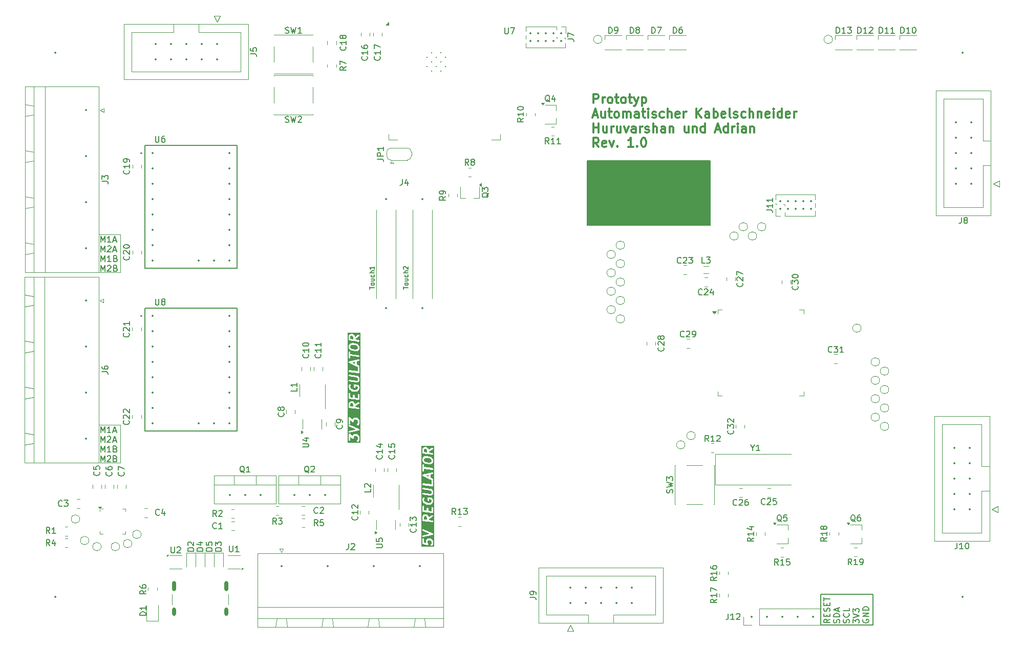
<source format=gto>
%TF.GenerationSoftware,KiCad,Pcbnew,8.0.2*%
%TF.CreationDate,2024-05-15T16:38:58+02:00*%
%TF.ProjectId,Automatischer-Kabelschneider,4175746f-6d61-4746-9973-636865722d4b,1.0*%
%TF.SameCoordinates,Original*%
%TF.FileFunction,Legend,Top*%
%TF.FilePolarity,Positive*%
%FSLAX46Y46*%
G04 Gerber Fmt 4.6, Leading zero omitted, Abs format (unit mm)*
G04 Created by KiCad (PCBNEW 8.0.2) date 2024-05-15 16:38:58*
%MOMM*%
%LPD*%
G01*
G04 APERTURE LIST*
%ADD10C,0.150000*%
%ADD11C,0.125000*%
%ADD12C,0.300000*%
%ADD13C,0.120000*%
%ADD14C,0.127000*%
%ADD15C,0.200000*%
%ADD16C,0.350000*%
%ADD17O,0.600000X1.700000*%
%ADD18O,0.600000X1.400000*%
%ADD19C,0.200000*%
G04 APERTURE END LIST*
D10*
X162052000Y-73660000D02*
X182372000Y-73660000D01*
X182372000Y-84328000D01*
X162052000Y-84328000D01*
X162052000Y-73660000D01*
G36*
X162052000Y-73660000D02*
G01*
X182372000Y-73660000D01*
X182372000Y-84328000D01*
X162052000Y-84328000D01*
X162052000Y-73660000D01*
G37*
D11*
X84328000Y-92072000D02*
X84836000Y-92072000D01*
D10*
X200723534Y-145391068D02*
X209296000Y-145391068D01*
X209296000Y-150407534D01*
X200723534Y-150407534D01*
X200723534Y-145391068D01*
D11*
X84836000Y-123568000D02*
X84836000Y-118364000D01*
X84328000Y-123568000D02*
X84836000Y-123568000D01*
X84836000Y-117348000D02*
X81280000Y-117348000D01*
X84836000Y-85852000D02*
X81280000Y-85852000D01*
X84836000Y-86868000D02*
X84836000Y-85852000D01*
X84836000Y-92072000D02*
X84836000Y-86868000D01*
X81283500Y-123568000D02*
X84328000Y-123568000D01*
X81283500Y-92072000D02*
X84328000Y-92072000D01*
X84836000Y-118364000D02*
X84836000Y-117348000D01*
D10*
X81652779Y-87111987D02*
X81652779Y-86111987D01*
X81652779Y-86111987D02*
X81986112Y-86826272D01*
X81986112Y-86826272D02*
X82319445Y-86111987D01*
X82319445Y-86111987D02*
X82319445Y-87111987D01*
X83319445Y-87111987D02*
X82748017Y-87111987D01*
X83033731Y-87111987D02*
X83033731Y-86111987D01*
X83033731Y-86111987D02*
X82938493Y-86254844D01*
X82938493Y-86254844D02*
X82843255Y-86350082D01*
X82843255Y-86350082D02*
X82748017Y-86397701D01*
X83700398Y-86826272D02*
X84176588Y-86826272D01*
X83605160Y-87111987D02*
X83938493Y-86111987D01*
X83938493Y-86111987D02*
X84271826Y-87111987D01*
X81652779Y-88721931D02*
X81652779Y-87721931D01*
X81652779Y-87721931D02*
X81986112Y-88436216D01*
X81986112Y-88436216D02*
X82319445Y-87721931D01*
X82319445Y-87721931D02*
X82319445Y-88721931D01*
X82748017Y-87817169D02*
X82795636Y-87769550D01*
X82795636Y-87769550D02*
X82890874Y-87721931D01*
X82890874Y-87721931D02*
X83128969Y-87721931D01*
X83128969Y-87721931D02*
X83224207Y-87769550D01*
X83224207Y-87769550D02*
X83271826Y-87817169D01*
X83271826Y-87817169D02*
X83319445Y-87912407D01*
X83319445Y-87912407D02*
X83319445Y-88007645D01*
X83319445Y-88007645D02*
X83271826Y-88150502D01*
X83271826Y-88150502D02*
X82700398Y-88721931D01*
X82700398Y-88721931D02*
X83319445Y-88721931D01*
X83700398Y-88436216D02*
X84176588Y-88436216D01*
X83605160Y-88721931D02*
X83938493Y-87721931D01*
X83938493Y-87721931D02*
X84271826Y-88721931D01*
X81652779Y-90331875D02*
X81652779Y-89331875D01*
X81652779Y-89331875D02*
X81986112Y-90046160D01*
X81986112Y-90046160D02*
X82319445Y-89331875D01*
X82319445Y-89331875D02*
X82319445Y-90331875D01*
X83319445Y-90331875D02*
X82748017Y-90331875D01*
X83033731Y-90331875D02*
X83033731Y-89331875D01*
X83033731Y-89331875D02*
X82938493Y-89474732D01*
X82938493Y-89474732D02*
X82843255Y-89569970D01*
X82843255Y-89569970D02*
X82748017Y-89617589D01*
X84081350Y-89808065D02*
X84224207Y-89855684D01*
X84224207Y-89855684D02*
X84271826Y-89903303D01*
X84271826Y-89903303D02*
X84319445Y-89998541D01*
X84319445Y-89998541D02*
X84319445Y-90141398D01*
X84319445Y-90141398D02*
X84271826Y-90236636D01*
X84271826Y-90236636D02*
X84224207Y-90284256D01*
X84224207Y-90284256D02*
X84128969Y-90331875D01*
X84128969Y-90331875D02*
X83748017Y-90331875D01*
X83748017Y-90331875D02*
X83748017Y-89331875D01*
X83748017Y-89331875D02*
X84081350Y-89331875D01*
X84081350Y-89331875D02*
X84176588Y-89379494D01*
X84176588Y-89379494D02*
X84224207Y-89427113D01*
X84224207Y-89427113D02*
X84271826Y-89522351D01*
X84271826Y-89522351D02*
X84271826Y-89617589D01*
X84271826Y-89617589D02*
X84224207Y-89712827D01*
X84224207Y-89712827D02*
X84176588Y-89760446D01*
X84176588Y-89760446D02*
X84081350Y-89808065D01*
X84081350Y-89808065D02*
X83748017Y-89808065D01*
X81652779Y-91941819D02*
X81652779Y-90941819D01*
X81652779Y-90941819D02*
X81986112Y-91656104D01*
X81986112Y-91656104D02*
X82319445Y-90941819D01*
X82319445Y-90941819D02*
X82319445Y-91941819D01*
X82748017Y-91037057D02*
X82795636Y-90989438D01*
X82795636Y-90989438D02*
X82890874Y-90941819D01*
X82890874Y-90941819D02*
X83128969Y-90941819D01*
X83128969Y-90941819D02*
X83224207Y-90989438D01*
X83224207Y-90989438D02*
X83271826Y-91037057D01*
X83271826Y-91037057D02*
X83319445Y-91132295D01*
X83319445Y-91132295D02*
X83319445Y-91227533D01*
X83319445Y-91227533D02*
X83271826Y-91370390D01*
X83271826Y-91370390D02*
X82700398Y-91941819D01*
X82700398Y-91941819D02*
X83319445Y-91941819D01*
X84081350Y-91418009D02*
X84224207Y-91465628D01*
X84224207Y-91465628D02*
X84271826Y-91513247D01*
X84271826Y-91513247D02*
X84319445Y-91608485D01*
X84319445Y-91608485D02*
X84319445Y-91751342D01*
X84319445Y-91751342D02*
X84271826Y-91846580D01*
X84271826Y-91846580D02*
X84224207Y-91894200D01*
X84224207Y-91894200D02*
X84128969Y-91941819D01*
X84128969Y-91941819D02*
X83748017Y-91941819D01*
X83748017Y-91941819D02*
X83748017Y-90941819D01*
X83748017Y-90941819D02*
X84081350Y-90941819D01*
X84081350Y-90941819D02*
X84176588Y-90989438D01*
X84176588Y-90989438D02*
X84224207Y-91037057D01*
X84224207Y-91037057D02*
X84271826Y-91132295D01*
X84271826Y-91132295D02*
X84271826Y-91227533D01*
X84271826Y-91227533D02*
X84224207Y-91322771D01*
X84224207Y-91322771D02*
X84176588Y-91370390D01*
X84176588Y-91370390D02*
X84081350Y-91418009D01*
X84081350Y-91418009D02*
X83748017Y-91418009D01*
X126081164Y-94874713D02*
X126081164Y-94446142D01*
X126831164Y-94660427D02*
X126081164Y-94660427D01*
X126831164Y-94088998D02*
X126795450Y-94160427D01*
X126795450Y-94160427D02*
X126759735Y-94196141D01*
X126759735Y-94196141D02*
X126688307Y-94231855D01*
X126688307Y-94231855D02*
X126474021Y-94231855D01*
X126474021Y-94231855D02*
X126402592Y-94196141D01*
X126402592Y-94196141D02*
X126366878Y-94160427D01*
X126366878Y-94160427D02*
X126331164Y-94088998D01*
X126331164Y-94088998D02*
X126331164Y-93981855D01*
X126331164Y-93981855D02*
X126366878Y-93910427D01*
X126366878Y-93910427D02*
X126402592Y-93874713D01*
X126402592Y-93874713D02*
X126474021Y-93838998D01*
X126474021Y-93838998D02*
X126688307Y-93838998D01*
X126688307Y-93838998D02*
X126759735Y-93874713D01*
X126759735Y-93874713D02*
X126795450Y-93910427D01*
X126795450Y-93910427D02*
X126831164Y-93981855D01*
X126831164Y-93981855D02*
X126831164Y-94088998D01*
X126331164Y-93196142D02*
X126831164Y-93196142D01*
X126331164Y-93517570D02*
X126724021Y-93517570D01*
X126724021Y-93517570D02*
X126795450Y-93481856D01*
X126795450Y-93481856D02*
X126831164Y-93410427D01*
X126831164Y-93410427D02*
X126831164Y-93303284D01*
X126831164Y-93303284D02*
X126795450Y-93231856D01*
X126795450Y-93231856D02*
X126759735Y-93196142D01*
X126795450Y-92517571D02*
X126831164Y-92588999D01*
X126831164Y-92588999D02*
X126831164Y-92731856D01*
X126831164Y-92731856D02*
X126795450Y-92803285D01*
X126795450Y-92803285D02*
X126759735Y-92838999D01*
X126759735Y-92838999D02*
X126688307Y-92874713D01*
X126688307Y-92874713D02*
X126474021Y-92874713D01*
X126474021Y-92874713D02*
X126402592Y-92838999D01*
X126402592Y-92838999D02*
X126366878Y-92803285D01*
X126366878Y-92803285D02*
X126331164Y-92731856D01*
X126331164Y-92731856D02*
X126331164Y-92588999D01*
X126331164Y-92588999D02*
X126366878Y-92517571D01*
X126831164Y-92196142D02*
X126081164Y-92196142D01*
X126831164Y-91874714D02*
X126438307Y-91874714D01*
X126438307Y-91874714D02*
X126366878Y-91910428D01*
X126366878Y-91910428D02*
X126331164Y-91981856D01*
X126331164Y-91981856D02*
X126331164Y-92088999D01*
X126331164Y-92088999D02*
X126366878Y-92160428D01*
X126366878Y-92160428D02*
X126402592Y-92196142D01*
X126831164Y-91124714D02*
X126831164Y-91553285D01*
X126831164Y-91339000D02*
X126081164Y-91339000D01*
X126081164Y-91339000D02*
X126188307Y-91410428D01*
X126188307Y-91410428D02*
X126259735Y-91481857D01*
X126259735Y-91481857D02*
X126295450Y-91553285D01*
X202207819Y-149459792D02*
X201731628Y-149793125D01*
X202207819Y-150031220D02*
X201207819Y-150031220D01*
X201207819Y-150031220D02*
X201207819Y-149650268D01*
X201207819Y-149650268D02*
X201255438Y-149555030D01*
X201255438Y-149555030D02*
X201303057Y-149507411D01*
X201303057Y-149507411D02*
X201398295Y-149459792D01*
X201398295Y-149459792D02*
X201541152Y-149459792D01*
X201541152Y-149459792D02*
X201636390Y-149507411D01*
X201636390Y-149507411D02*
X201684009Y-149555030D01*
X201684009Y-149555030D02*
X201731628Y-149650268D01*
X201731628Y-149650268D02*
X201731628Y-150031220D01*
X201684009Y-149031220D02*
X201684009Y-148697887D01*
X202207819Y-148555030D02*
X202207819Y-149031220D01*
X202207819Y-149031220D02*
X201207819Y-149031220D01*
X201207819Y-149031220D02*
X201207819Y-148555030D01*
X202160200Y-148174077D02*
X202207819Y-148031220D01*
X202207819Y-148031220D02*
X202207819Y-147793125D01*
X202207819Y-147793125D02*
X202160200Y-147697887D01*
X202160200Y-147697887D02*
X202112580Y-147650268D01*
X202112580Y-147650268D02*
X202017342Y-147602649D01*
X202017342Y-147602649D02*
X201922104Y-147602649D01*
X201922104Y-147602649D02*
X201826866Y-147650268D01*
X201826866Y-147650268D02*
X201779247Y-147697887D01*
X201779247Y-147697887D02*
X201731628Y-147793125D01*
X201731628Y-147793125D02*
X201684009Y-147983601D01*
X201684009Y-147983601D02*
X201636390Y-148078839D01*
X201636390Y-148078839D02*
X201588771Y-148126458D01*
X201588771Y-148126458D02*
X201493533Y-148174077D01*
X201493533Y-148174077D02*
X201398295Y-148174077D01*
X201398295Y-148174077D02*
X201303057Y-148126458D01*
X201303057Y-148126458D02*
X201255438Y-148078839D01*
X201255438Y-148078839D02*
X201207819Y-147983601D01*
X201207819Y-147983601D02*
X201207819Y-147745506D01*
X201207819Y-147745506D02*
X201255438Y-147602649D01*
X201684009Y-147174077D02*
X201684009Y-146840744D01*
X202207819Y-146697887D02*
X202207819Y-147174077D01*
X202207819Y-147174077D02*
X201207819Y-147174077D01*
X201207819Y-147174077D02*
X201207819Y-146697887D01*
X201207819Y-146412172D02*
X201207819Y-145840744D01*
X202207819Y-146126458D02*
X201207819Y-146126458D01*
X203770144Y-150078839D02*
X203817763Y-149935982D01*
X203817763Y-149935982D02*
X203817763Y-149697887D01*
X203817763Y-149697887D02*
X203770144Y-149602649D01*
X203770144Y-149602649D02*
X203722524Y-149555030D01*
X203722524Y-149555030D02*
X203627286Y-149507411D01*
X203627286Y-149507411D02*
X203532048Y-149507411D01*
X203532048Y-149507411D02*
X203436810Y-149555030D01*
X203436810Y-149555030D02*
X203389191Y-149602649D01*
X203389191Y-149602649D02*
X203341572Y-149697887D01*
X203341572Y-149697887D02*
X203293953Y-149888363D01*
X203293953Y-149888363D02*
X203246334Y-149983601D01*
X203246334Y-149983601D02*
X203198715Y-150031220D01*
X203198715Y-150031220D02*
X203103477Y-150078839D01*
X203103477Y-150078839D02*
X203008239Y-150078839D01*
X203008239Y-150078839D02*
X202913001Y-150031220D01*
X202913001Y-150031220D02*
X202865382Y-149983601D01*
X202865382Y-149983601D02*
X202817763Y-149888363D01*
X202817763Y-149888363D02*
X202817763Y-149650268D01*
X202817763Y-149650268D02*
X202865382Y-149507411D01*
X203817763Y-149078839D02*
X202817763Y-149078839D01*
X202817763Y-149078839D02*
X202817763Y-148840744D01*
X202817763Y-148840744D02*
X202865382Y-148697887D01*
X202865382Y-148697887D02*
X202960620Y-148602649D01*
X202960620Y-148602649D02*
X203055858Y-148555030D01*
X203055858Y-148555030D02*
X203246334Y-148507411D01*
X203246334Y-148507411D02*
X203389191Y-148507411D01*
X203389191Y-148507411D02*
X203579667Y-148555030D01*
X203579667Y-148555030D02*
X203674905Y-148602649D01*
X203674905Y-148602649D02*
X203770144Y-148697887D01*
X203770144Y-148697887D02*
X203817763Y-148840744D01*
X203817763Y-148840744D02*
X203817763Y-149078839D01*
X203532048Y-148126458D02*
X203532048Y-147650268D01*
X203817763Y-148221696D02*
X202817763Y-147888363D01*
X202817763Y-147888363D02*
X203817763Y-147555030D01*
X205380088Y-150078839D02*
X205427707Y-149935982D01*
X205427707Y-149935982D02*
X205427707Y-149697887D01*
X205427707Y-149697887D02*
X205380088Y-149602649D01*
X205380088Y-149602649D02*
X205332468Y-149555030D01*
X205332468Y-149555030D02*
X205237230Y-149507411D01*
X205237230Y-149507411D02*
X205141992Y-149507411D01*
X205141992Y-149507411D02*
X205046754Y-149555030D01*
X205046754Y-149555030D02*
X204999135Y-149602649D01*
X204999135Y-149602649D02*
X204951516Y-149697887D01*
X204951516Y-149697887D02*
X204903897Y-149888363D01*
X204903897Y-149888363D02*
X204856278Y-149983601D01*
X204856278Y-149983601D02*
X204808659Y-150031220D01*
X204808659Y-150031220D02*
X204713421Y-150078839D01*
X204713421Y-150078839D02*
X204618183Y-150078839D01*
X204618183Y-150078839D02*
X204522945Y-150031220D01*
X204522945Y-150031220D02*
X204475326Y-149983601D01*
X204475326Y-149983601D02*
X204427707Y-149888363D01*
X204427707Y-149888363D02*
X204427707Y-149650268D01*
X204427707Y-149650268D02*
X204475326Y-149507411D01*
X205332468Y-148507411D02*
X205380088Y-148555030D01*
X205380088Y-148555030D02*
X205427707Y-148697887D01*
X205427707Y-148697887D02*
X205427707Y-148793125D01*
X205427707Y-148793125D02*
X205380088Y-148935982D01*
X205380088Y-148935982D02*
X205284849Y-149031220D01*
X205284849Y-149031220D02*
X205189611Y-149078839D01*
X205189611Y-149078839D02*
X204999135Y-149126458D01*
X204999135Y-149126458D02*
X204856278Y-149126458D01*
X204856278Y-149126458D02*
X204665802Y-149078839D01*
X204665802Y-149078839D02*
X204570564Y-149031220D01*
X204570564Y-149031220D02*
X204475326Y-148935982D01*
X204475326Y-148935982D02*
X204427707Y-148793125D01*
X204427707Y-148793125D02*
X204427707Y-148697887D01*
X204427707Y-148697887D02*
X204475326Y-148555030D01*
X204475326Y-148555030D02*
X204522945Y-148507411D01*
X205427707Y-147602649D02*
X205427707Y-148078839D01*
X205427707Y-148078839D02*
X204427707Y-148078839D01*
X206037651Y-150126458D02*
X206037651Y-149507411D01*
X206037651Y-149507411D02*
X206418603Y-149840744D01*
X206418603Y-149840744D02*
X206418603Y-149697887D01*
X206418603Y-149697887D02*
X206466222Y-149602649D01*
X206466222Y-149602649D02*
X206513841Y-149555030D01*
X206513841Y-149555030D02*
X206609079Y-149507411D01*
X206609079Y-149507411D02*
X206847174Y-149507411D01*
X206847174Y-149507411D02*
X206942412Y-149555030D01*
X206942412Y-149555030D02*
X206990032Y-149602649D01*
X206990032Y-149602649D02*
X207037651Y-149697887D01*
X207037651Y-149697887D02*
X207037651Y-149983601D01*
X207037651Y-149983601D02*
X206990032Y-150078839D01*
X206990032Y-150078839D02*
X206942412Y-150126458D01*
X206037651Y-149221696D02*
X207037651Y-148888363D01*
X207037651Y-148888363D02*
X206037651Y-148555030D01*
X206037651Y-148316934D02*
X206037651Y-147697887D01*
X206037651Y-147697887D02*
X206418603Y-148031220D01*
X206418603Y-148031220D02*
X206418603Y-147888363D01*
X206418603Y-147888363D02*
X206466222Y-147793125D01*
X206466222Y-147793125D02*
X206513841Y-147745506D01*
X206513841Y-147745506D02*
X206609079Y-147697887D01*
X206609079Y-147697887D02*
X206847174Y-147697887D01*
X206847174Y-147697887D02*
X206942412Y-147745506D01*
X206942412Y-147745506D02*
X206990032Y-147793125D01*
X206990032Y-147793125D02*
X207037651Y-147888363D01*
X207037651Y-147888363D02*
X207037651Y-148174077D01*
X207037651Y-148174077D02*
X206990032Y-148269315D01*
X206990032Y-148269315D02*
X206942412Y-148316934D01*
X207695214Y-149507411D02*
X207647595Y-149602649D01*
X207647595Y-149602649D02*
X207647595Y-149745506D01*
X207647595Y-149745506D02*
X207695214Y-149888363D01*
X207695214Y-149888363D02*
X207790452Y-149983601D01*
X207790452Y-149983601D02*
X207885690Y-150031220D01*
X207885690Y-150031220D02*
X208076166Y-150078839D01*
X208076166Y-150078839D02*
X208219023Y-150078839D01*
X208219023Y-150078839D02*
X208409499Y-150031220D01*
X208409499Y-150031220D02*
X208504737Y-149983601D01*
X208504737Y-149983601D02*
X208599976Y-149888363D01*
X208599976Y-149888363D02*
X208647595Y-149745506D01*
X208647595Y-149745506D02*
X208647595Y-149650268D01*
X208647595Y-149650268D02*
X208599976Y-149507411D01*
X208599976Y-149507411D02*
X208552356Y-149459792D01*
X208552356Y-149459792D02*
X208219023Y-149459792D01*
X208219023Y-149459792D02*
X208219023Y-149650268D01*
X208647595Y-149031220D02*
X207647595Y-149031220D01*
X207647595Y-149031220D02*
X208647595Y-148459792D01*
X208647595Y-148459792D02*
X207647595Y-148459792D01*
X208647595Y-147983601D02*
X207647595Y-147983601D01*
X207647595Y-147983601D02*
X207647595Y-147745506D01*
X207647595Y-147745506D02*
X207695214Y-147602649D01*
X207695214Y-147602649D02*
X207790452Y-147507411D01*
X207790452Y-147507411D02*
X207885690Y-147459792D01*
X207885690Y-147459792D02*
X208076166Y-147412173D01*
X208076166Y-147412173D02*
X208219023Y-147412173D01*
X208219023Y-147412173D02*
X208409499Y-147459792D01*
X208409499Y-147459792D02*
X208504737Y-147507411D01*
X208504737Y-147507411D02*
X208599976Y-147602649D01*
X208599976Y-147602649D02*
X208647595Y-147745506D01*
X208647595Y-147745506D02*
X208647595Y-147983601D01*
D12*
X163114510Y-64111954D02*
X163114510Y-62611954D01*
X163114510Y-62611954D02*
X163685939Y-62611954D01*
X163685939Y-62611954D02*
X163828796Y-62683383D01*
X163828796Y-62683383D02*
X163900225Y-62754811D01*
X163900225Y-62754811D02*
X163971653Y-62897668D01*
X163971653Y-62897668D02*
X163971653Y-63111954D01*
X163971653Y-63111954D02*
X163900225Y-63254811D01*
X163900225Y-63254811D02*
X163828796Y-63326240D01*
X163828796Y-63326240D02*
X163685939Y-63397668D01*
X163685939Y-63397668D02*
X163114510Y-63397668D01*
X164614510Y-64111954D02*
X164614510Y-63111954D01*
X164614510Y-63397668D02*
X164685939Y-63254811D01*
X164685939Y-63254811D02*
X164757368Y-63183383D01*
X164757368Y-63183383D02*
X164900225Y-63111954D01*
X164900225Y-63111954D02*
X165043082Y-63111954D01*
X165757367Y-64111954D02*
X165614510Y-64040526D01*
X165614510Y-64040526D02*
X165543081Y-63969097D01*
X165543081Y-63969097D02*
X165471653Y-63826240D01*
X165471653Y-63826240D02*
X165471653Y-63397668D01*
X165471653Y-63397668D02*
X165543081Y-63254811D01*
X165543081Y-63254811D02*
X165614510Y-63183383D01*
X165614510Y-63183383D02*
X165757367Y-63111954D01*
X165757367Y-63111954D02*
X165971653Y-63111954D01*
X165971653Y-63111954D02*
X166114510Y-63183383D01*
X166114510Y-63183383D02*
X166185939Y-63254811D01*
X166185939Y-63254811D02*
X166257367Y-63397668D01*
X166257367Y-63397668D02*
X166257367Y-63826240D01*
X166257367Y-63826240D02*
X166185939Y-63969097D01*
X166185939Y-63969097D02*
X166114510Y-64040526D01*
X166114510Y-64040526D02*
X165971653Y-64111954D01*
X165971653Y-64111954D02*
X165757367Y-64111954D01*
X166685939Y-63111954D02*
X167257367Y-63111954D01*
X166900224Y-62611954D02*
X166900224Y-63897668D01*
X166900224Y-63897668D02*
X166971653Y-64040526D01*
X166971653Y-64040526D02*
X167114510Y-64111954D01*
X167114510Y-64111954D02*
X167257367Y-64111954D01*
X167971653Y-64111954D02*
X167828796Y-64040526D01*
X167828796Y-64040526D02*
X167757367Y-63969097D01*
X167757367Y-63969097D02*
X167685939Y-63826240D01*
X167685939Y-63826240D02*
X167685939Y-63397668D01*
X167685939Y-63397668D02*
X167757367Y-63254811D01*
X167757367Y-63254811D02*
X167828796Y-63183383D01*
X167828796Y-63183383D02*
X167971653Y-63111954D01*
X167971653Y-63111954D02*
X168185939Y-63111954D01*
X168185939Y-63111954D02*
X168328796Y-63183383D01*
X168328796Y-63183383D02*
X168400225Y-63254811D01*
X168400225Y-63254811D02*
X168471653Y-63397668D01*
X168471653Y-63397668D02*
X168471653Y-63826240D01*
X168471653Y-63826240D02*
X168400225Y-63969097D01*
X168400225Y-63969097D02*
X168328796Y-64040526D01*
X168328796Y-64040526D02*
X168185939Y-64111954D01*
X168185939Y-64111954D02*
X167971653Y-64111954D01*
X168900225Y-63111954D02*
X169471653Y-63111954D01*
X169114510Y-62611954D02*
X169114510Y-63897668D01*
X169114510Y-63897668D02*
X169185939Y-64040526D01*
X169185939Y-64040526D02*
X169328796Y-64111954D01*
X169328796Y-64111954D02*
X169471653Y-64111954D01*
X169828796Y-63111954D02*
X170185939Y-64111954D01*
X170543082Y-63111954D02*
X170185939Y-64111954D01*
X170185939Y-64111954D02*
X170043082Y-64469097D01*
X170043082Y-64469097D02*
X169971653Y-64540526D01*
X169971653Y-64540526D02*
X169828796Y-64611954D01*
X171114510Y-63111954D02*
X171114510Y-64611954D01*
X171114510Y-63183383D02*
X171257368Y-63111954D01*
X171257368Y-63111954D02*
X171543082Y-63111954D01*
X171543082Y-63111954D02*
X171685939Y-63183383D01*
X171685939Y-63183383D02*
X171757368Y-63254811D01*
X171757368Y-63254811D02*
X171828796Y-63397668D01*
X171828796Y-63397668D02*
X171828796Y-63826240D01*
X171828796Y-63826240D02*
X171757368Y-63969097D01*
X171757368Y-63969097D02*
X171685939Y-64040526D01*
X171685939Y-64040526D02*
X171543082Y-64111954D01*
X171543082Y-64111954D02*
X171257368Y-64111954D01*
X171257368Y-64111954D02*
X171114510Y-64040526D01*
X163043082Y-66098299D02*
X163757368Y-66098299D01*
X162900225Y-66526870D02*
X163400225Y-65026870D01*
X163400225Y-65026870D02*
X163900225Y-66526870D01*
X165043082Y-65526870D02*
X165043082Y-66526870D01*
X164400224Y-65526870D02*
X164400224Y-66312584D01*
X164400224Y-66312584D02*
X164471653Y-66455442D01*
X164471653Y-66455442D02*
X164614510Y-66526870D01*
X164614510Y-66526870D02*
X164828796Y-66526870D01*
X164828796Y-66526870D02*
X164971653Y-66455442D01*
X164971653Y-66455442D02*
X165043082Y-66384013D01*
X165543082Y-65526870D02*
X166114510Y-65526870D01*
X165757367Y-65026870D02*
X165757367Y-66312584D01*
X165757367Y-66312584D02*
X165828796Y-66455442D01*
X165828796Y-66455442D02*
X165971653Y-66526870D01*
X165971653Y-66526870D02*
X166114510Y-66526870D01*
X166828796Y-66526870D02*
X166685939Y-66455442D01*
X166685939Y-66455442D02*
X166614510Y-66384013D01*
X166614510Y-66384013D02*
X166543082Y-66241156D01*
X166543082Y-66241156D02*
X166543082Y-65812584D01*
X166543082Y-65812584D02*
X166614510Y-65669727D01*
X166614510Y-65669727D02*
X166685939Y-65598299D01*
X166685939Y-65598299D02*
X166828796Y-65526870D01*
X166828796Y-65526870D02*
X167043082Y-65526870D01*
X167043082Y-65526870D02*
X167185939Y-65598299D01*
X167185939Y-65598299D02*
X167257368Y-65669727D01*
X167257368Y-65669727D02*
X167328796Y-65812584D01*
X167328796Y-65812584D02*
X167328796Y-66241156D01*
X167328796Y-66241156D02*
X167257368Y-66384013D01*
X167257368Y-66384013D02*
X167185939Y-66455442D01*
X167185939Y-66455442D02*
X167043082Y-66526870D01*
X167043082Y-66526870D02*
X166828796Y-66526870D01*
X167971653Y-66526870D02*
X167971653Y-65526870D01*
X167971653Y-65669727D02*
X168043082Y-65598299D01*
X168043082Y-65598299D02*
X168185939Y-65526870D01*
X168185939Y-65526870D02*
X168400225Y-65526870D01*
X168400225Y-65526870D02*
X168543082Y-65598299D01*
X168543082Y-65598299D02*
X168614511Y-65741156D01*
X168614511Y-65741156D02*
X168614511Y-66526870D01*
X168614511Y-65741156D02*
X168685939Y-65598299D01*
X168685939Y-65598299D02*
X168828796Y-65526870D01*
X168828796Y-65526870D02*
X169043082Y-65526870D01*
X169043082Y-65526870D02*
X169185939Y-65598299D01*
X169185939Y-65598299D02*
X169257368Y-65741156D01*
X169257368Y-65741156D02*
X169257368Y-66526870D01*
X170614511Y-66526870D02*
X170614511Y-65741156D01*
X170614511Y-65741156D02*
X170543082Y-65598299D01*
X170543082Y-65598299D02*
X170400225Y-65526870D01*
X170400225Y-65526870D02*
X170114511Y-65526870D01*
X170114511Y-65526870D02*
X169971653Y-65598299D01*
X170614511Y-66455442D02*
X170471653Y-66526870D01*
X170471653Y-66526870D02*
X170114511Y-66526870D01*
X170114511Y-66526870D02*
X169971653Y-66455442D01*
X169971653Y-66455442D02*
X169900225Y-66312584D01*
X169900225Y-66312584D02*
X169900225Y-66169727D01*
X169900225Y-66169727D02*
X169971653Y-66026870D01*
X169971653Y-66026870D02*
X170114511Y-65955442D01*
X170114511Y-65955442D02*
X170471653Y-65955442D01*
X170471653Y-65955442D02*
X170614511Y-65884013D01*
X171114511Y-65526870D02*
X171685939Y-65526870D01*
X171328796Y-65026870D02*
X171328796Y-66312584D01*
X171328796Y-66312584D02*
X171400225Y-66455442D01*
X171400225Y-66455442D02*
X171543082Y-66526870D01*
X171543082Y-66526870D02*
X171685939Y-66526870D01*
X172185939Y-66526870D02*
X172185939Y-65526870D01*
X172185939Y-65026870D02*
X172114511Y-65098299D01*
X172114511Y-65098299D02*
X172185939Y-65169727D01*
X172185939Y-65169727D02*
X172257368Y-65098299D01*
X172257368Y-65098299D02*
X172185939Y-65026870D01*
X172185939Y-65026870D02*
X172185939Y-65169727D01*
X172828797Y-66455442D02*
X172971654Y-66526870D01*
X172971654Y-66526870D02*
X173257368Y-66526870D01*
X173257368Y-66526870D02*
X173400225Y-66455442D01*
X173400225Y-66455442D02*
X173471654Y-66312584D01*
X173471654Y-66312584D02*
X173471654Y-66241156D01*
X173471654Y-66241156D02*
X173400225Y-66098299D01*
X173400225Y-66098299D02*
X173257368Y-66026870D01*
X173257368Y-66026870D02*
X173043083Y-66026870D01*
X173043083Y-66026870D02*
X172900225Y-65955442D01*
X172900225Y-65955442D02*
X172828797Y-65812584D01*
X172828797Y-65812584D02*
X172828797Y-65741156D01*
X172828797Y-65741156D02*
X172900225Y-65598299D01*
X172900225Y-65598299D02*
X173043083Y-65526870D01*
X173043083Y-65526870D02*
X173257368Y-65526870D01*
X173257368Y-65526870D02*
X173400225Y-65598299D01*
X174757369Y-66455442D02*
X174614511Y-66526870D01*
X174614511Y-66526870D02*
X174328797Y-66526870D01*
X174328797Y-66526870D02*
X174185940Y-66455442D01*
X174185940Y-66455442D02*
X174114511Y-66384013D01*
X174114511Y-66384013D02*
X174043083Y-66241156D01*
X174043083Y-66241156D02*
X174043083Y-65812584D01*
X174043083Y-65812584D02*
X174114511Y-65669727D01*
X174114511Y-65669727D02*
X174185940Y-65598299D01*
X174185940Y-65598299D02*
X174328797Y-65526870D01*
X174328797Y-65526870D02*
X174614511Y-65526870D01*
X174614511Y-65526870D02*
X174757369Y-65598299D01*
X175400225Y-66526870D02*
X175400225Y-65026870D01*
X176043083Y-66526870D02*
X176043083Y-65741156D01*
X176043083Y-65741156D02*
X175971654Y-65598299D01*
X175971654Y-65598299D02*
X175828797Y-65526870D01*
X175828797Y-65526870D02*
X175614511Y-65526870D01*
X175614511Y-65526870D02*
X175471654Y-65598299D01*
X175471654Y-65598299D02*
X175400225Y-65669727D01*
X177328797Y-66455442D02*
X177185940Y-66526870D01*
X177185940Y-66526870D02*
X176900226Y-66526870D01*
X176900226Y-66526870D02*
X176757368Y-66455442D01*
X176757368Y-66455442D02*
X176685940Y-66312584D01*
X176685940Y-66312584D02*
X176685940Y-65741156D01*
X176685940Y-65741156D02*
X176757368Y-65598299D01*
X176757368Y-65598299D02*
X176900226Y-65526870D01*
X176900226Y-65526870D02*
X177185940Y-65526870D01*
X177185940Y-65526870D02*
X177328797Y-65598299D01*
X177328797Y-65598299D02*
X177400226Y-65741156D01*
X177400226Y-65741156D02*
X177400226Y-65884013D01*
X177400226Y-65884013D02*
X176685940Y-66026870D01*
X178043082Y-66526870D02*
X178043082Y-65526870D01*
X178043082Y-65812584D02*
X178114511Y-65669727D01*
X178114511Y-65669727D02*
X178185940Y-65598299D01*
X178185940Y-65598299D02*
X178328797Y-65526870D01*
X178328797Y-65526870D02*
X178471654Y-65526870D01*
X180114510Y-66526870D02*
X180114510Y-65026870D01*
X180971653Y-66526870D02*
X180328796Y-65669727D01*
X180971653Y-65026870D02*
X180114510Y-65884013D01*
X182257368Y-66526870D02*
X182257368Y-65741156D01*
X182257368Y-65741156D02*
X182185939Y-65598299D01*
X182185939Y-65598299D02*
X182043082Y-65526870D01*
X182043082Y-65526870D02*
X181757368Y-65526870D01*
X181757368Y-65526870D02*
X181614510Y-65598299D01*
X182257368Y-66455442D02*
X182114510Y-66526870D01*
X182114510Y-66526870D02*
X181757368Y-66526870D01*
X181757368Y-66526870D02*
X181614510Y-66455442D01*
X181614510Y-66455442D02*
X181543082Y-66312584D01*
X181543082Y-66312584D02*
X181543082Y-66169727D01*
X181543082Y-66169727D02*
X181614510Y-66026870D01*
X181614510Y-66026870D02*
X181757368Y-65955442D01*
X181757368Y-65955442D02*
X182114510Y-65955442D01*
X182114510Y-65955442D02*
X182257368Y-65884013D01*
X182971653Y-66526870D02*
X182971653Y-65026870D01*
X182971653Y-65598299D02*
X183114511Y-65526870D01*
X183114511Y-65526870D02*
X183400225Y-65526870D01*
X183400225Y-65526870D02*
X183543082Y-65598299D01*
X183543082Y-65598299D02*
X183614511Y-65669727D01*
X183614511Y-65669727D02*
X183685939Y-65812584D01*
X183685939Y-65812584D02*
X183685939Y-66241156D01*
X183685939Y-66241156D02*
X183614511Y-66384013D01*
X183614511Y-66384013D02*
X183543082Y-66455442D01*
X183543082Y-66455442D02*
X183400225Y-66526870D01*
X183400225Y-66526870D02*
X183114511Y-66526870D01*
X183114511Y-66526870D02*
X182971653Y-66455442D01*
X184900225Y-66455442D02*
X184757368Y-66526870D01*
X184757368Y-66526870D02*
X184471654Y-66526870D01*
X184471654Y-66526870D02*
X184328796Y-66455442D01*
X184328796Y-66455442D02*
X184257368Y-66312584D01*
X184257368Y-66312584D02*
X184257368Y-65741156D01*
X184257368Y-65741156D02*
X184328796Y-65598299D01*
X184328796Y-65598299D02*
X184471654Y-65526870D01*
X184471654Y-65526870D02*
X184757368Y-65526870D01*
X184757368Y-65526870D02*
X184900225Y-65598299D01*
X184900225Y-65598299D02*
X184971654Y-65741156D01*
X184971654Y-65741156D02*
X184971654Y-65884013D01*
X184971654Y-65884013D02*
X184257368Y-66026870D01*
X185828796Y-66526870D02*
X185685939Y-66455442D01*
X185685939Y-66455442D02*
X185614510Y-66312584D01*
X185614510Y-66312584D02*
X185614510Y-65026870D01*
X186328796Y-66455442D02*
X186471653Y-66526870D01*
X186471653Y-66526870D02*
X186757367Y-66526870D01*
X186757367Y-66526870D02*
X186900224Y-66455442D01*
X186900224Y-66455442D02*
X186971653Y-66312584D01*
X186971653Y-66312584D02*
X186971653Y-66241156D01*
X186971653Y-66241156D02*
X186900224Y-66098299D01*
X186900224Y-66098299D02*
X186757367Y-66026870D01*
X186757367Y-66026870D02*
X186543082Y-66026870D01*
X186543082Y-66026870D02*
X186400224Y-65955442D01*
X186400224Y-65955442D02*
X186328796Y-65812584D01*
X186328796Y-65812584D02*
X186328796Y-65741156D01*
X186328796Y-65741156D02*
X186400224Y-65598299D01*
X186400224Y-65598299D02*
X186543082Y-65526870D01*
X186543082Y-65526870D02*
X186757367Y-65526870D01*
X186757367Y-65526870D02*
X186900224Y-65598299D01*
X188257368Y-66455442D02*
X188114510Y-66526870D01*
X188114510Y-66526870D02*
X187828796Y-66526870D01*
X187828796Y-66526870D02*
X187685939Y-66455442D01*
X187685939Y-66455442D02*
X187614510Y-66384013D01*
X187614510Y-66384013D02*
X187543082Y-66241156D01*
X187543082Y-66241156D02*
X187543082Y-65812584D01*
X187543082Y-65812584D02*
X187614510Y-65669727D01*
X187614510Y-65669727D02*
X187685939Y-65598299D01*
X187685939Y-65598299D02*
X187828796Y-65526870D01*
X187828796Y-65526870D02*
X188114510Y-65526870D01*
X188114510Y-65526870D02*
X188257368Y-65598299D01*
X188900224Y-66526870D02*
X188900224Y-65026870D01*
X189543082Y-66526870D02*
X189543082Y-65741156D01*
X189543082Y-65741156D02*
X189471653Y-65598299D01*
X189471653Y-65598299D02*
X189328796Y-65526870D01*
X189328796Y-65526870D02*
X189114510Y-65526870D01*
X189114510Y-65526870D02*
X188971653Y-65598299D01*
X188971653Y-65598299D02*
X188900224Y-65669727D01*
X190257367Y-65526870D02*
X190257367Y-66526870D01*
X190257367Y-65669727D02*
X190328796Y-65598299D01*
X190328796Y-65598299D02*
X190471653Y-65526870D01*
X190471653Y-65526870D02*
X190685939Y-65526870D01*
X190685939Y-65526870D02*
X190828796Y-65598299D01*
X190828796Y-65598299D02*
X190900225Y-65741156D01*
X190900225Y-65741156D02*
X190900225Y-66526870D01*
X192185939Y-66455442D02*
X192043082Y-66526870D01*
X192043082Y-66526870D02*
X191757368Y-66526870D01*
X191757368Y-66526870D02*
X191614510Y-66455442D01*
X191614510Y-66455442D02*
X191543082Y-66312584D01*
X191543082Y-66312584D02*
X191543082Y-65741156D01*
X191543082Y-65741156D02*
X191614510Y-65598299D01*
X191614510Y-65598299D02*
X191757368Y-65526870D01*
X191757368Y-65526870D02*
X192043082Y-65526870D01*
X192043082Y-65526870D02*
X192185939Y-65598299D01*
X192185939Y-65598299D02*
X192257368Y-65741156D01*
X192257368Y-65741156D02*
X192257368Y-65884013D01*
X192257368Y-65884013D02*
X191543082Y-66026870D01*
X192900224Y-66526870D02*
X192900224Y-65526870D01*
X192900224Y-65026870D02*
X192828796Y-65098299D01*
X192828796Y-65098299D02*
X192900224Y-65169727D01*
X192900224Y-65169727D02*
X192971653Y-65098299D01*
X192971653Y-65098299D02*
X192900224Y-65026870D01*
X192900224Y-65026870D02*
X192900224Y-65169727D01*
X194257368Y-66526870D02*
X194257368Y-65026870D01*
X194257368Y-66455442D02*
X194114510Y-66526870D01*
X194114510Y-66526870D02*
X193828796Y-66526870D01*
X193828796Y-66526870D02*
X193685939Y-66455442D01*
X193685939Y-66455442D02*
X193614510Y-66384013D01*
X193614510Y-66384013D02*
X193543082Y-66241156D01*
X193543082Y-66241156D02*
X193543082Y-65812584D01*
X193543082Y-65812584D02*
X193614510Y-65669727D01*
X193614510Y-65669727D02*
X193685939Y-65598299D01*
X193685939Y-65598299D02*
X193828796Y-65526870D01*
X193828796Y-65526870D02*
X194114510Y-65526870D01*
X194114510Y-65526870D02*
X194257368Y-65598299D01*
X195543082Y-66455442D02*
X195400225Y-66526870D01*
X195400225Y-66526870D02*
X195114511Y-66526870D01*
X195114511Y-66526870D02*
X194971653Y-66455442D01*
X194971653Y-66455442D02*
X194900225Y-66312584D01*
X194900225Y-66312584D02*
X194900225Y-65741156D01*
X194900225Y-65741156D02*
X194971653Y-65598299D01*
X194971653Y-65598299D02*
X195114511Y-65526870D01*
X195114511Y-65526870D02*
X195400225Y-65526870D01*
X195400225Y-65526870D02*
X195543082Y-65598299D01*
X195543082Y-65598299D02*
X195614511Y-65741156D01*
X195614511Y-65741156D02*
X195614511Y-65884013D01*
X195614511Y-65884013D02*
X194900225Y-66026870D01*
X196257367Y-66526870D02*
X196257367Y-65526870D01*
X196257367Y-65812584D02*
X196328796Y-65669727D01*
X196328796Y-65669727D02*
X196400225Y-65598299D01*
X196400225Y-65598299D02*
X196543082Y-65526870D01*
X196543082Y-65526870D02*
X196685939Y-65526870D01*
X163114510Y-68941786D02*
X163114510Y-67441786D01*
X163114510Y-68156072D02*
X163971653Y-68156072D01*
X163971653Y-68941786D02*
X163971653Y-67441786D01*
X165328797Y-67941786D02*
X165328797Y-68941786D01*
X164685939Y-67941786D02*
X164685939Y-68727500D01*
X164685939Y-68727500D02*
X164757368Y-68870358D01*
X164757368Y-68870358D02*
X164900225Y-68941786D01*
X164900225Y-68941786D02*
X165114511Y-68941786D01*
X165114511Y-68941786D02*
X165257368Y-68870358D01*
X165257368Y-68870358D02*
X165328797Y-68798929D01*
X166043082Y-68941786D02*
X166043082Y-67941786D01*
X166043082Y-68227500D02*
X166114511Y-68084643D01*
X166114511Y-68084643D02*
X166185940Y-68013215D01*
X166185940Y-68013215D02*
X166328797Y-67941786D01*
X166328797Y-67941786D02*
X166471654Y-67941786D01*
X167614511Y-67941786D02*
X167614511Y-68941786D01*
X166971653Y-67941786D02*
X166971653Y-68727500D01*
X166971653Y-68727500D02*
X167043082Y-68870358D01*
X167043082Y-68870358D02*
X167185939Y-68941786D01*
X167185939Y-68941786D02*
X167400225Y-68941786D01*
X167400225Y-68941786D02*
X167543082Y-68870358D01*
X167543082Y-68870358D02*
X167614511Y-68798929D01*
X168185939Y-67941786D02*
X168543082Y-68941786D01*
X168543082Y-68941786D02*
X168900225Y-67941786D01*
X170114511Y-68941786D02*
X170114511Y-68156072D01*
X170114511Y-68156072D02*
X170043082Y-68013215D01*
X170043082Y-68013215D02*
X169900225Y-67941786D01*
X169900225Y-67941786D02*
X169614511Y-67941786D01*
X169614511Y-67941786D02*
X169471653Y-68013215D01*
X170114511Y-68870358D02*
X169971653Y-68941786D01*
X169971653Y-68941786D02*
X169614511Y-68941786D01*
X169614511Y-68941786D02*
X169471653Y-68870358D01*
X169471653Y-68870358D02*
X169400225Y-68727500D01*
X169400225Y-68727500D02*
X169400225Y-68584643D01*
X169400225Y-68584643D02*
X169471653Y-68441786D01*
X169471653Y-68441786D02*
X169614511Y-68370358D01*
X169614511Y-68370358D02*
X169971653Y-68370358D01*
X169971653Y-68370358D02*
X170114511Y-68298929D01*
X170828796Y-68941786D02*
X170828796Y-67941786D01*
X170828796Y-68227500D02*
X170900225Y-68084643D01*
X170900225Y-68084643D02*
X170971654Y-68013215D01*
X170971654Y-68013215D02*
X171114511Y-67941786D01*
X171114511Y-67941786D02*
X171257368Y-67941786D01*
X171685939Y-68870358D02*
X171828796Y-68941786D01*
X171828796Y-68941786D02*
X172114510Y-68941786D01*
X172114510Y-68941786D02*
X172257367Y-68870358D01*
X172257367Y-68870358D02*
X172328796Y-68727500D01*
X172328796Y-68727500D02*
X172328796Y-68656072D01*
X172328796Y-68656072D02*
X172257367Y-68513215D01*
X172257367Y-68513215D02*
X172114510Y-68441786D01*
X172114510Y-68441786D02*
X171900225Y-68441786D01*
X171900225Y-68441786D02*
X171757367Y-68370358D01*
X171757367Y-68370358D02*
X171685939Y-68227500D01*
X171685939Y-68227500D02*
X171685939Y-68156072D01*
X171685939Y-68156072D02*
X171757367Y-68013215D01*
X171757367Y-68013215D02*
X171900225Y-67941786D01*
X171900225Y-67941786D02*
X172114510Y-67941786D01*
X172114510Y-67941786D02*
X172257367Y-68013215D01*
X172971653Y-68941786D02*
X172971653Y-67441786D01*
X173614511Y-68941786D02*
X173614511Y-68156072D01*
X173614511Y-68156072D02*
X173543082Y-68013215D01*
X173543082Y-68013215D02*
X173400225Y-67941786D01*
X173400225Y-67941786D02*
X173185939Y-67941786D01*
X173185939Y-67941786D02*
X173043082Y-68013215D01*
X173043082Y-68013215D02*
X172971653Y-68084643D01*
X174971654Y-68941786D02*
X174971654Y-68156072D01*
X174971654Y-68156072D02*
X174900225Y-68013215D01*
X174900225Y-68013215D02*
X174757368Y-67941786D01*
X174757368Y-67941786D02*
X174471654Y-67941786D01*
X174471654Y-67941786D02*
X174328796Y-68013215D01*
X174971654Y-68870358D02*
X174828796Y-68941786D01*
X174828796Y-68941786D02*
X174471654Y-68941786D01*
X174471654Y-68941786D02*
X174328796Y-68870358D01*
X174328796Y-68870358D02*
X174257368Y-68727500D01*
X174257368Y-68727500D02*
X174257368Y-68584643D01*
X174257368Y-68584643D02*
X174328796Y-68441786D01*
X174328796Y-68441786D02*
X174471654Y-68370358D01*
X174471654Y-68370358D02*
X174828796Y-68370358D01*
X174828796Y-68370358D02*
X174971654Y-68298929D01*
X175685939Y-67941786D02*
X175685939Y-68941786D01*
X175685939Y-68084643D02*
X175757368Y-68013215D01*
X175757368Y-68013215D02*
X175900225Y-67941786D01*
X175900225Y-67941786D02*
X176114511Y-67941786D01*
X176114511Y-67941786D02*
X176257368Y-68013215D01*
X176257368Y-68013215D02*
X176328797Y-68156072D01*
X176328797Y-68156072D02*
X176328797Y-68941786D01*
X178828797Y-67941786D02*
X178828797Y-68941786D01*
X178185939Y-67941786D02*
X178185939Y-68727500D01*
X178185939Y-68727500D02*
X178257368Y-68870358D01*
X178257368Y-68870358D02*
X178400225Y-68941786D01*
X178400225Y-68941786D02*
X178614511Y-68941786D01*
X178614511Y-68941786D02*
X178757368Y-68870358D01*
X178757368Y-68870358D02*
X178828797Y-68798929D01*
X179543082Y-67941786D02*
X179543082Y-68941786D01*
X179543082Y-68084643D02*
X179614511Y-68013215D01*
X179614511Y-68013215D02*
X179757368Y-67941786D01*
X179757368Y-67941786D02*
X179971654Y-67941786D01*
X179971654Y-67941786D02*
X180114511Y-68013215D01*
X180114511Y-68013215D02*
X180185940Y-68156072D01*
X180185940Y-68156072D02*
X180185940Y-68941786D01*
X181543083Y-68941786D02*
X181543083Y-67441786D01*
X181543083Y-68870358D02*
X181400225Y-68941786D01*
X181400225Y-68941786D02*
X181114511Y-68941786D01*
X181114511Y-68941786D02*
X180971654Y-68870358D01*
X180971654Y-68870358D02*
X180900225Y-68798929D01*
X180900225Y-68798929D02*
X180828797Y-68656072D01*
X180828797Y-68656072D02*
X180828797Y-68227500D01*
X180828797Y-68227500D02*
X180900225Y-68084643D01*
X180900225Y-68084643D02*
X180971654Y-68013215D01*
X180971654Y-68013215D02*
X181114511Y-67941786D01*
X181114511Y-67941786D02*
X181400225Y-67941786D01*
X181400225Y-67941786D02*
X181543083Y-68013215D01*
X183328797Y-68513215D02*
X184043083Y-68513215D01*
X183185940Y-68941786D02*
X183685940Y-67441786D01*
X183685940Y-67441786D02*
X184185940Y-68941786D01*
X185328797Y-68941786D02*
X185328797Y-67441786D01*
X185328797Y-68870358D02*
X185185939Y-68941786D01*
X185185939Y-68941786D02*
X184900225Y-68941786D01*
X184900225Y-68941786D02*
X184757368Y-68870358D01*
X184757368Y-68870358D02*
X184685939Y-68798929D01*
X184685939Y-68798929D02*
X184614511Y-68656072D01*
X184614511Y-68656072D02*
X184614511Y-68227500D01*
X184614511Y-68227500D02*
X184685939Y-68084643D01*
X184685939Y-68084643D02*
X184757368Y-68013215D01*
X184757368Y-68013215D02*
X184900225Y-67941786D01*
X184900225Y-67941786D02*
X185185939Y-67941786D01*
X185185939Y-67941786D02*
X185328797Y-68013215D01*
X186043082Y-68941786D02*
X186043082Y-67941786D01*
X186043082Y-68227500D02*
X186114511Y-68084643D01*
X186114511Y-68084643D02*
X186185940Y-68013215D01*
X186185940Y-68013215D02*
X186328797Y-67941786D01*
X186328797Y-67941786D02*
X186471654Y-67941786D01*
X186971653Y-68941786D02*
X186971653Y-67941786D01*
X186971653Y-67441786D02*
X186900225Y-67513215D01*
X186900225Y-67513215D02*
X186971653Y-67584643D01*
X186971653Y-67584643D02*
X187043082Y-67513215D01*
X187043082Y-67513215D02*
X186971653Y-67441786D01*
X186971653Y-67441786D02*
X186971653Y-67584643D01*
X188328797Y-68941786D02*
X188328797Y-68156072D01*
X188328797Y-68156072D02*
X188257368Y-68013215D01*
X188257368Y-68013215D02*
X188114511Y-67941786D01*
X188114511Y-67941786D02*
X187828797Y-67941786D01*
X187828797Y-67941786D02*
X187685939Y-68013215D01*
X188328797Y-68870358D02*
X188185939Y-68941786D01*
X188185939Y-68941786D02*
X187828797Y-68941786D01*
X187828797Y-68941786D02*
X187685939Y-68870358D01*
X187685939Y-68870358D02*
X187614511Y-68727500D01*
X187614511Y-68727500D02*
X187614511Y-68584643D01*
X187614511Y-68584643D02*
X187685939Y-68441786D01*
X187685939Y-68441786D02*
X187828797Y-68370358D01*
X187828797Y-68370358D02*
X188185939Y-68370358D01*
X188185939Y-68370358D02*
X188328797Y-68298929D01*
X189043082Y-67941786D02*
X189043082Y-68941786D01*
X189043082Y-68084643D02*
X189114511Y-68013215D01*
X189114511Y-68013215D02*
X189257368Y-67941786D01*
X189257368Y-67941786D02*
X189471654Y-67941786D01*
X189471654Y-67941786D02*
X189614511Y-68013215D01*
X189614511Y-68013215D02*
X189685940Y-68156072D01*
X189685940Y-68156072D02*
X189685940Y-68941786D01*
X163971653Y-71356702D02*
X163471653Y-70642416D01*
X163114510Y-71356702D02*
X163114510Y-69856702D01*
X163114510Y-69856702D02*
X163685939Y-69856702D01*
X163685939Y-69856702D02*
X163828796Y-69928131D01*
X163828796Y-69928131D02*
X163900225Y-69999559D01*
X163900225Y-69999559D02*
X163971653Y-70142416D01*
X163971653Y-70142416D02*
X163971653Y-70356702D01*
X163971653Y-70356702D02*
X163900225Y-70499559D01*
X163900225Y-70499559D02*
X163828796Y-70570988D01*
X163828796Y-70570988D02*
X163685939Y-70642416D01*
X163685939Y-70642416D02*
X163114510Y-70642416D01*
X165185939Y-71285274D02*
X165043082Y-71356702D01*
X165043082Y-71356702D02*
X164757368Y-71356702D01*
X164757368Y-71356702D02*
X164614510Y-71285274D01*
X164614510Y-71285274D02*
X164543082Y-71142416D01*
X164543082Y-71142416D02*
X164543082Y-70570988D01*
X164543082Y-70570988D02*
X164614510Y-70428131D01*
X164614510Y-70428131D02*
X164757368Y-70356702D01*
X164757368Y-70356702D02*
X165043082Y-70356702D01*
X165043082Y-70356702D02*
X165185939Y-70428131D01*
X165185939Y-70428131D02*
X165257368Y-70570988D01*
X165257368Y-70570988D02*
X165257368Y-70713845D01*
X165257368Y-70713845D02*
X164543082Y-70856702D01*
X165757367Y-70356702D02*
X166114510Y-71356702D01*
X166114510Y-71356702D02*
X166471653Y-70356702D01*
X167043081Y-71213845D02*
X167114510Y-71285274D01*
X167114510Y-71285274D02*
X167043081Y-71356702D01*
X167043081Y-71356702D02*
X166971653Y-71285274D01*
X166971653Y-71285274D02*
X167043081Y-71213845D01*
X167043081Y-71213845D02*
X167043081Y-71356702D01*
X169685939Y-71356702D02*
X168828796Y-71356702D01*
X169257367Y-71356702D02*
X169257367Y-69856702D01*
X169257367Y-69856702D02*
X169114510Y-70070988D01*
X169114510Y-70070988D02*
X168971653Y-70213845D01*
X168971653Y-70213845D02*
X168828796Y-70285274D01*
X170328795Y-71213845D02*
X170400224Y-71285274D01*
X170400224Y-71285274D02*
X170328795Y-71356702D01*
X170328795Y-71356702D02*
X170257367Y-71285274D01*
X170257367Y-71285274D02*
X170328795Y-71213845D01*
X170328795Y-71213845D02*
X170328795Y-71356702D01*
X171328796Y-69856702D02*
X171471653Y-69856702D01*
X171471653Y-69856702D02*
X171614510Y-69928131D01*
X171614510Y-69928131D02*
X171685939Y-69999559D01*
X171685939Y-69999559D02*
X171757367Y-70142416D01*
X171757367Y-70142416D02*
X171828796Y-70428131D01*
X171828796Y-70428131D02*
X171828796Y-70785274D01*
X171828796Y-70785274D02*
X171757367Y-71070988D01*
X171757367Y-71070988D02*
X171685939Y-71213845D01*
X171685939Y-71213845D02*
X171614510Y-71285274D01*
X171614510Y-71285274D02*
X171471653Y-71356702D01*
X171471653Y-71356702D02*
X171328796Y-71356702D01*
X171328796Y-71356702D02*
X171185939Y-71285274D01*
X171185939Y-71285274D02*
X171114510Y-71213845D01*
X171114510Y-71213845D02*
X171043081Y-71070988D01*
X171043081Y-71070988D02*
X170971653Y-70785274D01*
X170971653Y-70785274D02*
X170971653Y-70428131D01*
X170971653Y-70428131D02*
X171043081Y-70142416D01*
X171043081Y-70142416D02*
X171114510Y-69999559D01*
X171114510Y-69999559D02*
X171185939Y-69928131D01*
X171185939Y-69928131D02*
X171328796Y-69856702D01*
G36*
X135398137Y-132425339D02*
G01*
X135494026Y-132483344D01*
X135538611Y-132531423D01*
X135588682Y-132633907D01*
X135589510Y-132806438D01*
X135588881Y-132808772D01*
X135589546Y-132813896D01*
X135590477Y-133007986D01*
X135102204Y-132947879D01*
X135100283Y-132547498D01*
X135140329Y-132469446D01*
X135170739Y-132441565D01*
X135253581Y-132408993D01*
X135398137Y-132425339D01*
G37*
G36*
X135876128Y-125908703D02*
G01*
X135425496Y-125703099D01*
X135874964Y-125608594D01*
X135876128Y-125908703D01*
G37*
G36*
X135906584Y-122845570D02*
G01*
X136148636Y-122933968D01*
X136252087Y-123047620D01*
X136303098Y-123152030D01*
X136305071Y-123367568D01*
X136265629Y-123444443D01*
X136177123Y-123523966D01*
X135962151Y-123552823D01*
X135499071Y-123497479D01*
X135257019Y-123409081D01*
X135153571Y-123295432D01*
X135102557Y-123191019D01*
X135100584Y-122975482D01*
X135140027Y-122898605D01*
X135228532Y-122819083D01*
X135443503Y-122790226D01*
X135906584Y-122845570D01*
G37*
G36*
X135398137Y-121282481D02*
G01*
X135494026Y-121340486D01*
X135538611Y-121388565D01*
X135588682Y-121491049D01*
X135589510Y-121663580D01*
X135588881Y-121665914D01*
X135589546Y-121671038D01*
X135590477Y-121865128D01*
X135102204Y-121805021D01*
X135100283Y-121404640D01*
X135140329Y-121326588D01*
X135170739Y-121298707D01*
X135253581Y-121266135D01*
X135398137Y-121282481D01*
G37*
G36*
X136769495Y-137491395D02*
G01*
X134636161Y-137491395D01*
X134636161Y-136220632D01*
X134802828Y-136220632D01*
X134805536Y-136919341D01*
X134802874Y-136931173D01*
X134805644Y-136947175D01*
X134805710Y-136964181D01*
X134810653Y-136976116D01*
X134812857Y-136988843D01*
X134821745Y-137002892D01*
X134828108Y-137018253D01*
X134837241Y-137027386D01*
X134844147Y-137038302D01*
X134857736Y-137047881D01*
X134869492Y-137059637D01*
X134881423Y-137064579D01*
X134891983Y-137072023D01*
X134919901Y-137081258D01*
X135618910Y-137235758D01*
X135629262Y-137240777D01*
X135646098Y-137241767D01*
X135663370Y-137245585D01*
X135675449Y-137243494D01*
X135687687Y-137244214D01*
X135704013Y-137238550D01*
X135721039Y-137235603D01*
X135731397Y-137229049D01*
X135742981Y-137225031D01*
X135755898Y-137213549D01*
X135770498Y-137204313D01*
X135777559Y-137194295D01*
X135786726Y-137186148D01*
X135794265Y-137170597D01*
X135804220Y-137156476D01*
X135806911Y-137144513D01*
X135812259Y-137133484D01*
X135813273Y-137116235D01*
X135817067Y-137099376D01*
X135814976Y-137087296D01*
X135815696Y-137075059D01*
X135810032Y-137058733D01*
X135807085Y-137041706D01*
X135800531Y-137031346D01*
X135796513Y-137019764D01*
X135779226Y-136995978D01*
X135775856Y-136992344D01*
X135775795Y-136992247D01*
X135775711Y-136992188D01*
X135724186Y-136936625D01*
X135674036Y-136833979D01*
X135671897Y-136547137D01*
X135711757Y-136469444D01*
X135742168Y-136441564D01*
X135824719Y-136409106D01*
X136111832Y-136442838D01*
X136208312Y-136501200D01*
X136252898Y-136549280D01*
X136303048Y-136651926D01*
X136305187Y-136938769D01*
X136265328Y-137016458D01*
X136191070Y-137084542D01*
X136165126Y-137137004D01*
X136161232Y-137195401D01*
X136179983Y-137250843D01*
X136218524Y-137294890D01*
X136270986Y-137320834D01*
X136329383Y-137324728D01*
X136384825Y-137305977D01*
X136408746Y-137288876D01*
X136487069Y-137217067D01*
X136497439Y-137208542D01*
X136499122Y-137206017D01*
X136500301Y-137204937D01*
X136501615Y-137202278D01*
X136513753Y-137184077D01*
X136574216Y-137066227D01*
X136577548Y-137062896D01*
X136584347Y-137046481D01*
X136596410Y-137022970D01*
X136597125Y-137015632D01*
X136599946Y-137008824D01*
X136602828Y-136979560D01*
X136600347Y-136646975D01*
X136601161Y-136644716D01*
X136600174Y-136623798D01*
X136599946Y-136593153D01*
X136598573Y-136589838D01*
X136598404Y-136586254D01*
X136588551Y-136558548D01*
X136516355Y-136410781D01*
X136510799Y-136394764D01*
X136503876Y-136385238D01*
X136502055Y-136381511D01*
X136499433Y-136379126D01*
X136493512Y-136370978D01*
X136421610Y-136293441D01*
X136412758Y-136281028D01*
X136403432Y-136273838D01*
X136400487Y-136270662D01*
X136397321Y-136269127D01*
X136389470Y-136263074D01*
X136265832Y-136188284D01*
X136265276Y-136187569D01*
X136254829Y-136181628D01*
X136220270Y-136160723D01*
X136217148Y-136160200D01*
X136214399Y-136158637D01*
X136185719Y-136152147D01*
X135849306Y-136112623D01*
X135844209Y-136110306D01*
X135823640Y-136109607D01*
X135799181Y-136106734D01*
X135792567Y-136108552D01*
X135785715Y-136108320D01*
X135757303Y-136115897D01*
X135607890Y-136174643D01*
X135592260Y-136179929D01*
X135589588Y-136181838D01*
X135588057Y-136182441D01*
X135585812Y-136184537D01*
X135568338Y-136197030D01*
X135490022Y-136268832D01*
X135479646Y-136277364D01*
X135477960Y-136279890D01*
X135476784Y-136280970D01*
X135475471Y-136283624D01*
X135463332Y-136301829D01*
X135402870Y-136419676D01*
X135399537Y-136423010D01*
X135392733Y-136439433D01*
X135380676Y-136462936D01*
X135379960Y-136470270D01*
X135377139Y-136477082D01*
X135374257Y-136506346D01*
X135376737Y-136838930D01*
X135375924Y-136841190D01*
X135376910Y-136862107D01*
X135377028Y-136877895D01*
X135102371Y-136817188D01*
X135099946Y-136191368D01*
X135077548Y-136137296D01*
X135036164Y-136095912D01*
X134982092Y-136073514D01*
X134923564Y-136073514D01*
X134869492Y-136095912D01*
X134828108Y-136137296D01*
X134805710Y-136191368D01*
X134802828Y-136220632D01*
X134636161Y-136220632D01*
X134636161Y-135721988D01*
X134802834Y-135721988D01*
X134814771Y-135779286D01*
X134847726Y-135827653D01*
X134896681Y-135859727D01*
X134954184Y-135870626D01*
X134983421Y-135867479D01*
X136465647Y-135555826D01*
X136476620Y-135556233D01*
X136493459Y-135549978D01*
X136511482Y-135546189D01*
X136520854Y-135539803D01*
X136531484Y-135535855D01*
X136544814Y-135523477D01*
X136559849Y-135513234D01*
X136566064Y-135503747D01*
X136574374Y-135496032D01*
X136581952Y-135479497D01*
X136591923Y-135464279D01*
X136594035Y-135453134D01*
X136598760Y-135442826D01*
X136599434Y-135424650D01*
X136602822Y-135406776D01*
X136600508Y-135395672D01*
X136600929Y-135384339D01*
X136594595Y-135367286D01*
X136590885Y-135349478D01*
X136584499Y-135340106D01*
X136580551Y-135329476D01*
X136568170Y-135316141D01*
X136557929Y-135301111D01*
X136548446Y-135294898D01*
X136540728Y-135286585D01*
X136515326Y-135271772D01*
X134987523Y-134574699D01*
X134929035Y-134572531D01*
X134874172Y-134592909D01*
X134831281Y-134632732D01*
X134806895Y-134685937D01*
X134804727Y-134744425D01*
X134825105Y-134799288D01*
X134864928Y-134842179D01*
X134890330Y-134856992D01*
X135980159Y-135354235D01*
X134894174Y-135582575D01*
X134845807Y-135615530D01*
X134813733Y-135664485D01*
X134802834Y-135721988D01*
X134636161Y-135721988D01*
X134636161Y-132506347D01*
X134802828Y-132506347D01*
X134805532Y-133070034D01*
X134803216Y-133088565D01*
X134805664Y-133097467D01*
X134805710Y-133107039D01*
X134813404Y-133125615D01*
X134818735Y-133144998D01*
X134824508Y-133152420D01*
X134828108Y-133161111D01*
X134842325Y-133175328D01*
X134854666Y-133191195D01*
X134862840Y-133195843D01*
X134869492Y-133202495D01*
X134888066Y-133210188D01*
X134905542Y-133220127D01*
X134919903Y-133223376D01*
X134923564Y-133224893D01*
X134926604Y-133224893D01*
X134934223Y-133226617D01*
X135705564Y-133321569D01*
X135709278Y-133323108D01*
X135718059Y-133323108D01*
X136463618Y-133414887D01*
X136520051Y-133399368D01*
X136566248Y-133363437D01*
X136595180Y-133312561D01*
X136602439Y-133254485D01*
X136586921Y-133198052D01*
X136550990Y-133151855D01*
X136500113Y-133122923D01*
X136471433Y-133116433D01*
X135887911Y-133044600D01*
X135887246Y-132906038D01*
X136551532Y-132521082D01*
X136587242Y-132474712D01*
X136602489Y-132418207D01*
X136594953Y-132360167D01*
X136565779Y-132309429D01*
X136519408Y-132273718D01*
X136462903Y-132258471D01*
X136404863Y-132266007D01*
X136378058Y-132278096D01*
X135882920Y-132565030D01*
X135874265Y-132540692D01*
X135802071Y-132392927D01*
X135796513Y-132376906D01*
X135789589Y-132367380D01*
X135787769Y-132363654D01*
X135785147Y-132361269D01*
X135779225Y-132353120D01*
X135707329Y-132275590D01*
X135698473Y-132263172D01*
X135689141Y-132255977D01*
X135686200Y-132252806D01*
X135683040Y-132251273D01*
X135675185Y-132245218D01*
X135551547Y-132170427D01*
X135550990Y-132169711D01*
X135540529Y-132163762D01*
X135505985Y-132142866D01*
X135502863Y-132142343D01*
X135500114Y-132140780D01*
X135471433Y-132134290D01*
X135277230Y-132112330D01*
X135272780Y-132110307D01*
X135253572Y-132109654D01*
X135227751Y-132106735D01*
X135221137Y-132108553D01*
X135214286Y-132108321D01*
X135185874Y-132115898D01*
X135036470Y-132174640D01*
X135020830Y-132179930D01*
X135018157Y-132181840D01*
X135016628Y-132182442D01*
X135014385Y-132184537D01*
X134996909Y-132197032D01*
X134918584Y-132268841D01*
X134908218Y-132277365D01*
X134906534Y-132279889D01*
X134905355Y-132280971D01*
X134904039Y-132283631D01*
X134891904Y-132301830D01*
X134831440Y-132419678D01*
X134828108Y-132423011D01*
X134821306Y-132439431D01*
X134809247Y-132462936D01*
X134808531Y-132470271D01*
X134805710Y-132477083D01*
X134802828Y-132506347D01*
X134636161Y-132506347D01*
X134636161Y-130863490D01*
X134802828Y-130863490D01*
X134805565Y-131569769D01*
X134803216Y-131588565D01*
X134805673Y-131597499D01*
X134805710Y-131607039D01*
X134813404Y-131625615D01*
X134818735Y-131644998D01*
X134824508Y-131652420D01*
X134828108Y-131661111D01*
X134842325Y-131675328D01*
X134854666Y-131691195D01*
X134862840Y-131695843D01*
X134869492Y-131702495D01*
X134888066Y-131710188D01*
X134905542Y-131720127D01*
X134919903Y-131723376D01*
X134923564Y-131724893D01*
X134926604Y-131724893D01*
X134934223Y-131726617D01*
X135634604Y-131812834D01*
X135637850Y-131814179D01*
X135645525Y-131814179D01*
X136415194Y-131908925D01*
X136423564Y-131912393D01*
X136443358Y-131912393D01*
X136463618Y-131914887D01*
X136472687Y-131912393D01*
X136482092Y-131912393D01*
X136500668Y-131904698D01*
X136520051Y-131899368D01*
X136527473Y-131893594D01*
X136536164Y-131889995D01*
X136550381Y-131875778D01*
X136566248Y-131863437D01*
X136570896Y-131855262D01*
X136577548Y-131848611D01*
X136585241Y-131830036D01*
X136595180Y-131812561D01*
X136596346Y-131803228D01*
X136599946Y-131794539D01*
X136602828Y-131765275D01*
X136599946Y-131021726D01*
X136577548Y-130967654D01*
X136536164Y-130926270D01*
X136482092Y-130903872D01*
X136423564Y-130903872D01*
X136369492Y-130926270D01*
X136328108Y-130967654D01*
X136305710Y-131021726D01*
X136302828Y-131050990D01*
X136304940Y-131595937D01*
X135816399Y-131535797D01*
X135814232Y-131137797D01*
X135791834Y-131083725D01*
X135750450Y-131042341D01*
X135696378Y-131019943D01*
X135637850Y-131019943D01*
X135583778Y-131042341D01*
X135542394Y-131083725D01*
X135519996Y-131137797D01*
X135517114Y-131167061D01*
X135518922Y-131499178D01*
X135102324Y-131447894D01*
X135099946Y-130834226D01*
X135077548Y-130780154D01*
X135036164Y-130738770D01*
X134982092Y-130716372D01*
X134923564Y-130716372D01*
X134869492Y-130738770D01*
X134828108Y-130780154D01*
X134805710Y-130834226D01*
X134802828Y-130863490D01*
X134636161Y-130863490D01*
X134636161Y-129577775D01*
X134802828Y-129577775D01*
X134805343Y-129790356D01*
X134803790Y-129809028D01*
X134805667Y-129817772D01*
X134805710Y-129821325D01*
X134807206Y-129824938D01*
X134809964Y-129837778D01*
X134875685Y-130035675D01*
X134875675Y-130035848D01*
X134877253Y-130040398D01*
X134893057Y-130087985D01*
X134894252Y-130089397D01*
X134894858Y-130091143D01*
X134912146Y-130114930D01*
X135054059Y-130270839D01*
X135064326Y-130285235D01*
X135073839Y-130292569D01*
X135076599Y-130295601D01*
X135079758Y-130297132D01*
X135087614Y-130303189D01*
X135222180Y-130384590D01*
X135230914Y-130392751D01*
X135256311Y-130405237D01*
X135256814Y-130405541D01*
X135256989Y-130405570D01*
X135257302Y-130405724D01*
X135534949Y-130507121D01*
X135548399Y-130514770D01*
X135568098Y-130519227D01*
X135571429Y-130520444D01*
X135573207Y-130520383D01*
X135577080Y-130521260D01*
X135784107Y-130544671D01*
X135799181Y-130548816D01*
X135816702Y-130548357D01*
X135820761Y-130548816D01*
X135823033Y-130548191D01*
X135828577Y-130548046D01*
X136104588Y-130510993D01*
X136119941Y-130511515D01*
X136139438Y-130506315D01*
X136142972Y-130505841D01*
X136144521Y-130504959D01*
X136148353Y-130503938D01*
X136297760Y-130445193D01*
X136313396Y-130439906D01*
X136316067Y-130437996D01*
X136317599Y-130437394D01*
X136319843Y-130435296D01*
X136337317Y-130422805D01*
X136465438Y-130307689D01*
X136471820Y-130304601D01*
X136483597Y-130291372D01*
X136500301Y-130276365D01*
X136504475Y-130267923D01*
X136510739Y-130260889D01*
X136523075Y-130234196D01*
X136592531Y-130026723D01*
X136599946Y-130008825D01*
X136600538Y-130002806D01*
X136601394Y-130000252D01*
X136601170Y-129996394D01*
X136602828Y-129979561D01*
X136600439Y-129836887D01*
X136601866Y-129819738D01*
X136600006Y-129811081D01*
X136599946Y-129807440D01*
X136598448Y-129803825D01*
X136595692Y-129790988D01*
X136529971Y-129593089D01*
X136529982Y-129592915D01*
X136528381Y-129588302D01*
X136512600Y-129540780D01*
X136511405Y-129539369D01*
X136510799Y-129537620D01*
X136493511Y-129513834D01*
X136418039Y-129432448D01*
X136408133Y-129419712D01*
X136404102Y-129417420D01*
X136400486Y-129413520D01*
X136378496Y-129402858D01*
X136357257Y-129390780D01*
X136350370Y-129389221D01*
X136347822Y-129387986D01*
X136343886Y-129387754D01*
X136328576Y-129384290D01*
X135847015Y-129326736D01*
X135839235Y-129323514D01*
X135820049Y-129323514D01*
X135799181Y-129321020D01*
X135790112Y-129323514D01*
X135780707Y-129323514D01*
X135762130Y-129331208D01*
X135742748Y-129336539D01*
X135735325Y-129342312D01*
X135726635Y-129345912D01*
X135712418Y-129360129D01*
X135696551Y-129372470D01*
X135691902Y-129380644D01*
X135685251Y-129387296D01*
X135677557Y-129405870D01*
X135667619Y-129423346D01*
X135666452Y-129432678D01*
X135662853Y-129441368D01*
X135659971Y-129470632D01*
X135662853Y-129785611D01*
X135685251Y-129839683D01*
X135726635Y-129881067D01*
X135780707Y-129903465D01*
X135839235Y-129903465D01*
X135893307Y-129881067D01*
X135934691Y-129839683D01*
X135957089Y-129785611D01*
X135959971Y-129756347D01*
X135958901Y-129639496D01*
X136234642Y-129672451D01*
X136247561Y-129686382D01*
X136303111Y-129853656D01*
X136304716Y-129949510D01*
X136255557Y-130096350D01*
X136165079Y-130177645D01*
X136067801Y-130215892D01*
X135819053Y-130249285D01*
X135640473Y-130229090D01*
X135386756Y-130136432D01*
X135269201Y-130065321D01*
X135158553Y-129943761D01*
X135102630Y-129775366D01*
X135100768Y-129617983D01*
X135167838Y-129487259D01*
X135173521Y-129429008D01*
X135156481Y-129373018D01*
X135119310Y-129327809D01*
X135067668Y-129300266D01*
X135009417Y-129294583D01*
X134953427Y-129311624D01*
X134908219Y-129348794D01*
X134891904Y-129373259D01*
X134831441Y-129491105D01*
X134828108Y-129494439D01*
X134821305Y-129510860D01*
X134809247Y-129534364D01*
X134808531Y-129541700D01*
X134805710Y-129548511D01*
X134802828Y-129577775D01*
X134636161Y-129577775D01*
X134636161Y-127874279D01*
X134803216Y-127874279D01*
X134818735Y-127930712D01*
X134854666Y-127976909D01*
X134905542Y-128005841D01*
X134934223Y-128012331D01*
X136111121Y-128156695D01*
X136208312Y-128215487D01*
X136252897Y-128263566D01*
X136303098Y-128366316D01*
X136305071Y-128581854D01*
X136265328Y-128659316D01*
X136234916Y-128687199D01*
X136152699Y-128719525D01*
X134942038Y-128571020D01*
X134885605Y-128586539D01*
X134839408Y-128622470D01*
X134810476Y-128673346D01*
X134803216Y-128731422D01*
X134818735Y-128787855D01*
X134854666Y-128834052D01*
X134905542Y-128862984D01*
X134934223Y-128869474D01*
X136126996Y-129015785D01*
X136132876Y-129018458D01*
X136154872Y-129019204D01*
X136177904Y-129022030D01*
X136184517Y-129020211D01*
X136191370Y-129020444D01*
X136219782Y-129012867D01*
X136369189Y-128954122D01*
X136384825Y-128948835D01*
X136387496Y-128946925D01*
X136389028Y-128946323D01*
X136391272Y-128944225D01*
X136408746Y-128931734D01*
X136487069Y-128859925D01*
X136497439Y-128851400D01*
X136499122Y-128848875D01*
X136500301Y-128847795D01*
X136501615Y-128845136D01*
X136513753Y-128826935D01*
X136574216Y-128709085D01*
X136577548Y-128705754D01*
X136584347Y-128689339D01*
X136596410Y-128665828D01*
X136597125Y-128658490D01*
X136599946Y-128651682D01*
X136602828Y-128622418D01*
X136600436Y-128361016D01*
X136601161Y-128359003D01*
X136600238Y-128339449D01*
X136599946Y-128307440D01*
X136598573Y-128304125D01*
X136598404Y-128300541D01*
X136588551Y-128272835D01*
X136516357Y-128125070D01*
X136510799Y-128109049D01*
X136503875Y-128099523D01*
X136502055Y-128095797D01*
X136499433Y-128093412D01*
X136493511Y-128085263D01*
X136421615Y-128007733D01*
X136412759Y-127995315D01*
X136403427Y-127988120D01*
X136400486Y-127984949D01*
X136397326Y-127983416D01*
X136389471Y-127977361D01*
X136265831Y-127902569D01*
X136265276Y-127901855D01*
X136254837Y-127895918D01*
X136220271Y-127875009D01*
X136217149Y-127874486D01*
X136214400Y-127872923D01*
X136185719Y-127866433D01*
X134942038Y-127713877D01*
X134885605Y-127729396D01*
X134839408Y-127765327D01*
X134810476Y-127816203D01*
X134803216Y-127874279D01*
X134636161Y-127874279D01*
X134636161Y-125650559D01*
X134802834Y-125650559D01*
X134805147Y-125661662D01*
X134804727Y-125672996D01*
X134811060Y-125690048D01*
X134814771Y-125707857D01*
X134821156Y-125717229D01*
X134825105Y-125727859D01*
X134837482Y-125741190D01*
X134847726Y-125756224D01*
X134857210Y-125762438D01*
X134864928Y-125770750D01*
X134890330Y-125785563D01*
X135940755Y-126264828D01*
X135940921Y-126264994D01*
X135943062Y-126265880D01*
X136412289Y-126479970D01*
X136369492Y-126497698D01*
X136328108Y-126539082D01*
X136305710Y-126593154D01*
X136302828Y-126622418D01*
X136304940Y-127167365D01*
X134942038Y-126999591D01*
X134885605Y-127015110D01*
X134839408Y-127051041D01*
X134810476Y-127101917D01*
X134803216Y-127159993D01*
X134818735Y-127216426D01*
X134854666Y-127262623D01*
X134905542Y-127291555D01*
X134934223Y-127298045D01*
X136415194Y-127480353D01*
X136423564Y-127483821D01*
X136443358Y-127483821D01*
X136463618Y-127486315D01*
X136472687Y-127483821D01*
X136482092Y-127483821D01*
X136500668Y-127476126D01*
X136520051Y-127470796D01*
X136527473Y-127465022D01*
X136536164Y-127461423D01*
X136550381Y-127447206D01*
X136566248Y-127434865D01*
X136570896Y-127426690D01*
X136577548Y-127420039D01*
X136585241Y-127401464D01*
X136595180Y-127383989D01*
X136596346Y-127374656D01*
X136599946Y-127365967D01*
X136602828Y-127336703D01*
X136599946Y-126593154D01*
X136577548Y-126539082D01*
X136536164Y-126497698D01*
X136491601Y-126479239D01*
X136531484Y-126464426D01*
X136574374Y-126424603D01*
X136598760Y-126371397D01*
X136600929Y-126312910D01*
X136580551Y-126258047D01*
X136540728Y-126215156D01*
X136515326Y-126200343D01*
X136173886Y-126044558D01*
X136171954Y-125546149D01*
X136511482Y-125474760D01*
X136559849Y-125441805D01*
X136591923Y-125392850D01*
X136602822Y-125335347D01*
X136590885Y-125278049D01*
X136557929Y-125229682D01*
X136508975Y-125197608D01*
X136451471Y-125186709D01*
X136422235Y-125189856D01*
X135998878Y-125278871D01*
X135994993Y-125278871D01*
X135990988Y-125280529D01*
X134940008Y-125501508D01*
X134929035Y-125501102D01*
X134912195Y-125507356D01*
X134894174Y-125511146D01*
X134884801Y-125517531D01*
X134874172Y-125521480D01*
X134860840Y-125533857D01*
X134845807Y-125544101D01*
X134839592Y-125553585D01*
X134831281Y-125561303D01*
X134823699Y-125577843D01*
X134813733Y-125593056D01*
X134811621Y-125604195D01*
X134806895Y-125614508D01*
X134806221Y-125632688D01*
X134802834Y-125650559D01*
X134636161Y-125650559D01*
X134636161Y-124006346D01*
X134802828Y-124006346D01*
X134804230Y-124437595D01*
X134803216Y-124445708D01*
X134804268Y-124449536D01*
X134805710Y-124892753D01*
X134828108Y-124946825D01*
X134869492Y-124988209D01*
X134923564Y-125010607D01*
X134982092Y-125010607D01*
X135036164Y-124988209D01*
X135077548Y-124946825D01*
X135099946Y-124892753D01*
X135102828Y-124863489D01*
X135101985Y-124604411D01*
X136463618Y-124772030D01*
X136520051Y-124756511D01*
X136566248Y-124720580D01*
X136595180Y-124669704D01*
X136602439Y-124611628D01*
X136586921Y-124555195D01*
X136550990Y-124508998D01*
X136500113Y-124480066D01*
X136471433Y-124473576D01*
X135101011Y-124304875D01*
X135099946Y-123977082D01*
X135077548Y-123923010D01*
X135036164Y-123881626D01*
X134982092Y-123859228D01*
X134923564Y-123859228D01*
X134869492Y-123881626D01*
X134828108Y-123923010D01*
X134805710Y-123977082D01*
X134802828Y-124006346D01*
X134636161Y-124006346D01*
X134636161Y-122934918D01*
X134802828Y-122934918D01*
X134805219Y-123196320D01*
X134804495Y-123198334D01*
X134805417Y-123217887D01*
X134805710Y-123249896D01*
X134807082Y-123253210D01*
X134807252Y-123256796D01*
X134817105Y-123284502D01*
X134889299Y-123432264D01*
X134894858Y-123448286D01*
X134901783Y-123457814D01*
X134903603Y-123461539D01*
X134906221Y-123463921D01*
X134912146Y-123472073D01*
X135043203Y-123616054D01*
X135045292Y-123620650D01*
X135059297Y-123633735D01*
X135076599Y-123652744D01*
X135082921Y-123655809D01*
X135088057Y-123660608D01*
X135114445Y-123673581D01*
X135392092Y-123774978D01*
X135405542Y-123782627D01*
X135425241Y-123787084D01*
X135428572Y-123788301D01*
X135430350Y-123788240D01*
X135434223Y-123789117D01*
X135925450Y-123847825D01*
X135942038Y-123852387D01*
X135959738Y-123851923D01*
X135963618Y-123852387D01*
X135965890Y-123851762D01*
X135971433Y-123851617D01*
X136244787Y-123814922D01*
X136257954Y-123815800D01*
X136270923Y-123811413D01*
X136285827Y-123809413D01*
X136299017Y-123801911D01*
X136313396Y-123797049D01*
X136336055Y-123780849D01*
X136336704Y-123780481D01*
X136336870Y-123780267D01*
X136337317Y-123779948D01*
X136483879Y-123648262D01*
X136497439Y-123637114D01*
X136499159Y-123634533D01*
X136500301Y-123633508D01*
X136501613Y-123630853D01*
X136513753Y-123612649D01*
X136574216Y-123494799D01*
X136577548Y-123491468D01*
X136584347Y-123475053D01*
X136596410Y-123451542D01*
X136597125Y-123444204D01*
X136599946Y-123437396D01*
X136602828Y-123408132D01*
X136600436Y-123146730D01*
X136601161Y-123144717D01*
X136600238Y-123125163D01*
X136599946Y-123093154D01*
X136598573Y-123089839D01*
X136598404Y-123086255D01*
X136588551Y-123058549D01*
X136516356Y-122910782D01*
X136510799Y-122894764D01*
X136503876Y-122885239D01*
X136502055Y-122881511D01*
X136499433Y-122879125D01*
X136493511Y-122870977D01*
X136362452Y-122726994D01*
X136360364Y-122722400D01*
X136346359Y-122709314D01*
X136329057Y-122690306D01*
X136322734Y-122687240D01*
X136317600Y-122682443D01*
X136291211Y-122669469D01*
X136013563Y-122568071D01*
X136000114Y-122560423D01*
X135980414Y-122555965D01*
X135977084Y-122554749D01*
X135975305Y-122554809D01*
X135971433Y-122553933D01*
X135480205Y-122495224D01*
X135463618Y-122490663D01*
X135445917Y-122491126D01*
X135442038Y-122490663D01*
X135439766Y-122491287D01*
X135434222Y-122491433D01*
X135160867Y-122528127D01*
X135147702Y-122527250D01*
X135134733Y-122531636D01*
X135119828Y-122533637D01*
X135106636Y-122541138D01*
X135092260Y-122546001D01*
X135069595Y-122562203D01*
X135068952Y-122562569D01*
X135068787Y-122562780D01*
X135068338Y-122563102D01*
X134921772Y-122694792D01*
X134908218Y-122705936D01*
X134906497Y-122708516D01*
X134905356Y-122709542D01*
X134904043Y-122712196D01*
X134891904Y-122730401D01*
X134831440Y-122848249D01*
X134828108Y-122851582D01*
X134821306Y-122868002D01*
X134809247Y-122891507D01*
X134808531Y-122898842D01*
X134805710Y-122905654D01*
X134802828Y-122934918D01*
X134636161Y-122934918D01*
X134636161Y-121363489D01*
X134802828Y-121363489D01*
X134805532Y-121927176D01*
X134803216Y-121945707D01*
X134805664Y-121954609D01*
X134805710Y-121964181D01*
X134813404Y-121982757D01*
X134818735Y-122002140D01*
X134824508Y-122009562D01*
X134828108Y-122018253D01*
X134842325Y-122032470D01*
X134854666Y-122048337D01*
X134862840Y-122052985D01*
X134869492Y-122059637D01*
X134888066Y-122067330D01*
X134905542Y-122077269D01*
X134919903Y-122080518D01*
X134923564Y-122082035D01*
X134926604Y-122082035D01*
X134934223Y-122083759D01*
X135705564Y-122178711D01*
X135709278Y-122180250D01*
X135718059Y-122180250D01*
X136463618Y-122272029D01*
X136520051Y-122256510D01*
X136566248Y-122220579D01*
X136595180Y-122169703D01*
X136602439Y-122111627D01*
X136586921Y-122055194D01*
X136550990Y-122008997D01*
X136500113Y-121980065D01*
X136471433Y-121973575D01*
X135887911Y-121901742D01*
X135887246Y-121763180D01*
X136551532Y-121378224D01*
X136587242Y-121331854D01*
X136602489Y-121275349D01*
X136594953Y-121217309D01*
X136565779Y-121166571D01*
X136519408Y-121130860D01*
X136462903Y-121115613D01*
X136404863Y-121123149D01*
X136378058Y-121135238D01*
X135882920Y-121422172D01*
X135874265Y-121397834D01*
X135802071Y-121250069D01*
X135796513Y-121234048D01*
X135789589Y-121224522D01*
X135787769Y-121220796D01*
X135785147Y-121218411D01*
X135779225Y-121210262D01*
X135707329Y-121132732D01*
X135698473Y-121120314D01*
X135689141Y-121113119D01*
X135686200Y-121109948D01*
X135683040Y-121108415D01*
X135675185Y-121102360D01*
X135551547Y-121027569D01*
X135550990Y-121026853D01*
X135540529Y-121020904D01*
X135505985Y-121000008D01*
X135502863Y-120999485D01*
X135500114Y-120997922D01*
X135471433Y-120991432D01*
X135277230Y-120969472D01*
X135272780Y-120967449D01*
X135253572Y-120966796D01*
X135227751Y-120963877D01*
X135221137Y-120965695D01*
X135214286Y-120965463D01*
X135185874Y-120973040D01*
X135036470Y-121031782D01*
X135020830Y-121037072D01*
X135018157Y-121038982D01*
X135016628Y-121039584D01*
X135014385Y-121041679D01*
X134996909Y-121054174D01*
X134918584Y-121125983D01*
X134908218Y-121134507D01*
X134906534Y-121137031D01*
X134905355Y-121138113D01*
X134904039Y-121140773D01*
X134891904Y-121158972D01*
X134831440Y-121276820D01*
X134828108Y-121280153D01*
X134821306Y-121296573D01*
X134809247Y-121320078D01*
X134808531Y-121327413D01*
X134805710Y-121334225D01*
X134802828Y-121363489D01*
X134636161Y-121363489D01*
X134636161Y-120797210D01*
X136769495Y-120797210D01*
X136769495Y-137491395D01*
G37*
G36*
X123206137Y-113724768D02*
G01*
X123302026Y-113782773D01*
X123346611Y-113830852D01*
X123396682Y-113933336D01*
X123397510Y-114105867D01*
X123396881Y-114108201D01*
X123397546Y-114113325D01*
X123398477Y-114307415D01*
X122910204Y-114247308D01*
X122908283Y-113846927D01*
X122948329Y-113768875D01*
X122978739Y-113740994D01*
X123061581Y-113708422D01*
X123206137Y-113724768D01*
G37*
G36*
X123684128Y-107208132D02*
G01*
X123233496Y-107002528D01*
X123682964Y-106908023D01*
X123684128Y-107208132D01*
G37*
G36*
X123714584Y-104144999D02*
G01*
X123956636Y-104233397D01*
X124060087Y-104347049D01*
X124111098Y-104451459D01*
X124113071Y-104666997D01*
X124073629Y-104743872D01*
X123985123Y-104823395D01*
X123770151Y-104852252D01*
X123307071Y-104796908D01*
X123065019Y-104708510D01*
X122961571Y-104594861D01*
X122910557Y-104490448D01*
X122908584Y-104274911D01*
X122948027Y-104198034D01*
X123036532Y-104118512D01*
X123251503Y-104089655D01*
X123714584Y-104144999D01*
G37*
G36*
X123206137Y-102581910D02*
G01*
X123302026Y-102639915D01*
X123346611Y-102687994D01*
X123396682Y-102790478D01*
X123397510Y-102963009D01*
X123396881Y-102965343D01*
X123397546Y-102970467D01*
X123398477Y-103164557D01*
X122910204Y-103104450D01*
X122908283Y-102704069D01*
X122948329Y-102626017D01*
X122978739Y-102598136D01*
X123061581Y-102565564D01*
X123206137Y-102581910D01*
G37*
G36*
X124577495Y-120290823D02*
G01*
X122444161Y-120290823D01*
X122444161Y-118877203D01*
X122610828Y-118877203D01*
X122613710Y-119835038D01*
X122636108Y-119889110D01*
X122677492Y-119930494D01*
X122731564Y-119952892D01*
X122790092Y-119952892D01*
X122844164Y-119930494D01*
X122885548Y-119889110D01*
X122907946Y-119835038D01*
X122910828Y-119805774D01*
X122909113Y-119235875D01*
X123248922Y-119573353D01*
X123280596Y-119586472D01*
X123302993Y-119595750D01*
X123302994Y-119595750D01*
X123361520Y-119595750D01*
X123361521Y-119595750D01*
X123377357Y-119589189D01*
X123415593Y-119573353D01*
X123456978Y-119531968D01*
X123479375Y-119477895D01*
X123482257Y-119448632D01*
X123480197Y-119274553D01*
X123519757Y-119197444D01*
X123550168Y-119169564D01*
X123632719Y-119137106D01*
X123919832Y-119170838D01*
X124016312Y-119229200D01*
X124060898Y-119277280D01*
X124111013Y-119379854D01*
X124113268Y-119738040D01*
X124073328Y-119815887D01*
X123999070Y-119883970D01*
X123973126Y-119936432D01*
X123969232Y-119994829D01*
X123987983Y-120050271D01*
X124026524Y-120094318D01*
X124078986Y-120120262D01*
X124137383Y-120124156D01*
X124192825Y-120105405D01*
X124216746Y-120088304D01*
X124295071Y-120016493D01*
X124305439Y-120007970D01*
X124307122Y-120005445D01*
X124308301Y-120004365D01*
X124309615Y-120001706D01*
X124321753Y-119983505D01*
X124382215Y-119865657D01*
X124385548Y-119862325D01*
X124392349Y-119845905D01*
X124404409Y-119822400D01*
X124405124Y-119815064D01*
X124407946Y-119808253D01*
X124410828Y-119778989D01*
X124408285Y-119375146D01*
X124409161Y-119372716D01*
X124408133Y-119350926D01*
X124407946Y-119321153D01*
X124406573Y-119317838D01*
X124406404Y-119314254D01*
X124396551Y-119286548D01*
X124324355Y-119138781D01*
X124318799Y-119122764D01*
X124311876Y-119113238D01*
X124310055Y-119109511D01*
X124307433Y-119107126D01*
X124301512Y-119098978D01*
X124229610Y-119021441D01*
X124220758Y-119009028D01*
X124211432Y-119001838D01*
X124208487Y-118998662D01*
X124205321Y-118997127D01*
X124197470Y-118991074D01*
X124073832Y-118916284D01*
X124073276Y-118915569D01*
X124062829Y-118909628D01*
X124028270Y-118888723D01*
X124025148Y-118888200D01*
X124022399Y-118886637D01*
X123993719Y-118880147D01*
X123657306Y-118840623D01*
X123652209Y-118838306D01*
X123631640Y-118837607D01*
X123607181Y-118834734D01*
X123600567Y-118836552D01*
X123593715Y-118836320D01*
X123565303Y-118843897D01*
X123415890Y-118902643D01*
X123400260Y-118907929D01*
X123397588Y-118909838D01*
X123396057Y-118910441D01*
X123393812Y-118912537D01*
X123376338Y-118925030D01*
X123298022Y-118996832D01*
X123287646Y-119005364D01*
X123285960Y-119007890D01*
X123284784Y-119008970D01*
X123283471Y-119011624D01*
X123271332Y-119029829D01*
X123221407Y-119127138D01*
X122844163Y-118752482D01*
X122812489Y-118739362D01*
X122790092Y-118730085D01*
X122731564Y-118730085D01*
X122709167Y-118739362D01*
X122677493Y-118752482D01*
X122636107Y-118793868D01*
X122622987Y-118825542D01*
X122613710Y-118847939D01*
X122610828Y-118877203D01*
X122444161Y-118877203D01*
X122444161Y-118449988D01*
X122610834Y-118449988D01*
X122622771Y-118507286D01*
X122655726Y-118555653D01*
X122704681Y-118587727D01*
X122762184Y-118598626D01*
X122791421Y-118595479D01*
X124273647Y-118283826D01*
X124284620Y-118284233D01*
X124301459Y-118277978D01*
X124319482Y-118274189D01*
X124328854Y-118267803D01*
X124339484Y-118263855D01*
X124352814Y-118251477D01*
X124367849Y-118241234D01*
X124374064Y-118231747D01*
X124382374Y-118224032D01*
X124389952Y-118207497D01*
X124399923Y-118192279D01*
X124402035Y-118181134D01*
X124406760Y-118170826D01*
X124407434Y-118152650D01*
X124410822Y-118134776D01*
X124408508Y-118123672D01*
X124408929Y-118112339D01*
X124402595Y-118095286D01*
X124398885Y-118077478D01*
X124392499Y-118068106D01*
X124388551Y-118057476D01*
X124376170Y-118044141D01*
X124365929Y-118029111D01*
X124356446Y-118022898D01*
X124348728Y-118014585D01*
X124323326Y-117999772D01*
X122795523Y-117302699D01*
X122737035Y-117300531D01*
X122682172Y-117320909D01*
X122639281Y-117360732D01*
X122614895Y-117413937D01*
X122612727Y-117472425D01*
X122633105Y-117527288D01*
X122672928Y-117570179D01*
X122698330Y-117584992D01*
X123788159Y-118082235D01*
X122702174Y-118310575D01*
X122653807Y-118343530D01*
X122621733Y-118392485D01*
X122610834Y-118449988D01*
X122444161Y-118449988D01*
X122444161Y-116162918D01*
X122610828Y-116162918D01*
X122613710Y-117120753D01*
X122636108Y-117174825D01*
X122677492Y-117216209D01*
X122731564Y-117238607D01*
X122790092Y-117238607D01*
X122844164Y-117216209D01*
X122885548Y-117174825D01*
X122907946Y-117120753D01*
X122910828Y-117091489D01*
X122909113Y-116521590D01*
X123248922Y-116859068D01*
X123280596Y-116872187D01*
X123302993Y-116881465D01*
X123302994Y-116881465D01*
X123361520Y-116881465D01*
X123361521Y-116881465D01*
X123377357Y-116874904D01*
X123415593Y-116859068D01*
X123456978Y-116817683D01*
X123479375Y-116763610D01*
X123482257Y-116734347D01*
X123480197Y-116560268D01*
X123519757Y-116483159D01*
X123550168Y-116455279D01*
X123632719Y-116422821D01*
X123919832Y-116456553D01*
X124016312Y-116514915D01*
X124060898Y-116562995D01*
X124111013Y-116665569D01*
X124113268Y-117023755D01*
X124073328Y-117101602D01*
X123999070Y-117169685D01*
X123973126Y-117222147D01*
X123969232Y-117280544D01*
X123987983Y-117335986D01*
X124026524Y-117380033D01*
X124078986Y-117405977D01*
X124137383Y-117409871D01*
X124192825Y-117391120D01*
X124216746Y-117374019D01*
X124295071Y-117302208D01*
X124305439Y-117293685D01*
X124307122Y-117291160D01*
X124308301Y-117290080D01*
X124309615Y-117287421D01*
X124321753Y-117269220D01*
X124382215Y-117151372D01*
X124385548Y-117148040D01*
X124392349Y-117131620D01*
X124404409Y-117108115D01*
X124405124Y-117100779D01*
X124407946Y-117093968D01*
X124410828Y-117064704D01*
X124408285Y-116660861D01*
X124409161Y-116658431D01*
X124408133Y-116636641D01*
X124407946Y-116606868D01*
X124406573Y-116603553D01*
X124406404Y-116599969D01*
X124396551Y-116572263D01*
X124324355Y-116424496D01*
X124318799Y-116408479D01*
X124311876Y-116398953D01*
X124310055Y-116395226D01*
X124307433Y-116392841D01*
X124301512Y-116384693D01*
X124229610Y-116307156D01*
X124220758Y-116294743D01*
X124211432Y-116287553D01*
X124208487Y-116284377D01*
X124205321Y-116282842D01*
X124197470Y-116276789D01*
X124073832Y-116201999D01*
X124073276Y-116201284D01*
X124062829Y-116195343D01*
X124028270Y-116174438D01*
X124025148Y-116173915D01*
X124022399Y-116172352D01*
X123993719Y-116165862D01*
X123657306Y-116126338D01*
X123652209Y-116124021D01*
X123631640Y-116123322D01*
X123607181Y-116120449D01*
X123600567Y-116122267D01*
X123593715Y-116122035D01*
X123565303Y-116129612D01*
X123415890Y-116188358D01*
X123400260Y-116193644D01*
X123397588Y-116195553D01*
X123396057Y-116196156D01*
X123393812Y-116198252D01*
X123376338Y-116210745D01*
X123298022Y-116282547D01*
X123287646Y-116291079D01*
X123285960Y-116293605D01*
X123284784Y-116294685D01*
X123283471Y-116297339D01*
X123271332Y-116315544D01*
X123221407Y-116412853D01*
X122844163Y-116038197D01*
X122812489Y-116025077D01*
X122790092Y-116015800D01*
X122731564Y-116015800D01*
X122709167Y-116025077D01*
X122677493Y-116038197D01*
X122636107Y-116079583D01*
X122622987Y-116111257D01*
X122613710Y-116133654D01*
X122610828Y-116162918D01*
X122444161Y-116162918D01*
X122444161Y-113805776D01*
X122610828Y-113805776D01*
X122613532Y-114369463D01*
X122611216Y-114387994D01*
X122613664Y-114396896D01*
X122613710Y-114406468D01*
X122621404Y-114425044D01*
X122626735Y-114444427D01*
X122632508Y-114451849D01*
X122636108Y-114460540D01*
X122650325Y-114474757D01*
X122662666Y-114490624D01*
X122670840Y-114495272D01*
X122677492Y-114501924D01*
X122696066Y-114509617D01*
X122713542Y-114519556D01*
X122727903Y-114522805D01*
X122731564Y-114524322D01*
X122734604Y-114524322D01*
X122742223Y-114526046D01*
X123513564Y-114620998D01*
X123517278Y-114622537D01*
X123526059Y-114622537D01*
X124271618Y-114714316D01*
X124328051Y-114698797D01*
X124374248Y-114662866D01*
X124403180Y-114611990D01*
X124410439Y-114553914D01*
X124394921Y-114497481D01*
X124358990Y-114451284D01*
X124308113Y-114422352D01*
X124279433Y-114415862D01*
X123695911Y-114344029D01*
X123695246Y-114205467D01*
X124359532Y-113820511D01*
X124395242Y-113774141D01*
X124410489Y-113717636D01*
X124402953Y-113659596D01*
X124373779Y-113608858D01*
X124327408Y-113573147D01*
X124270903Y-113557900D01*
X124212863Y-113565436D01*
X124186058Y-113577525D01*
X123690920Y-113864459D01*
X123682265Y-113840121D01*
X123610071Y-113692356D01*
X123604513Y-113676335D01*
X123597589Y-113666809D01*
X123595769Y-113663083D01*
X123593147Y-113660698D01*
X123587225Y-113652549D01*
X123515329Y-113575019D01*
X123506473Y-113562601D01*
X123497141Y-113555406D01*
X123494200Y-113552235D01*
X123491040Y-113550702D01*
X123483185Y-113544647D01*
X123359547Y-113469856D01*
X123358990Y-113469140D01*
X123348529Y-113463191D01*
X123313985Y-113442295D01*
X123310863Y-113441772D01*
X123308114Y-113440209D01*
X123279433Y-113433719D01*
X123085230Y-113411759D01*
X123080780Y-113409736D01*
X123061572Y-113409083D01*
X123035751Y-113406164D01*
X123029137Y-113407982D01*
X123022286Y-113407750D01*
X122993874Y-113415327D01*
X122844470Y-113474069D01*
X122828830Y-113479359D01*
X122826157Y-113481269D01*
X122824628Y-113481871D01*
X122822385Y-113483966D01*
X122804909Y-113496461D01*
X122726584Y-113568270D01*
X122716218Y-113576794D01*
X122714534Y-113579318D01*
X122713355Y-113580400D01*
X122712039Y-113583060D01*
X122699904Y-113601259D01*
X122639440Y-113719107D01*
X122636108Y-113722440D01*
X122629306Y-113738860D01*
X122617247Y-113762365D01*
X122616531Y-113769700D01*
X122613710Y-113776512D01*
X122610828Y-113805776D01*
X122444161Y-113805776D01*
X122444161Y-112162919D01*
X122610828Y-112162919D01*
X122613565Y-112869198D01*
X122611216Y-112887994D01*
X122613673Y-112896928D01*
X122613710Y-112906468D01*
X122621404Y-112925044D01*
X122626735Y-112944427D01*
X122632508Y-112951849D01*
X122636108Y-112960540D01*
X122650325Y-112974757D01*
X122662666Y-112990624D01*
X122670840Y-112995272D01*
X122677492Y-113001924D01*
X122696066Y-113009617D01*
X122713542Y-113019556D01*
X122727903Y-113022805D01*
X122731564Y-113024322D01*
X122734604Y-113024322D01*
X122742223Y-113026046D01*
X123442604Y-113112263D01*
X123445850Y-113113608D01*
X123453525Y-113113608D01*
X124223194Y-113208354D01*
X124231564Y-113211822D01*
X124251358Y-113211822D01*
X124271618Y-113214316D01*
X124280687Y-113211822D01*
X124290092Y-113211822D01*
X124308668Y-113204127D01*
X124328051Y-113198797D01*
X124335473Y-113193023D01*
X124344164Y-113189424D01*
X124358381Y-113175207D01*
X124374248Y-113162866D01*
X124378896Y-113154691D01*
X124385548Y-113148040D01*
X124393241Y-113129465D01*
X124403180Y-113111990D01*
X124404346Y-113102657D01*
X124407946Y-113093968D01*
X124410828Y-113064704D01*
X124407946Y-112321155D01*
X124385548Y-112267083D01*
X124344164Y-112225699D01*
X124290092Y-112203301D01*
X124231564Y-112203301D01*
X124177492Y-112225699D01*
X124136108Y-112267083D01*
X124113710Y-112321155D01*
X124110828Y-112350419D01*
X124112940Y-112895366D01*
X123624399Y-112835226D01*
X123622232Y-112437226D01*
X123599834Y-112383154D01*
X123558450Y-112341770D01*
X123504378Y-112319372D01*
X123445850Y-112319372D01*
X123391778Y-112341770D01*
X123350394Y-112383154D01*
X123327996Y-112437226D01*
X123325114Y-112466490D01*
X123326922Y-112798607D01*
X122910324Y-112747323D01*
X122907946Y-112133655D01*
X122885548Y-112079583D01*
X122844164Y-112038199D01*
X122790092Y-112015801D01*
X122731564Y-112015801D01*
X122677492Y-112038199D01*
X122636108Y-112079583D01*
X122613710Y-112133655D01*
X122610828Y-112162919D01*
X122444161Y-112162919D01*
X122444161Y-110877204D01*
X122610828Y-110877204D01*
X122613343Y-111089785D01*
X122611790Y-111108457D01*
X122613667Y-111117201D01*
X122613710Y-111120754D01*
X122615206Y-111124367D01*
X122617964Y-111137207D01*
X122683685Y-111335104D01*
X122683675Y-111335277D01*
X122685253Y-111339827D01*
X122701057Y-111387414D01*
X122702252Y-111388826D01*
X122702858Y-111390572D01*
X122720146Y-111414359D01*
X122862059Y-111570268D01*
X122872326Y-111584664D01*
X122881839Y-111591998D01*
X122884599Y-111595030D01*
X122887758Y-111596561D01*
X122895614Y-111602618D01*
X123030180Y-111684019D01*
X123038914Y-111692180D01*
X123064311Y-111704666D01*
X123064814Y-111704970D01*
X123064989Y-111704999D01*
X123065302Y-111705153D01*
X123342949Y-111806550D01*
X123356399Y-111814199D01*
X123376098Y-111818656D01*
X123379429Y-111819873D01*
X123381207Y-111819812D01*
X123385080Y-111820689D01*
X123592107Y-111844100D01*
X123607181Y-111848245D01*
X123624702Y-111847786D01*
X123628761Y-111848245D01*
X123631033Y-111847620D01*
X123636577Y-111847475D01*
X123912588Y-111810422D01*
X123927941Y-111810944D01*
X123947438Y-111805744D01*
X123950972Y-111805270D01*
X123952521Y-111804388D01*
X123956353Y-111803367D01*
X124105760Y-111744622D01*
X124121396Y-111739335D01*
X124124067Y-111737425D01*
X124125599Y-111736823D01*
X124127843Y-111734725D01*
X124145317Y-111722234D01*
X124273438Y-111607118D01*
X124279820Y-111604030D01*
X124291597Y-111590801D01*
X124308301Y-111575794D01*
X124312475Y-111567352D01*
X124318739Y-111560318D01*
X124331075Y-111533625D01*
X124400531Y-111326152D01*
X124407946Y-111308254D01*
X124408538Y-111302235D01*
X124409394Y-111299681D01*
X124409170Y-111295823D01*
X124410828Y-111278990D01*
X124408439Y-111136316D01*
X124409866Y-111119167D01*
X124408006Y-111110510D01*
X124407946Y-111106869D01*
X124406448Y-111103254D01*
X124403692Y-111090417D01*
X124337971Y-110892518D01*
X124337982Y-110892344D01*
X124336381Y-110887731D01*
X124320600Y-110840209D01*
X124319405Y-110838798D01*
X124318799Y-110837049D01*
X124301511Y-110813263D01*
X124226039Y-110731877D01*
X124216133Y-110719141D01*
X124212102Y-110716849D01*
X124208486Y-110712949D01*
X124186496Y-110702287D01*
X124165257Y-110690209D01*
X124158370Y-110688650D01*
X124155822Y-110687415D01*
X124151886Y-110687183D01*
X124136576Y-110683719D01*
X123655015Y-110626165D01*
X123647235Y-110622943D01*
X123628049Y-110622943D01*
X123607181Y-110620449D01*
X123598112Y-110622943D01*
X123588707Y-110622943D01*
X123570130Y-110630637D01*
X123550748Y-110635968D01*
X123543325Y-110641741D01*
X123534635Y-110645341D01*
X123520418Y-110659558D01*
X123504551Y-110671899D01*
X123499902Y-110680073D01*
X123493251Y-110686725D01*
X123485557Y-110705299D01*
X123475619Y-110722775D01*
X123474452Y-110732107D01*
X123470853Y-110740797D01*
X123467971Y-110770061D01*
X123470853Y-111085040D01*
X123493251Y-111139112D01*
X123534635Y-111180496D01*
X123588707Y-111202894D01*
X123647235Y-111202894D01*
X123701307Y-111180496D01*
X123742691Y-111139112D01*
X123765089Y-111085040D01*
X123767971Y-111055776D01*
X123766901Y-110938925D01*
X124042642Y-110971880D01*
X124055561Y-110985811D01*
X124111111Y-111153085D01*
X124112716Y-111248939D01*
X124063557Y-111395779D01*
X123973079Y-111477074D01*
X123875801Y-111515321D01*
X123627053Y-111548714D01*
X123448473Y-111528519D01*
X123194756Y-111435861D01*
X123077201Y-111364750D01*
X122966553Y-111243190D01*
X122910630Y-111074795D01*
X122908768Y-110917412D01*
X122975838Y-110786688D01*
X122981521Y-110728437D01*
X122964481Y-110672447D01*
X122927310Y-110627238D01*
X122875668Y-110599695D01*
X122817417Y-110594012D01*
X122761427Y-110611053D01*
X122716219Y-110648223D01*
X122699904Y-110672688D01*
X122639441Y-110790534D01*
X122636108Y-110793868D01*
X122629305Y-110810289D01*
X122617247Y-110833793D01*
X122616531Y-110841129D01*
X122613710Y-110847940D01*
X122610828Y-110877204D01*
X122444161Y-110877204D01*
X122444161Y-109173708D01*
X122611216Y-109173708D01*
X122626735Y-109230141D01*
X122662666Y-109276338D01*
X122713542Y-109305270D01*
X122742223Y-109311760D01*
X123919121Y-109456124D01*
X124016312Y-109514916D01*
X124060897Y-109562995D01*
X124111098Y-109665745D01*
X124113071Y-109881283D01*
X124073328Y-109958745D01*
X124042916Y-109986628D01*
X123960699Y-110018954D01*
X122750038Y-109870449D01*
X122693605Y-109885968D01*
X122647408Y-109921899D01*
X122618476Y-109972775D01*
X122611216Y-110030851D01*
X122626735Y-110087284D01*
X122662666Y-110133481D01*
X122713542Y-110162413D01*
X122742223Y-110168903D01*
X123934996Y-110315214D01*
X123940876Y-110317887D01*
X123962872Y-110318633D01*
X123985904Y-110321459D01*
X123992517Y-110319640D01*
X123999370Y-110319873D01*
X124027782Y-110312296D01*
X124177189Y-110253551D01*
X124192825Y-110248264D01*
X124195496Y-110246354D01*
X124197028Y-110245752D01*
X124199272Y-110243654D01*
X124216746Y-110231163D01*
X124295069Y-110159354D01*
X124305439Y-110150829D01*
X124307122Y-110148304D01*
X124308301Y-110147224D01*
X124309615Y-110144565D01*
X124321753Y-110126364D01*
X124382216Y-110008514D01*
X124385548Y-110005183D01*
X124392347Y-109988768D01*
X124404410Y-109965257D01*
X124405125Y-109957919D01*
X124407946Y-109951111D01*
X124410828Y-109921847D01*
X124408436Y-109660445D01*
X124409161Y-109658432D01*
X124408238Y-109638878D01*
X124407946Y-109606869D01*
X124406573Y-109603554D01*
X124406404Y-109599970D01*
X124396551Y-109572264D01*
X124324357Y-109424499D01*
X124318799Y-109408478D01*
X124311875Y-109398952D01*
X124310055Y-109395226D01*
X124307433Y-109392841D01*
X124301511Y-109384692D01*
X124229615Y-109307162D01*
X124220759Y-109294744D01*
X124211427Y-109287549D01*
X124208486Y-109284378D01*
X124205326Y-109282845D01*
X124197471Y-109276790D01*
X124073831Y-109201998D01*
X124073276Y-109201284D01*
X124062837Y-109195347D01*
X124028271Y-109174438D01*
X124025149Y-109173915D01*
X124022400Y-109172352D01*
X123993719Y-109165862D01*
X122750038Y-109013306D01*
X122693605Y-109028825D01*
X122647408Y-109064756D01*
X122618476Y-109115632D01*
X122611216Y-109173708D01*
X122444161Y-109173708D01*
X122444161Y-106949988D01*
X122610834Y-106949988D01*
X122613147Y-106961091D01*
X122612727Y-106972425D01*
X122619060Y-106989477D01*
X122622771Y-107007286D01*
X122629156Y-107016658D01*
X122633105Y-107027288D01*
X122645482Y-107040619D01*
X122655726Y-107055653D01*
X122665210Y-107061867D01*
X122672928Y-107070179D01*
X122698330Y-107084992D01*
X123748755Y-107564257D01*
X123748921Y-107564423D01*
X123751062Y-107565309D01*
X124220289Y-107779399D01*
X124177492Y-107797127D01*
X124136108Y-107838511D01*
X124113710Y-107892583D01*
X124110828Y-107921847D01*
X124112940Y-108466794D01*
X122750038Y-108299020D01*
X122693605Y-108314539D01*
X122647408Y-108350470D01*
X122618476Y-108401346D01*
X122611216Y-108459422D01*
X122626735Y-108515855D01*
X122662666Y-108562052D01*
X122713542Y-108590984D01*
X122742223Y-108597474D01*
X124223194Y-108779782D01*
X124231564Y-108783250D01*
X124251358Y-108783250D01*
X124271618Y-108785744D01*
X124280687Y-108783250D01*
X124290092Y-108783250D01*
X124308668Y-108775555D01*
X124328051Y-108770225D01*
X124335473Y-108764451D01*
X124344164Y-108760852D01*
X124358381Y-108746635D01*
X124374248Y-108734294D01*
X124378896Y-108726119D01*
X124385548Y-108719468D01*
X124393241Y-108700893D01*
X124403180Y-108683418D01*
X124404346Y-108674085D01*
X124407946Y-108665396D01*
X124410828Y-108636132D01*
X124407946Y-107892583D01*
X124385548Y-107838511D01*
X124344164Y-107797127D01*
X124299601Y-107778668D01*
X124339484Y-107763855D01*
X124382374Y-107724032D01*
X124406760Y-107670826D01*
X124408929Y-107612339D01*
X124388551Y-107557476D01*
X124348728Y-107514585D01*
X124323326Y-107499772D01*
X123981886Y-107343987D01*
X123979954Y-106845578D01*
X124319482Y-106774189D01*
X124367849Y-106741234D01*
X124399923Y-106692279D01*
X124410822Y-106634776D01*
X124398885Y-106577478D01*
X124365929Y-106529111D01*
X124316975Y-106497037D01*
X124259471Y-106486138D01*
X124230235Y-106489285D01*
X123806878Y-106578300D01*
X123802993Y-106578300D01*
X123798988Y-106579958D01*
X122748008Y-106800937D01*
X122737035Y-106800531D01*
X122720195Y-106806785D01*
X122702174Y-106810575D01*
X122692801Y-106816960D01*
X122682172Y-106820909D01*
X122668840Y-106833286D01*
X122653807Y-106843530D01*
X122647592Y-106853014D01*
X122639281Y-106860732D01*
X122631699Y-106877272D01*
X122621733Y-106892485D01*
X122619621Y-106903624D01*
X122614895Y-106913937D01*
X122614221Y-106932117D01*
X122610834Y-106949988D01*
X122444161Y-106949988D01*
X122444161Y-105305775D01*
X122610828Y-105305775D01*
X122612230Y-105737024D01*
X122611216Y-105745137D01*
X122612268Y-105748965D01*
X122613710Y-106192182D01*
X122636108Y-106246254D01*
X122677492Y-106287638D01*
X122731564Y-106310036D01*
X122790092Y-106310036D01*
X122844164Y-106287638D01*
X122885548Y-106246254D01*
X122907946Y-106192182D01*
X122910828Y-106162918D01*
X122909985Y-105903840D01*
X124271618Y-106071459D01*
X124328051Y-106055940D01*
X124374248Y-106020009D01*
X124403180Y-105969133D01*
X124410439Y-105911057D01*
X124394921Y-105854624D01*
X124358990Y-105808427D01*
X124308113Y-105779495D01*
X124279433Y-105773005D01*
X122909011Y-105604304D01*
X122907946Y-105276511D01*
X122885548Y-105222439D01*
X122844164Y-105181055D01*
X122790092Y-105158657D01*
X122731564Y-105158657D01*
X122677492Y-105181055D01*
X122636108Y-105222439D01*
X122613710Y-105276511D01*
X122610828Y-105305775D01*
X122444161Y-105305775D01*
X122444161Y-104234347D01*
X122610828Y-104234347D01*
X122613219Y-104495749D01*
X122612495Y-104497763D01*
X122613417Y-104517316D01*
X122613710Y-104549325D01*
X122615082Y-104552639D01*
X122615252Y-104556225D01*
X122625105Y-104583931D01*
X122697299Y-104731693D01*
X122702858Y-104747715D01*
X122709783Y-104757243D01*
X122711603Y-104760968D01*
X122714221Y-104763350D01*
X122720146Y-104771502D01*
X122851203Y-104915483D01*
X122853292Y-104920079D01*
X122867297Y-104933164D01*
X122884599Y-104952173D01*
X122890921Y-104955238D01*
X122896057Y-104960037D01*
X122922445Y-104973010D01*
X123200092Y-105074407D01*
X123213542Y-105082056D01*
X123233241Y-105086513D01*
X123236572Y-105087730D01*
X123238350Y-105087669D01*
X123242223Y-105088546D01*
X123733450Y-105147254D01*
X123750038Y-105151816D01*
X123767738Y-105151352D01*
X123771618Y-105151816D01*
X123773890Y-105151191D01*
X123779433Y-105151046D01*
X124052787Y-105114351D01*
X124065954Y-105115229D01*
X124078923Y-105110842D01*
X124093827Y-105108842D01*
X124107017Y-105101340D01*
X124121396Y-105096478D01*
X124144055Y-105080278D01*
X124144704Y-105079910D01*
X124144870Y-105079696D01*
X124145317Y-105079377D01*
X124291879Y-104947691D01*
X124305439Y-104936543D01*
X124307159Y-104933962D01*
X124308301Y-104932937D01*
X124309613Y-104930282D01*
X124321753Y-104912078D01*
X124382216Y-104794228D01*
X124385548Y-104790897D01*
X124392347Y-104774482D01*
X124404410Y-104750971D01*
X124405125Y-104743633D01*
X124407946Y-104736825D01*
X124410828Y-104707561D01*
X124408436Y-104446159D01*
X124409161Y-104444146D01*
X124408238Y-104424592D01*
X124407946Y-104392583D01*
X124406573Y-104389268D01*
X124406404Y-104385684D01*
X124396551Y-104357978D01*
X124324356Y-104210211D01*
X124318799Y-104194193D01*
X124311876Y-104184668D01*
X124310055Y-104180940D01*
X124307433Y-104178554D01*
X124301511Y-104170406D01*
X124170452Y-104026423D01*
X124168364Y-104021829D01*
X124154359Y-104008743D01*
X124137057Y-103989735D01*
X124130734Y-103986669D01*
X124125600Y-103981872D01*
X124099211Y-103968898D01*
X123821563Y-103867500D01*
X123808114Y-103859852D01*
X123788414Y-103855394D01*
X123785084Y-103854178D01*
X123783305Y-103854238D01*
X123779433Y-103853362D01*
X123288205Y-103794653D01*
X123271618Y-103790092D01*
X123253917Y-103790555D01*
X123250038Y-103790092D01*
X123247766Y-103790716D01*
X123242222Y-103790862D01*
X122968867Y-103827556D01*
X122955702Y-103826679D01*
X122942733Y-103831065D01*
X122927828Y-103833066D01*
X122914636Y-103840567D01*
X122900260Y-103845430D01*
X122877595Y-103861632D01*
X122876952Y-103861998D01*
X122876787Y-103862209D01*
X122876338Y-103862531D01*
X122729772Y-103994221D01*
X122716218Y-104005365D01*
X122714497Y-104007945D01*
X122713356Y-104008971D01*
X122712043Y-104011625D01*
X122699904Y-104029830D01*
X122639440Y-104147678D01*
X122636108Y-104151011D01*
X122629306Y-104167431D01*
X122617247Y-104190936D01*
X122616531Y-104198271D01*
X122613710Y-104205083D01*
X122610828Y-104234347D01*
X122444161Y-104234347D01*
X122444161Y-102662918D01*
X122610828Y-102662918D01*
X122613532Y-103226605D01*
X122611216Y-103245136D01*
X122613664Y-103254038D01*
X122613710Y-103263610D01*
X122621404Y-103282186D01*
X122626735Y-103301569D01*
X122632508Y-103308991D01*
X122636108Y-103317682D01*
X122650325Y-103331899D01*
X122662666Y-103347766D01*
X122670840Y-103352414D01*
X122677492Y-103359066D01*
X122696066Y-103366759D01*
X122713542Y-103376698D01*
X122727903Y-103379947D01*
X122731564Y-103381464D01*
X122734604Y-103381464D01*
X122742223Y-103383188D01*
X123513564Y-103478140D01*
X123517278Y-103479679D01*
X123526059Y-103479679D01*
X124271618Y-103571458D01*
X124328051Y-103555939D01*
X124374248Y-103520008D01*
X124403180Y-103469132D01*
X124410439Y-103411056D01*
X124394921Y-103354623D01*
X124358990Y-103308426D01*
X124308113Y-103279494D01*
X124279433Y-103273004D01*
X123695911Y-103201171D01*
X123695246Y-103062609D01*
X124359532Y-102677653D01*
X124395242Y-102631283D01*
X124410489Y-102574778D01*
X124402953Y-102516738D01*
X124373779Y-102466000D01*
X124327408Y-102430289D01*
X124270903Y-102415042D01*
X124212863Y-102422578D01*
X124186058Y-102434667D01*
X123690920Y-102721601D01*
X123682265Y-102697263D01*
X123610071Y-102549498D01*
X123604513Y-102533477D01*
X123597589Y-102523951D01*
X123595769Y-102520225D01*
X123593147Y-102517840D01*
X123587225Y-102509691D01*
X123515329Y-102432161D01*
X123506473Y-102419743D01*
X123497141Y-102412548D01*
X123494200Y-102409377D01*
X123491040Y-102407844D01*
X123483185Y-102401789D01*
X123359547Y-102326998D01*
X123358990Y-102326282D01*
X123348529Y-102320333D01*
X123313985Y-102299437D01*
X123310863Y-102298914D01*
X123308114Y-102297351D01*
X123279433Y-102290861D01*
X123085230Y-102268901D01*
X123080780Y-102266878D01*
X123061572Y-102266225D01*
X123035751Y-102263306D01*
X123029137Y-102265124D01*
X123022286Y-102264892D01*
X122993874Y-102272469D01*
X122844470Y-102331211D01*
X122828830Y-102336501D01*
X122826157Y-102338411D01*
X122824628Y-102339013D01*
X122822385Y-102341108D01*
X122804909Y-102353603D01*
X122726584Y-102425412D01*
X122716218Y-102433936D01*
X122714534Y-102436460D01*
X122713355Y-102437542D01*
X122712039Y-102440202D01*
X122699904Y-102458401D01*
X122639440Y-102576249D01*
X122636108Y-102579582D01*
X122629306Y-102596002D01*
X122617247Y-102619507D01*
X122616531Y-102626842D01*
X122613710Y-102633654D01*
X122610828Y-102662918D01*
X122444161Y-102662918D01*
X122444161Y-102096639D01*
X124577495Y-102096639D01*
X124577495Y-120290823D01*
G37*
D10*
X131669164Y-94874713D02*
X131669164Y-94446142D01*
X132419164Y-94660427D02*
X131669164Y-94660427D01*
X132419164Y-94088998D02*
X132383450Y-94160427D01*
X132383450Y-94160427D02*
X132347735Y-94196141D01*
X132347735Y-94196141D02*
X132276307Y-94231855D01*
X132276307Y-94231855D02*
X132062021Y-94231855D01*
X132062021Y-94231855D02*
X131990592Y-94196141D01*
X131990592Y-94196141D02*
X131954878Y-94160427D01*
X131954878Y-94160427D02*
X131919164Y-94088998D01*
X131919164Y-94088998D02*
X131919164Y-93981855D01*
X131919164Y-93981855D02*
X131954878Y-93910427D01*
X131954878Y-93910427D02*
X131990592Y-93874713D01*
X131990592Y-93874713D02*
X132062021Y-93838998D01*
X132062021Y-93838998D02*
X132276307Y-93838998D01*
X132276307Y-93838998D02*
X132347735Y-93874713D01*
X132347735Y-93874713D02*
X132383450Y-93910427D01*
X132383450Y-93910427D02*
X132419164Y-93981855D01*
X132419164Y-93981855D02*
X132419164Y-94088998D01*
X131919164Y-93196142D02*
X132419164Y-93196142D01*
X131919164Y-93517570D02*
X132312021Y-93517570D01*
X132312021Y-93517570D02*
X132383450Y-93481856D01*
X132383450Y-93481856D02*
X132419164Y-93410427D01*
X132419164Y-93410427D02*
X132419164Y-93303284D01*
X132419164Y-93303284D02*
X132383450Y-93231856D01*
X132383450Y-93231856D02*
X132347735Y-93196142D01*
X132383450Y-92517571D02*
X132419164Y-92588999D01*
X132419164Y-92588999D02*
X132419164Y-92731856D01*
X132419164Y-92731856D02*
X132383450Y-92803285D01*
X132383450Y-92803285D02*
X132347735Y-92838999D01*
X132347735Y-92838999D02*
X132276307Y-92874713D01*
X132276307Y-92874713D02*
X132062021Y-92874713D01*
X132062021Y-92874713D02*
X131990592Y-92838999D01*
X131990592Y-92838999D02*
X131954878Y-92803285D01*
X131954878Y-92803285D02*
X131919164Y-92731856D01*
X131919164Y-92731856D02*
X131919164Y-92588999D01*
X131919164Y-92588999D02*
X131954878Y-92517571D01*
X132419164Y-92196142D02*
X131669164Y-92196142D01*
X132419164Y-91874714D02*
X132026307Y-91874714D01*
X132026307Y-91874714D02*
X131954878Y-91910428D01*
X131954878Y-91910428D02*
X131919164Y-91981856D01*
X131919164Y-91981856D02*
X131919164Y-92088999D01*
X131919164Y-92088999D02*
X131954878Y-92160428D01*
X131954878Y-92160428D02*
X131990592Y-92196142D01*
X131740592Y-91553285D02*
X131704878Y-91517571D01*
X131704878Y-91517571D02*
X131669164Y-91446143D01*
X131669164Y-91446143D02*
X131669164Y-91267571D01*
X131669164Y-91267571D02*
X131704878Y-91196143D01*
X131704878Y-91196143D02*
X131740592Y-91160428D01*
X131740592Y-91160428D02*
X131812021Y-91124714D01*
X131812021Y-91124714D02*
X131883450Y-91124714D01*
X131883450Y-91124714D02*
X131990592Y-91160428D01*
X131990592Y-91160428D02*
X132419164Y-91589000D01*
X132419164Y-91589000D02*
X132419164Y-91124714D01*
X81620279Y-118607987D02*
X81620279Y-117607987D01*
X81620279Y-117607987D02*
X81953612Y-118322272D01*
X81953612Y-118322272D02*
X82286945Y-117607987D01*
X82286945Y-117607987D02*
X82286945Y-118607987D01*
X83286945Y-118607987D02*
X82715517Y-118607987D01*
X83001231Y-118607987D02*
X83001231Y-117607987D01*
X83001231Y-117607987D02*
X82905993Y-117750844D01*
X82905993Y-117750844D02*
X82810755Y-117846082D01*
X82810755Y-117846082D02*
X82715517Y-117893701D01*
X83667898Y-118322272D02*
X84144088Y-118322272D01*
X83572660Y-118607987D02*
X83905993Y-117607987D01*
X83905993Y-117607987D02*
X84239326Y-118607987D01*
X81620279Y-120217931D02*
X81620279Y-119217931D01*
X81620279Y-119217931D02*
X81953612Y-119932216D01*
X81953612Y-119932216D02*
X82286945Y-119217931D01*
X82286945Y-119217931D02*
X82286945Y-120217931D01*
X82715517Y-119313169D02*
X82763136Y-119265550D01*
X82763136Y-119265550D02*
X82858374Y-119217931D01*
X82858374Y-119217931D02*
X83096469Y-119217931D01*
X83096469Y-119217931D02*
X83191707Y-119265550D01*
X83191707Y-119265550D02*
X83239326Y-119313169D01*
X83239326Y-119313169D02*
X83286945Y-119408407D01*
X83286945Y-119408407D02*
X83286945Y-119503645D01*
X83286945Y-119503645D02*
X83239326Y-119646502D01*
X83239326Y-119646502D02*
X82667898Y-120217931D01*
X82667898Y-120217931D02*
X83286945Y-120217931D01*
X83667898Y-119932216D02*
X84144088Y-119932216D01*
X83572660Y-120217931D02*
X83905993Y-119217931D01*
X83905993Y-119217931D02*
X84239326Y-120217931D01*
X81620279Y-121827875D02*
X81620279Y-120827875D01*
X81620279Y-120827875D02*
X81953612Y-121542160D01*
X81953612Y-121542160D02*
X82286945Y-120827875D01*
X82286945Y-120827875D02*
X82286945Y-121827875D01*
X83286945Y-121827875D02*
X82715517Y-121827875D01*
X83001231Y-121827875D02*
X83001231Y-120827875D01*
X83001231Y-120827875D02*
X82905993Y-120970732D01*
X82905993Y-120970732D02*
X82810755Y-121065970D01*
X82810755Y-121065970D02*
X82715517Y-121113589D01*
X84048850Y-121304065D02*
X84191707Y-121351684D01*
X84191707Y-121351684D02*
X84239326Y-121399303D01*
X84239326Y-121399303D02*
X84286945Y-121494541D01*
X84286945Y-121494541D02*
X84286945Y-121637398D01*
X84286945Y-121637398D02*
X84239326Y-121732636D01*
X84239326Y-121732636D02*
X84191707Y-121780256D01*
X84191707Y-121780256D02*
X84096469Y-121827875D01*
X84096469Y-121827875D02*
X83715517Y-121827875D01*
X83715517Y-121827875D02*
X83715517Y-120827875D01*
X83715517Y-120827875D02*
X84048850Y-120827875D01*
X84048850Y-120827875D02*
X84144088Y-120875494D01*
X84144088Y-120875494D02*
X84191707Y-120923113D01*
X84191707Y-120923113D02*
X84239326Y-121018351D01*
X84239326Y-121018351D02*
X84239326Y-121113589D01*
X84239326Y-121113589D02*
X84191707Y-121208827D01*
X84191707Y-121208827D02*
X84144088Y-121256446D01*
X84144088Y-121256446D02*
X84048850Y-121304065D01*
X84048850Y-121304065D02*
X83715517Y-121304065D01*
X81620279Y-123437819D02*
X81620279Y-122437819D01*
X81620279Y-122437819D02*
X81953612Y-123152104D01*
X81953612Y-123152104D02*
X82286945Y-122437819D01*
X82286945Y-122437819D02*
X82286945Y-123437819D01*
X82715517Y-122533057D02*
X82763136Y-122485438D01*
X82763136Y-122485438D02*
X82858374Y-122437819D01*
X82858374Y-122437819D02*
X83096469Y-122437819D01*
X83096469Y-122437819D02*
X83191707Y-122485438D01*
X83191707Y-122485438D02*
X83239326Y-122533057D01*
X83239326Y-122533057D02*
X83286945Y-122628295D01*
X83286945Y-122628295D02*
X83286945Y-122723533D01*
X83286945Y-122723533D02*
X83239326Y-122866390D01*
X83239326Y-122866390D02*
X82667898Y-123437819D01*
X82667898Y-123437819D02*
X83286945Y-123437819D01*
X84048850Y-122914009D02*
X84191707Y-122961628D01*
X84191707Y-122961628D02*
X84239326Y-123009247D01*
X84239326Y-123009247D02*
X84286945Y-123104485D01*
X84286945Y-123104485D02*
X84286945Y-123247342D01*
X84286945Y-123247342D02*
X84239326Y-123342580D01*
X84239326Y-123342580D02*
X84191707Y-123390200D01*
X84191707Y-123390200D02*
X84096469Y-123437819D01*
X84096469Y-123437819D02*
X83715517Y-123437819D01*
X83715517Y-123437819D02*
X83715517Y-122437819D01*
X83715517Y-122437819D02*
X84048850Y-122437819D01*
X84048850Y-122437819D02*
X84144088Y-122485438D01*
X84144088Y-122485438D02*
X84191707Y-122533057D01*
X84191707Y-122533057D02*
X84239326Y-122628295D01*
X84239326Y-122628295D02*
X84239326Y-122723533D01*
X84239326Y-122723533D02*
X84191707Y-122818771D01*
X84191707Y-122818771D02*
X84144088Y-122866390D01*
X84144088Y-122866390D02*
X84048850Y-122914009D01*
X84048850Y-122914009D02*
X83715517Y-122914009D01*
X189562353Y-136004391D02*
X189086162Y-136337724D01*
X189562353Y-136575819D02*
X188562353Y-136575819D01*
X188562353Y-136575819D02*
X188562353Y-136194867D01*
X188562353Y-136194867D02*
X188609972Y-136099629D01*
X188609972Y-136099629D02*
X188657591Y-136052010D01*
X188657591Y-136052010D02*
X188752829Y-136004391D01*
X188752829Y-136004391D02*
X188895686Y-136004391D01*
X188895686Y-136004391D02*
X188990924Y-136052010D01*
X188990924Y-136052010D02*
X189038543Y-136099629D01*
X189038543Y-136099629D02*
X189086162Y-136194867D01*
X189086162Y-136194867D02*
X189086162Y-136575819D01*
X189562353Y-135052010D02*
X189562353Y-135623438D01*
X189562353Y-135337724D02*
X188562353Y-135337724D01*
X188562353Y-135337724D02*
X188705210Y-135432962D01*
X188705210Y-135432962D02*
X188800448Y-135528200D01*
X188800448Y-135528200D02*
X188848067Y-135623438D01*
X188895686Y-134194867D02*
X189562353Y-134194867D01*
X188514734Y-134432962D02*
X189229019Y-134671057D01*
X189229019Y-134671057D02*
X189229019Y-134052010D01*
X196874614Y-94348391D02*
X196922234Y-94396010D01*
X196922234Y-94396010D02*
X196969853Y-94538867D01*
X196969853Y-94538867D02*
X196969853Y-94634105D01*
X196969853Y-94634105D02*
X196922234Y-94776962D01*
X196922234Y-94776962D02*
X196826995Y-94872200D01*
X196826995Y-94872200D02*
X196731757Y-94919819D01*
X196731757Y-94919819D02*
X196541281Y-94967438D01*
X196541281Y-94967438D02*
X196398424Y-94967438D01*
X196398424Y-94967438D02*
X196207948Y-94919819D01*
X196207948Y-94919819D02*
X196112710Y-94872200D01*
X196112710Y-94872200D02*
X196017472Y-94776962D01*
X196017472Y-94776962D02*
X195969853Y-94634105D01*
X195969853Y-94634105D02*
X195969853Y-94538867D01*
X195969853Y-94538867D02*
X196017472Y-94396010D01*
X196017472Y-94396010D02*
X196065091Y-94348391D01*
X195969853Y-94015057D02*
X195969853Y-93396010D01*
X195969853Y-93396010D02*
X196350805Y-93729343D01*
X196350805Y-93729343D02*
X196350805Y-93586486D01*
X196350805Y-93586486D02*
X196398424Y-93491248D01*
X196398424Y-93491248D02*
X196446043Y-93443629D01*
X196446043Y-93443629D02*
X196541281Y-93396010D01*
X196541281Y-93396010D02*
X196779376Y-93396010D01*
X196779376Y-93396010D02*
X196874614Y-93443629D01*
X196874614Y-93443629D02*
X196922234Y-93491248D01*
X196922234Y-93491248D02*
X196969853Y-93586486D01*
X196969853Y-93586486D02*
X196969853Y-93872200D01*
X196969853Y-93872200D02*
X196922234Y-93967438D01*
X196922234Y-93967438D02*
X196874614Y-94015057D01*
X195969853Y-92776962D02*
X195969853Y-92681724D01*
X195969853Y-92681724D02*
X196017472Y-92586486D01*
X196017472Y-92586486D02*
X196065091Y-92538867D01*
X196065091Y-92538867D02*
X196160329Y-92491248D01*
X196160329Y-92491248D02*
X196350805Y-92443629D01*
X196350805Y-92443629D02*
X196588900Y-92443629D01*
X196588900Y-92443629D02*
X196779376Y-92491248D01*
X196779376Y-92491248D02*
X196874614Y-92538867D01*
X196874614Y-92538867D02*
X196922234Y-92586486D01*
X196922234Y-92586486D02*
X196969853Y-92681724D01*
X196969853Y-92681724D02*
X196969853Y-92776962D01*
X196969853Y-92776962D02*
X196922234Y-92872200D01*
X196922234Y-92872200D02*
X196874614Y-92919819D01*
X196874614Y-92919819D02*
X196779376Y-92967438D01*
X196779376Y-92967438D02*
X196588900Y-93015057D01*
X196588900Y-93015057D02*
X196350805Y-93015057D01*
X196350805Y-93015057D02*
X196160329Y-92967438D01*
X196160329Y-92967438D02*
X196065091Y-92919819D01*
X196065091Y-92919819D02*
X196017472Y-92872200D01*
X196017472Y-92872200D02*
X195969853Y-92776962D01*
X116065670Y-125246510D02*
X115970432Y-125198891D01*
X115970432Y-125198891D02*
X115875194Y-125103653D01*
X115875194Y-125103653D02*
X115732337Y-124960795D01*
X115732337Y-124960795D02*
X115637099Y-124913176D01*
X115637099Y-124913176D02*
X115541861Y-124913176D01*
X115589480Y-125151272D02*
X115494242Y-125103653D01*
X115494242Y-125103653D02*
X115399004Y-125008414D01*
X115399004Y-125008414D02*
X115351385Y-124817938D01*
X115351385Y-124817938D02*
X115351385Y-124484605D01*
X115351385Y-124484605D02*
X115399004Y-124294129D01*
X115399004Y-124294129D02*
X115494242Y-124198891D01*
X115494242Y-124198891D02*
X115589480Y-124151272D01*
X115589480Y-124151272D02*
X115779956Y-124151272D01*
X115779956Y-124151272D02*
X115875194Y-124198891D01*
X115875194Y-124198891D02*
X115970432Y-124294129D01*
X115970432Y-124294129D02*
X116018051Y-124484605D01*
X116018051Y-124484605D02*
X116018051Y-124817938D01*
X116018051Y-124817938D02*
X115970432Y-125008414D01*
X115970432Y-125008414D02*
X115875194Y-125103653D01*
X115875194Y-125103653D02*
X115779956Y-125151272D01*
X115779956Y-125151272D02*
X115589480Y-125151272D01*
X116399004Y-124246510D02*
X116446623Y-124198891D01*
X116446623Y-124198891D02*
X116541861Y-124151272D01*
X116541861Y-124151272D02*
X116779956Y-124151272D01*
X116779956Y-124151272D02*
X116875194Y-124198891D01*
X116875194Y-124198891D02*
X116922813Y-124246510D01*
X116922813Y-124246510D02*
X116970432Y-124341748D01*
X116970432Y-124341748D02*
X116970432Y-124436986D01*
X116970432Y-124436986D02*
X116922813Y-124579843D01*
X116922813Y-124579843D02*
X116351385Y-125151272D01*
X116351385Y-125151272D02*
X116970432Y-125151272D01*
X201705353Y-135971391D02*
X201229162Y-136304724D01*
X201705353Y-136542819D02*
X200705353Y-136542819D01*
X200705353Y-136542819D02*
X200705353Y-136161867D01*
X200705353Y-136161867D02*
X200752972Y-136066629D01*
X200752972Y-136066629D02*
X200800591Y-136019010D01*
X200800591Y-136019010D02*
X200895829Y-135971391D01*
X200895829Y-135971391D02*
X201038686Y-135971391D01*
X201038686Y-135971391D02*
X201133924Y-136019010D01*
X201133924Y-136019010D02*
X201181543Y-136066629D01*
X201181543Y-136066629D02*
X201229162Y-136161867D01*
X201229162Y-136161867D02*
X201229162Y-136542819D01*
X201705353Y-135019010D02*
X201705353Y-135590438D01*
X201705353Y-135304724D02*
X200705353Y-135304724D01*
X200705353Y-135304724D02*
X200848210Y-135399962D01*
X200848210Y-135399962D02*
X200943448Y-135495200D01*
X200943448Y-135495200D02*
X200991067Y-135590438D01*
X201133924Y-134447581D02*
X201086305Y-134542819D01*
X201086305Y-134542819D02*
X201038686Y-134590438D01*
X201038686Y-134590438D02*
X200943448Y-134638057D01*
X200943448Y-134638057D02*
X200895829Y-134638057D01*
X200895829Y-134638057D02*
X200800591Y-134590438D01*
X200800591Y-134590438D02*
X200752972Y-134542819D01*
X200752972Y-134542819D02*
X200705353Y-134447581D01*
X200705353Y-134447581D02*
X200705353Y-134257105D01*
X200705353Y-134257105D02*
X200752972Y-134161867D01*
X200752972Y-134161867D02*
X200800591Y-134114248D01*
X200800591Y-134114248D02*
X200895829Y-134066629D01*
X200895829Y-134066629D02*
X200943448Y-134066629D01*
X200943448Y-134066629D02*
X201038686Y-134114248D01*
X201038686Y-134114248D02*
X201086305Y-134161867D01*
X201086305Y-134161867D02*
X201133924Y-134257105D01*
X201133924Y-134257105D02*
X201133924Y-134447581D01*
X201133924Y-134447581D02*
X201181543Y-134542819D01*
X201181543Y-134542819D02*
X201229162Y-134590438D01*
X201229162Y-134590438D02*
X201324400Y-134638057D01*
X201324400Y-134638057D02*
X201514876Y-134638057D01*
X201514876Y-134638057D02*
X201610114Y-134590438D01*
X201610114Y-134590438D02*
X201657734Y-134542819D01*
X201657734Y-134542819D02*
X201705353Y-134447581D01*
X201705353Y-134447581D02*
X201705353Y-134257105D01*
X201705353Y-134257105D02*
X201657734Y-134161867D01*
X201657734Y-134161867D02*
X201610114Y-134114248D01*
X201610114Y-134114248D02*
X201514876Y-134066629D01*
X201514876Y-134066629D02*
X201324400Y-134066629D01*
X201324400Y-134066629D02*
X201229162Y-134114248D01*
X201229162Y-134114248D02*
X201181543Y-134161867D01*
X201181543Y-134161867D02*
X201133924Y-134257105D01*
X176303439Y-52536353D02*
X176303439Y-51536353D01*
X176303439Y-51536353D02*
X176541534Y-51536353D01*
X176541534Y-51536353D02*
X176684391Y-51583972D01*
X176684391Y-51583972D02*
X176779629Y-51679210D01*
X176779629Y-51679210D02*
X176827248Y-51774448D01*
X176827248Y-51774448D02*
X176874867Y-51964924D01*
X176874867Y-51964924D02*
X176874867Y-52107781D01*
X176874867Y-52107781D02*
X176827248Y-52298257D01*
X176827248Y-52298257D02*
X176779629Y-52393495D01*
X176779629Y-52393495D02*
X176684391Y-52488734D01*
X176684391Y-52488734D02*
X176541534Y-52536353D01*
X176541534Y-52536353D02*
X176303439Y-52536353D01*
X177732010Y-51536353D02*
X177541534Y-51536353D01*
X177541534Y-51536353D02*
X177446296Y-51583972D01*
X177446296Y-51583972D02*
X177398677Y-51631591D01*
X177398677Y-51631591D02*
X177303439Y-51774448D01*
X177303439Y-51774448D02*
X177255820Y-51964924D01*
X177255820Y-51964924D02*
X177255820Y-52345876D01*
X177255820Y-52345876D02*
X177303439Y-52441114D01*
X177303439Y-52441114D02*
X177351058Y-52488734D01*
X177351058Y-52488734D02*
X177446296Y-52536353D01*
X177446296Y-52536353D02*
X177636772Y-52536353D01*
X177636772Y-52536353D02*
X177732010Y-52488734D01*
X177732010Y-52488734D02*
X177779629Y-52441114D01*
X177779629Y-52441114D02*
X177827248Y-52345876D01*
X177827248Y-52345876D02*
X177827248Y-52107781D01*
X177827248Y-52107781D02*
X177779629Y-52012543D01*
X177779629Y-52012543D02*
X177732010Y-51964924D01*
X177732010Y-51964924D02*
X177636772Y-51917305D01*
X177636772Y-51917305D02*
X177446296Y-51917305D01*
X177446296Y-51917305D02*
X177351058Y-51964924D01*
X177351058Y-51964924D02*
X177303439Y-52012543D01*
X177303439Y-52012543D02*
X177255820Y-52107781D01*
X142472333Y-74372819D02*
X142139000Y-73896628D01*
X141900905Y-74372819D02*
X141900905Y-73372819D01*
X141900905Y-73372819D02*
X142281857Y-73372819D01*
X142281857Y-73372819D02*
X142377095Y-73420438D01*
X142377095Y-73420438D02*
X142424714Y-73468057D01*
X142424714Y-73468057D02*
X142472333Y-73563295D01*
X142472333Y-73563295D02*
X142472333Y-73706152D01*
X142472333Y-73706152D02*
X142424714Y-73801390D01*
X142424714Y-73801390D02*
X142377095Y-73849009D01*
X142377095Y-73849009D02*
X142281857Y-73896628D01*
X142281857Y-73896628D02*
X141900905Y-73896628D01*
X143043762Y-73801390D02*
X142948524Y-73753771D01*
X142948524Y-73753771D02*
X142900905Y-73706152D01*
X142900905Y-73706152D02*
X142853286Y-73610914D01*
X142853286Y-73610914D02*
X142853286Y-73563295D01*
X142853286Y-73563295D02*
X142900905Y-73468057D01*
X142900905Y-73468057D02*
X142948524Y-73420438D01*
X142948524Y-73420438D02*
X143043762Y-73372819D01*
X143043762Y-73372819D02*
X143234238Y-73372819D01*
X143234238Y-73372819D02*
X143329476Y-73420438D01*
X143329476Y-73420438D02*
X143377095Y-73468057D01*
X143377095Y-73468057D02*
X143424714Y-73563295D01*
X143424714Y-73563295D02*
X143424714Y-73610914D01*
X143424714Y-73610914D02*
X143377095Y-73706152D01*
X143377095Y-73706152D02*
X143329476Y-73753771D01*
X143329476Y-73753771D02*
X143234238Y-73801390D01*
X143234238Y-73801390D02*
X143043762Y-73801390D01*
X143043762Y-73801390D02*
X142948524Y-73849009D01*
X142948524Y-73849009D02*
X142900905Y-73896628D01*
X142900905Y-73896628D02*
X142853286Y-73991866D01*
X142853286Y-73991866D02*
X142853286Y-74182342D01*
X142853286Y-74182342D02*
X142900905Y-74277580D01*
X142900905Y-74277580D02*
X142948524Y-74325200D01*
X142948524Y-74325200D02*
X143043762Y-74372819D01*
X143043762Y-74372819D02*
X143234238Y-74372819D01*
X143234238Y-74372819D02*
X143329476Y-74325200D01*
X143329476Y-74325200D02*
X143377095Y-74277580D01*
X143377095Y-74277580D02*
X143424714Y-74182342D01*
X143424714Y-74182342D02*
X143424714Y-73991866D01*
X143424714Y-73991866D02*
X143377095Y-73896628D01*
X143377095Y-73896628D02*
X143329476Y-73849009D01*
X143329476Y-73849009D02*
X143234238Y-73801390D01*
X189434843Y-121122162D02*
X189434843Y-121598353D01*
X189101510Y-120598353D02*
X189434843Y-121122162D01*
X189434843Y-121122162D02*
X189768176Y-120598353D01*
X190625319Y-121598353D02*
X190053891Y-121598353D01*
X190339605Y-121598353D02*
X190339605Y-120598353D01*
X190339605Y-120598353D02*
X190244367Y-120741210D01*
X190244367Y-120741210D02*
X190149129Y-120836448D01*
X190149129Y-120836448D02*
X190053891Y-120884067D01*
X186809142Y-130563580D02*
X186761523Y-130611200D01*
X186761523Y-130611200D02*
X186618666Y-130658819D01*
X186618666Y-130658819D02*
X186523428Y-130658819D01*
X186523428Y-130658819D02*
X186380571Y-130611200D01*
X186380571Y-130611200D02*
X186285333Y-130515961D01*
X186285333Y-130515961D02*
X186237714Y-130420723D01*
X186237714Y-130420723D02*
X186190095Y-130230247D01*
X186190095Y-130230247D02*
X186190095Y-130087390D01*
X186190095Y-130087390D02*
X186237714Y-129896914D01*
X186237714Y-129896914D02*
X186285333Y-129801676D01*
X186285333Y-129801676D02*
X186380571Y-129706438D01*
X186380571Y-129706438D02*
X186523428Y-129658819D01*
X186523428Y-129658819D02*
X186618666Y-129658819D01*
X186618666Y-129658819D02*
X186761523Y-129706438D01*
X186761523Y-129706438D02*
X186809142Y-129754057D01*
X187190095Y-129754057D02*
X187237714Y-129706438D01*
X187237714Y-129706438D02*
X187332952Y-129658819D01*
X187332952Y-129658819D02*
X187571047Y-129658819D01*
X187571047Y-129658819D02*
X187666285Y-129706438D01*
X187666285Y-129706438D02*
X187713904Y-129754057D01*
X187713904Y-129754057D02*
X187761523Y-129849295D01*
X187761523Y-129849295D02*
X187761523Y-129944533D01*
X187761523Y-129944533D02*
X187713904Y-130087390D01*
X187713904Y-130087390D02*
X187142476Y-130658819D01*
X187142476Y-130658819D02*
X187761523Y-130658819D01*
X188618666Y-129658819D02*
X188428190Y-129658819D01*
X188428190Y-129658819D02*
X188332952Y-129706438D01*
X188332952Y-129706438D02*
X188285333Y-129754057D01*
X188285333Y-129754057D02*
X188190095Y-129896914D01*
X188190095Y-129896914D02*
X188142476Y-130087390D01*
X188142476Y-130087390D02*
X188142476Y-130468342D01*
X188142476Y-130468342D02*
X188190095Y-130563580D01*
X188190095Y-130563580D02*
X188237714Y-130611200D01*
X188237714Y-130611200D02*
X188332952Y-130658819D01*
X188332952Y-130658819D02*
X188523428Y-130658819D01*
X188523428Y-130658819D02*
X188618666Y-130611200D01*
X188618666Y-130611200D02*
X188666285Y-130563580D01*
X188666285Y-130563580D02*
X188713904Y-130468342D01*
X188713904Y-130468342D02*
X188713904Y-130230247D01*
X188713904Y-130230247D02*
X188666285Y-130135009D01*
X188666285Y-130135009D02*
X188618666Y-130087390D01*
X188618666Y-130087390D02*
X188523428Y-130039771D01*
X188523428Y-130039771D02*
X188332952Y-130039771D01*
X188332952Y-130039771D02*
X188237714Y-130087390D01*
X188237714Y-130087390D02*
X188190095Y-130135009D01*
X188190095Y-130135009D02*
X188142476Y-130230247D01*
X131496200Y-76694353D02*
X131496200Y-77408638D01*
X131496200Y-77408638D02*
X131448581Y-77551495D01*
X131448581Y-77551495D02*
X131353343Y-77646734D01*
X131353343Y-77646734D02*
X131210486Y-77694353D01*
X131210486Y-77694353D02*
X131115248Y-77694353D01*
X132400962Y-77027686D02*
X132400962Y-77694353D01*
X132162867Y-76646734D02*
X131924772Y-77361019D01*
X131924772Y-77361019D02*
X132543819Y-77361019D01*
X81359489Y-125082666D02*
X81407109Y-125130285D01*
X81407109Y-125130285D02*
X81454728Y-125273142D01*
X81454728Y-125273142D02*
X81454728Y-125368380D01*
X81454728Y-125368380D02*
X81407109Y-125511237D01*
X81407109Y-125511237D02*
X81311870Y-125606475D01*
X81311870Y-125606475D02*
X81216632Y-125654094D01*
X81216632Y-125654094D02*
X81026156Y-125701713D01*
X81026156Y-125701713D02*
X80883299Y-125701713D01*
X80883299Y-125701713D02*
X80692823Y-125654094D01*
X80692823Y-125654094D02*
X80597585Y-125606475D01*
X80597585Y-125606475D02*
X80502347Y-125511237D01*
X80502347Y-125511237D02*
X80454728Y-125368380D01*
X80454728Y-125368380D02*
X80454728Y-125273142D01*
X80454728Y-125273142D02*
X80502347Y-125130285D01*
X80502347Y-125130285D02*
X80549966Y-125082666D01*
X80454728Y-124177904D02*
X80454728Y-124654094D01*
X80454728Y-124654094D02*
X80930918Y-124701713D01*
X80930918Y-124701713D02*
X80883299Y-124654094D01*
X80883299Y-124654094D02*
X80835680Y-124558856D01*
X80835680Y-124558856D02*
X80835680Y-124320761D01*
X80835680Y-124320761D02*
X80883299Y-124225523D01*
X80883299Y-124225523D02*
X80930918Y-124177904D01*
X80930918Y-124177904D02*
X81026156Y-124130285D01*
X81026156Y-124130285D02*
X81264251Y-124130285D01*
X81264251Y-124130285D02*
X81359489Y-124177904D01*
X81359489Y-124177904D02*
X81407109Y-124225523D01*
X81407109Y-124225523D02*
X81454728Y-124320761D01*
X81454728Y-124320761D02*
X81454728Y-124558856D01*
X81454728Y-124558856D02*
X81407109Y-124654094D01*
X81407109Y-124654094D02*
X81359489Y-124701713D01*
X183466353Y-142504891D02*
X182990162Y-142838224D01*
X183466353Y-143076319D02*
X182466353Y-143076319D01*
X182466353Y-143076319D02*
X182466353Y-142695367D01*
X182466353Y-142695367D02*
X182513972Y-142600129D01*
X182513972Y-142600129D02*
X182561591Y-142552510D01*
X182561591Y-142552510D02*
X182656829Y-142504891D01*
X182656829Y-142504891D02*
X182799686Y-142504891D01*
X182799686Y-142504891D02*
X182894924Y-142552510D01*
X182894924Y-142552510D02*
X182942543Y-142600129D01*
X182942543Y-142600129D02*
X182990162Y-142695367D01*
X182990162Y-142695367D02*
X182990162Y-143076319D01*
X183466353Y-141552510D02*
X183466353Y-142123938D01*
X183466353Y-141838224D02*
X182466353Y-141838224D01*
X182466353Y-141838224D02*
X182609210Y-141933462D01*
X182609210Y-141933462D02*
X182704448Y-142028700D01*
X182704448Y-142028700D02*
X182752067Y-142123938D01*
X182466353Y-140695367D02*
X182466353Y-140885843D01*
X182466353Y-140885843D02*
X182513972Y-140981081D01*
X182513972Y-140981081D02*
X182561591Y-141028700D01*
X182561591Y-141028700D02*
X182704448Y-141123938D01*
X182704448Y-141123938D02*
X182894924Y-141171557D01*
X182894924Y-141171557D02*
X183275876Y-141171557D01*
X183275876Y-141171557D02*
X183371114Y-141123938D01*
X183371114Y-141123938D02*
X183418734Y-141076319D01*
X183418734Y-141076319D02*
X183466353Y-140981081D01*
X183466353Y-140981081D02*
X183466353Y-140790605D01*
X183466353Y-140790605D02*
X183418734Y-140695367D01*
X183418734Y-140695367D02*
X183371114Y-140647748D01*
X183371114Y-140647748D02*
X183275876Y-140600129D01*
X183275876Y-140600129D02*
X183037781Y-140600129D01*
X183037781Y-140600129D02*
X182942543Y-140647748D01*
X182942543Y-140647748D02*
X182894924Y-140695367D01*
X182894924Y-140695367D02*
X182847305Y-140790605D01*
X182847305Y-140790605D02*
X182847305Y-140981081D01*
X182847305Y-140981081D02*
X182894924Y-141076319D01*
X182894924Y-141076319D02*
X182942543Y-141123938D01*
X182942543Y-141123938D02*
X183037781Y-141171557D01*
X86277114Y-75209391D02*
X86324734Y-75257010D01*
X86324734Y-75257010D02*
X86372353Y-75399867D01*
X86372353Y-75399867D02*
X86372353Y-75495105D01*
X86372353Y-75495105D02*
X86324734Y-75637962D01*
X86324734Y-75637962D02*
X86229495Y-75733200D01*
X86229495Y-75733200D02*
X86134257Y-75780819D01*
X86134257Y-75780819D02*
X85943781Y-75828438D01*
X85943781Y-75828438D02*
X85800924Y-75828438D01*
X85800924Y-75828438D02*
X85610448Y-75780819D01*
X85610448Y-75780819D02*
X85515210Y-75733200D01*
X85515210Y-75733200D02*
X85419972Y-75637962D01*
X85419972Y-75637962D02*
X85372353Y-75495105D01*
X85372353Y-75495105D02*
X85372353Y-75399867D01*
X85372353Y-75399867D02*
X85419972Y-75257010D01*
X85419972Y-75257010D02*
X85467591Y-75209391D01*
X86372353Y-74257010D02*
X86372353Y-74828438D01*
X86372353Y-74542724D02*
X85372353Y-74542724D01*
X85372353Y-74542724D02*
X85515210Y-74637962D01*
X85515210Y-74637962D02*
X85610448Y-74733200D01*
X85610448Y-74733200D02*
X85658067Y-74828438D01*
X86372353Y-73780819D02*
X86372353Y-73590343D01*
X86372353Y-73590343D02*
X86324734Y-73495105D01*
X86324734Y-73495105D02*
X86277114Y-73447486D01*
X86277114Y-73447486D02*
X86134257Y-73352248D01*
X86134257Y-73352248D02*
X85943781Y-73304629D01*
X85943781Y-73304629D02*
X85562829Y-73304629D01*
X85562829Y-73304629D02*
X85467591Y-73352248D01*
X85467591Y-73352248D02*
X85419972Y-73399867D01*
X85419972Y-73399867D02*
X85372353Y-73495105D01*
X85372353Y-73495105D02*
X85372353Y-73685581D01*
X85372353Y-73685581D02*
X85419972Y-73780819D01*
X85419972Y-73780819D02*
X85467591Y-73828438D01*
X85467591Y-73828438D02*
X85562829Y-73876057D01*
X85562829Y-73876057D02*
X85800924Y-73876057D01*
X85800924Y-73876057D02*
X85896162Y-73828438D01*
X85896162Y-73828438D02*
X85943781Y-73780819D01*
X85943781Y-73780819D02*
X85991400Y-73685581D01*
X85991400Y-73685581D02*
X85991400Y-73495105D01*
X85991400Y-73495105D02*
X85943781Y-73399867D01*
X85943781Y-73399867D02*
X85896162Y-73352248D01*
X85896162Y-73352248D02*
X85800924Y-73304629D01*
X115028353Y-121004938D02*
X115837876Y-121004938D01*
X115837876Y-121004938D02*
X115933114Y-120957319D01*
X115933114Y-120957319D02*
X115980734Y-120909700D01*
X115980734Y-120909700D02*
X116028353Y-120814462D01*
X116028353Y-120814462D02*
X116028353Y-120623986D01*
X116028353Y-120623986D02*
X115980734Y-120528748D01*
X115980734Y-120528748D02*
X115933114Y-120481129D01*
X115933114Y-120481129D02*
X115837876Y-120433510D01*
X115837876Y-120433510D02*
X115028353Y-120433510D01*
X115361686Y-119528748D02*
X116028353Y-119528748D01*
X114980734Y-119766843D02*
X115695019Y-120004938D01*
X115695019Y-120004938D02*
X115695019Y-119385891D01*
X90686629Y-96483353D02*
X90686629Y-97292876D01*
X90686629Y-97292876D02*
X90734248Y-97388114D01*
X90734248Y-97388114D02*
X90781867Y-97435734D01*
X90781867Y-97435734D02*
X90877105Y-97483353D01*
X90877105Y-97483353D02*
X91067581Y-97483353D01*
X91067581Y-97483353D02*
X91162819Y-97435734D01*
X91162819Y-97435734D02*
X91210438Y-97388114D01*
X91210438Y-97388114D02*
X91258057Y-97292876D01*
X91258057Y-97292876D02*
X91258057Y-96483353D01*
X91877105Y-96911924D02*
X91781867Y-96864305D01*
X91781867Y-96864305D02*
X91734248Y-96816686D01*
X91734248Y-96816686D02*
X91686629Y-96721448D01*
X91686629Y-96721448D02*
X91686629Y-96673829D01*
X91686629Y-96673829D02*
X91734248Y-96578591D01*
X91734248Y-96578591D02*
X91781867Y-96530972D01*
X91781867Y-96530972D02*
X91877105Y-96483353D01*
X91877105Y-96483353D02*
X92067581Y-96483353D01*
X92067581Y-96483353D02*
X92162819Y-96530972D01*
X92162819Y-96530972D02*
X92210438Y-96578591D01*
X92210438Y-96578591D02*
X92258057Y-96673829D01*
X92258057Y-96673829D02*
X92258057Y-96721448D01*
X92258057Y-96721448D02*
X92210438Y-96816686D01*
X92210438Y-96816686D02*
X92162819Y-96864305D01*
X92162819Y-96864305D02*
X92067581Y-96911924D01*
X92067581Y-96911924D02*
X91877105Y-96911924D01*
X91877105Y-96911924D02*
X91781867Y-96959543D01*
X91781867Y-96959543D02*
X91734248Y-97007162D01*
X91734248Y-97007162D02*
X91686629Y-97102400D01*
X91686629Y-97102400D02*
X91686629Y-97292876D01*
X91686629Y-97292876D02*
X91734248Y-97388114D01*
X91734248Y-97388114D02*
X91781867Y-97435734D01*
X91781867Y-97435734D02*
X91877105Y-97483353D01*
X91877105Y-97483353D02*
X92067581Y-97483353D01*
X92067581Y-97483353D02*
X92162819Y-97435734D01*
X92162819Y-97435734D02*
X92210438Y-97388114D01*
X92210438Y-97388114D02*
X92258057Y-97292876D01*
X92258057Y-97292876D02*
X92258057Y-97102400D01*
X92258057Y-97102400D02*
X92210438Y-97007162D01*
X92210438Y-97007162D02*
X92162819Y-96959543D01*
X92162819Y-96959543D02*
X92067581Y-96911924D01*
X89117728Y-148833047D02*
X88117728Y-148833047D01*
X88117728Y-148833047D02*
X88117728Y-148594952D01*
X88117728Y-148594952D02*
X88165347Y-148452095D01*
X88165347Y-148452095D02*
X88260585Y-148356857D01*
X88260585Y-148356857D02*
X88355823Y-148309238D01*
X88355823Y-148309238D02*
X88546299Y-148261619D01*
X88546299Y-148261619D02*
X88689156Y-148261619D01*
X88689156Y-148261619D02*
X88879632Y-148309238D01*
X88879632Y-148309238D02*
X88974870Y-148356857D01*
X88974870Y-148356857D02*
X89070109Y-148452095D01*
X89070109Y-148452095D02*
X89117728Y-148594952D01*
X89117728Y-148594952D02*
X89117728Y-148833047D01*
X89117728Y-147309238D02*
X89117728Y-147880666D01*
X89117728Y-147594952D02*
X88117728Y-147594952D01*
X88117728Y-147594952D02*
X88260585Y-147690190D01*
X88260585Y-147690190D02*
X88355823Y-147785428D01*
X88355823Y-147785428D02*
X88403442Y-147880666D01*
X205813676Y-140481353D02*
X205480343Y-140005162D01*
X205242248Y-140481353D02*
X205242248Y-139481353D01*
X205242248Y-139481353D02*
X205623200Y-139481353D01*
X205623200Y-139481353D02*
X205718438Y-139528972D01*
X205718438Y-139528972D02*
X205766057Y-139576591D01*
X205766057Y-139576591D02*
X205813676Y-139671829D01*
X205813676Y-139671829D02*
X205813676Y-139814686D01*
X205813676Y-139814686D02*
X205766057Y-139909924D01*
X205766057Y-139909924D02*
X205718438Y-139957543D01*
X205718438Y-139957543D02*
X205623200Y-140005162D01*
X205623200Y-140005162D02*
X205242248Y-140005162D01*
X206766057Y-140481353D02*
X206194629Y-140481353D01*
X206480343Y-140481353D02*
X206480343Y-139481353D01*
X206480343Y-139481353D02*
X206385105Y-139624210D01*
X206385105Y-139624210D02*
X206289867Y-139719448D01*
X206289867Y-139719448D02*
X206194629Y-139767067D01*
X207242248Y-140481353D02*
X207432724Y-140481353D01*
X207432724Y-140481353D02*
X207527962Y-140433734D01*
X207527962Y-140433734D02*
X207575581Y-140386114D01*
X207575581Y-140386114D02*
X207670819Y-140243257D01*
X207670819Y-140243257D02*
X207718438Y-140052781D01*
X207718438Y-140052781D02*
X207718438Y-139671829D01*
X207718438Y-139671829D02*
X207670819Y-139576591D01*
X207670819Y-139576591D02*
X207623200Y-139528972D01*
X207623200Y-139528972D02*
X207527962Y-139481353D01*
X207527962Y-139481353D02*
X207337486Y-139481353D01*
X207337486Y-139481353D02*
X207242248Y-139528972D01*
X207242248Y-139528972D02*
X207194629Y-139576591D01*
X207194629Y-139576591D02*
X207147010Y-139671829D01*
X207147010Y-139671829D02*
X207147010Y-139909924D01*
X207147010Y-139909924D02*
X207194629Y-140005162D01*
X207194629Y-140005162D02*
X207242248Y-140052781D01*
X207242248Y-140052781D02*
X207337486Y-140100400D01*
X207337486Y-140100400D02*
X207527962Y-140100400D01*
X207527962Y-140100400D02*
X207623200Y-140052781D01*
X207623200Y-140052781D02*
X207670819Y-140005162D01*
X207670819Y-140005162D02*
X207718438Y-139909924D01*
X91310242Y-132177033D02*
X91262623Y-132224653D01*
X91262623Y-132224653D02*
X91119766Y-132272272D01*
X91119766Y-132272272D02*
X91024528Y-132272272D01*
X91024528Y-132272272D02*
X90881671Y-132224653D01*
X90881671Y-132224653D02*
X90786433Y-132129414D01*
X90786433Y-132129414D02*
X90738814Y-132034176D01*
X90738814Y-132034176D02*
X90691195Y-131843700D01*
X90691195Y-131843700D02*
X90691195Y-131700843D01*
X90691195Y-131700843D02*
X90738814Y-131510367D01*
X90738814Y-131510367D02*
X90786433Y-131415129D01*
X90786433Y-131415129D02*
X90881671Y-131319891D01*
X90881671Y-131319891D02*
X91024528Y-131272272D01*
X91024528Y-131272272D02*
X91119766Y-131272272D01*
X91119766Y-131272272D02*
X91262623Y-131319891D01*
X91262623Y-131319891D02*
X91310242Y-131367510D01*
X92167385Y-131605605D02*
X92167385Y-132272272D01*
X91929290Y-131224653D02*
X91691195Y-131938938D01*
X91691195Y-131938938D02*
X92310242Y-131938938D01*
X114044353Y-111265700D02*
X114044353Y-111741890D01*
X114044353Y-111741890D02*
X113044353Y-111741890D01*
X114044353Y-110408557D02*
X114044353Y-110979985D01*
X114044353Y-110694271D02*
X113044353Y-110694271D01*
X113044353Y-110694271D02*
X113187210Y-110789509D01*
X113187210Y-110789509D02*
X113282448Y-110884747D01*
X113282448Y-110884747D02*
X113330067Y-110979985D01*
X111869114Y-115329700D02*
X111916734Y-115377319D01*
X111916734Y-115377319D02*
X111964353Y-115520176D01*
X111964353Y-115520176D02*
X111964353Y-115615414D01*
X111964353Y-115615414D02*
X111916734Y-115758271D01*
X111916734Y-115758271D02*
X111821495Y-115853509D01*
X111821495Y-115853509D02*
X111726257Y-115901128D01*
X111726257Y-115901128D02*
X111535781Y-115948747D01*
X111535781Y-115948747D02*
X111392924Y-115948747D01*
X111392924Y-115948747D02*
X111202448Y-115901128D01*
X111202448Y-115901128D02*
X111107210Y-115853509D01*
X111107210Y-115853509D02*
X111011972Y-115758271D01*
X111011972Y-115758271D02*
X110964353Y-115615414D01*
X110964353Y-115615414D02*
X110964353Y-115520176D01*
X110964353Y-115520176D02*
X111011972Y-115377319D01*
X111011972Y-115377319D02*
X111059591Y-115329700D01*
X111392924Y-114758271D02*
X111345305Y-114853509D01*
X111345305Y-114853509D02*
X111297686Y-114901128D01*
X111297686Y-114901128D02*
X111202448Y-114948747D01*
X111202448Y-114948747D02*
X111154829Y-114948747D01*
X111154829Y-114948747D02*
X111059591Y-114901128D01*
X111059591Y-114901128D02*
X111011972Y-114853509D01*
X111011972Y-114853509D02*
X110964353Y-114758271D01*
X110964353Y-114758271D02*
X110964353Y-114567795D01*
X110964353Y-114567795D02*
X111011972Y-114472557D01*
X111011972Y-114472557D02*
X111059591Y-114424938D01*
X111059591Y-114424938D02*
X111154829Y-114377319D01*
X111154829Y-114377319D02*
X111202448Y-114377319D01*
X111202448Y-114377319D02*
X111297686Y-114424938D01*
X111297686Y-114424938D02*
X111345305Y-114472557D01*
X111345305Y-114472557D02*
X111392924Y-114567795D01*
X111392924Y-114567795D02*
X111392924Y-114758271D01*
X111392924Y-114758271D02*
X111440543Y-114853509D01*
X111440543Y-114853509D02*
X111488162Y-114901128D01*
X111488162Y-114901128D02*
X111583400Y-114948747D01*
X111583400Y-114948747D02*
X111773876Y-114948747D01*
X111773876Y-114948747D02*
X111869114Y-114901128D01*
X111869114Y-114901128D02*
X111916734Y-114853509D01*
X111916734Y-114853509D02*
X111964353Y-114758271D01*
X111964353Y-114758271D02*
X111964353Y-114567795D01*
X111964353Y-114567795D02*
X111916734Y-114472557D01*
X111916734Y-114472557D02*
X111869114Y-114424938D01*
X111869114Y-114424938D02*
X111773876Y-114377319D01*
X111773876Y-114377319D02*
X111583400Y-114377319D01*
X111583400Y-114377319D02*
X111488162Y-114424938D01*
X111488162Y-114424938D02*
X111440543Y-114472557D01*
X111440543Y-114472557D02*
X111392924Y-114567795D01*
X178092176Y-102701114D02*
X178044557Y-102748734D01*
X178044557Y-102748734D02*
X177901700Y-102796353D01*
X177901700Y-102796353D02*
X177806462Y-102796353D01*
X177806462Y-102796353D02*
X177663605Y-102748734D01*
X177663605Y-102748734D02*
X177568367Y-102653495D01*
X177568367Y-102653495D02*
X177520748Y-102558257D01*
X177520748Y-102558257D02*
X177473129Y-102367781D01*
X177473129Y-102367781D02*
X177473129Y-102224924D01*
X177473129Y-102224924D02*
X177520748Y-102034448D01*
X177520748Y-102034448D02*
X177568367Y-101939210D01*
X177568367Y-101939210D02*
X177663605Y-101843972D01*
X177663605Y-101843972D02*
X177806462Y-101796353D01*
X177806462Y-101796353D02*
X177901700Y-101796353D01*
X177901700Y-101796353D02*
X178044557Y-101843972D01*
X178044557Y-101843972D02*
X178092176Y-101891591D01*
X178473129Y-101891591D02*
X178520748Y-101843972D01*
X178520748Y-101843972D02*
X178615986Y-101796353D01*
X178615986Y-101796353D02*
X178854081Y-101796353D01*
X178854081Y-101796353D02*
X178949319Y-101843972D01*
X178949319Y-101843972D02*
X178996938Y-101891591D01*
X178996938Y-101891591D02*
X179044557Y-101986829D01*
X179044557Y-101986829D02*
X179044557Y-102082067D01*
X179044557Y-102082067D02*
X178996938Y-102224924D01*
X178996938Y-102224924D02*
X178425510Y-102796353D01*
X178425510Y-102796353D02*
X179044557Y-102796353D01*
X179520748Y-102796353D02*
X179711224Y-102796353D01*
X179711224Y-102796353D02*
X179806462Y-102748734D01*
X179806462Y-102748734D02*
X179854081Y-102701114D01*
X179854081Y-102701114D02*
X179949319Y-102558257D01*
X179949319Y-102558257D02*
X179996938Y-102367781D01*
X179996938Y-102367781D02*
X179996938Y-101986829D01*
X179996938Y-101986829D02*
X179949319Y-101891591D01*
X179949319Y-101891591D02*
X179901700Y-101843972D01*
X179901700Y-101843972D02*
X179806462Y-101796353D01*
X179806462Y-101796353D02*
X179615986Y-101796353D01*
X179615986Y-101796353D02*
X179520748Y-101843972D01*
X179520748Y-101843972D02*
X179473129Y-101891591D01*
X179473129Y-101891591D02*
X179425510Y-101986829D01*
X179425510Y-101986829D02*
X179425510Y-102224924D01*
X179425510Y-102224924D02*
X179473129Y-102320162D01*
X179473129Y-102320162D02*
X179520748Y-102367781D01*
X179520748Y-102367781D02*
X179615986Y-102415400D01*
X179615986Y-102415400D02*
X179806462Y-102415400D01*
X179806462Y-102415400D02*
X179901700Y-102367781D01*
X179901700Y-102367781D02*
X179949319Y-102320162D01*
X179949319Y-102320162D02*
X179996938Y-102224924D01*
X73213242Y-135283272D02*
X72879909Y-134807081D01*
X72641814Y-135283272D02*
X72641814Y-134283272D01*
X72641814Y-134283272D02*
X73022766Y-134283272D01*
X73022766Y-134283272D02*
X73118004Y-134330891D01*
X73118004Y-134330891D02*
X73165623Y-134378510D01*
X73165623Y-134378510D02*
X73213242Y-134473748D01*
X73213242Y-134473748D02*
X73213242Y-134616605D01*
X73213242Y-134616605D02*
X73165623Y-134711843D01*
X73165623Y-134711843D02*
X73118004Y-134759462D01*
X73118004Y-134759462D02*
X73022766Y-134807081D01*
X73022766Y-134807081D02*
X72641814Y-134807081D01*
X74165623Y-135283272D02*
X73594195Y-135283272D01*
X73879909Y-135283272D02*
X73879909Y-134283272D01*
X73879909Y-134283272D02*
X73784671Y-134426129D01*
X73784671Y-134426129D02*
X73689433Y-134521367D01*
X73689433Y-134521367D02*
X73594195Y-134568986D01*
X117518242Y-131866033D02*
X117470623Y-131913653D01*
X117470623Y-131913653D02*
X117327766Y-131961272D01*
X117327766Y-131961272D02*
X117232528Y-131961272D01*
X117232528Y-131961272D02*
X117089671Y-131913653D01*
X117089671Y-131913653D02*
X116994433Y-131818414D01*
X116994433Y-131818414D02*
X116946814Y-131723176D01*
X116946814Y-131723176D02*
X116899195Y-131532700D01*
X116899195Y-131532700D02*
X116899195Y-131389843D01*
X116899195Y-131389843D02*
X116946814Y-131199367D01*
X116946814Y-131199367D02*
X116994433Y-131104129D01*
X116994433Y-131104129D02*
X117089671Y-131008891D01*
X117089671Y-131008891D02*
X117232528Y-130961272D01*
X117232528Y-130961272D02*
X117327766Y-130961272D01*
X117327766Y-130961272D02*
X117470623Y-131008891D01*
X117470623Y-131008891D02*
X117518242Y-131056510D01*
X117899195Y-131056510D02*
X117946814Y-131008891D01*
X117946814Y-131008891D02*
X118042052Y-130961272D01*
X118042052Y-130961272D02*
X118280147Y-130961272D01*
X118280147Y-130961272D02*
X118375385Y-131008891D01*
X118375385Y-131008891D02*
X118423004Y-131056510D01*
X118423004Y-131056510D02*
X118470623Y-131151748D01*
X118470623Y-131151748D02*
X118470623Y-131246986D01*
X118470623Y-131246986D02*
X118423004Y-131389843D01*
X118423004Y-131389843D02*
X117851576Y-131961272D01*
X117851576Y-131961272D02*
X118470623Y-131961272D01*
X152616353Y-145845367D02*
X153330638Y-145845367D01*
X153330638Y-145845367D02*
X153473495Y-145892986D01*
X153473495Y-145892986D02*
X153568734Y-145988224D01*
X153568734Y-145988224D02*
X153616353Y-146131081D01*
X153616353Y-146131081D02*
X153616353Y-146226319D01*
X153616353Y-145321557D02*
X153616353Y-145131081D01*
X153616353Y-145131081D02*
X153568734Y-145035843D01*
X153568734Y-145035843D02*
X153521114Y-144988224D01*
X153521114Y-144988224D02*
X153378257Y-144892986D01*
X153378257Y-144892986D02*
X153187781Y-144845367D01*
X153187781Y-144845367D02*
X152806829Y-144845367D01*
X152806829Y-144845367D02*
X152711591Y-144892986D01*
X152711591Y-144892986D02*
X152663972Y-144940605D01*
X152663972Y-144940605D02*
X152616353Y-145035843D01*
X152616353Y-145035843D02*
X152616353Y-145226319D01*
X152616353Y-145226319D02*
X152663972Y-145321557D01*
X152663972Y-145321557D02*
X152711591Y-145369176D01*
X152711591Y-145369176D02*
X152806829Y-145416795D01*
X152806829Y-145416795D02*
X153044924Y-145416795D01*
X153044924Y-145416795D02*
X153140162Y-145369176D01*
X153140162Y-145369176D02*
X153187781Y-145321557D01*
X153187781Y-145321557D02*
X153235400Y-145226319D01*
X153235400Y-145226319D02*
X153235400Y-145035843D01*
X153235400Y-145035843D02*
X153187781Y-144940605D01*
X153187781Y-144940605D02*
X153140162Y-144892986D01*
X153140162Y-144892986D02*
X153044924Y-144845367D01*
X155746142Y-70849319D02*
X155412809Y-70373128D01*
X155174714Y-70849319D02*
X155174714Y-69849319D01*
X155174714Y-69849319D02*
X155555666Y-69849319D01*
X155555666Y-69849319D02*
X155650904Y-69896938D01*
X155650904Y-69896938D02*
X155698523Y-69944557D01*
X155698523Y-69944557D02*
X155746142Y-70039795D01*
X155746142Y-70039795D02*
X155746142Y-70182652D01*
X155746142Y-70182652D02*
X155698523Y-70277890D01*
X155698523Y-70277890D02*
X155650904Y-70325509D01*
X155650904Y-70325509D02*
X155555666Y-70373128D01*
X155555666Y-70373128D02*
X155174714Y-70373128D01*
X156698523Y-70849319D02*
X156127095Y-70849319D01*
X156412809Y-70849319D02*
X156412809Y-69849319D01*
X156412809Y-69849319D02*
X156317571Y-69992176D01*
X156317571Y-69992176D02*
X156222333Y-70087414D01*
X156222333Y-70087414D02*
X156127095Y-70135033D01*
X157650904Y-70849319D02*
X157079476Y-70849319D01*
X157365190Y-70849319D02*
X157365190Y-69849319D01*
X157365190Y-69849319D02*
X157269952Y-69992176D01*
X157269952Y-69992176D02*
X157174714Y-70087414D01*
X157174714Y-70087414D02*
X157079476Y-70135033D01*
X210371248Y-52536353D02*
X210371248Y-51536353D01*
X210371248Y-51536353D02*
X210609343Y-51536353D01*
X210609343Y-51536353D02*
X210752200Y-51583972D01*
X210752200Y-51583972D02*
X210847438Y-51679210D01*
X210847438Y-51679210D02*
X210895057Y-51774448D01*
X210895057Y-51774448D02*
X210942676Y-51964924D01*
X210942676Y-51964924D02*
X210942676Y-52107781D01*
X210942676Y-52107781D02*
X210895057Y-52298257D01*
X210895057Y-52298257D02*
X210847438Y-52393495D01*
X210847438Y-52393495D02*
X210752200Y-52488734D01*
X210752200Y-52488734D02*
X210609343Y-52536353D01*
X210609343Y-52536353D02*
X210371248Y-52536353D01*
X211895057Y-52536353D02*
X211323629Y-52536353D01*
X211609343Y-52536353D02*
X211609343Y-51536353D01*
X211609343Y-51536353D02*
X211514105Y-51679210D01*
X211514105Y-51679210D02*
X211418867Y-51774448D01*
X211418867Y-51774448D02*
X211323629Y-51822067D01*
X212847438Y-52536353D02*
X212276010Y-52536353D01*
X212561724Y-52536353D02*
X212561724Y-51536353D01*
X212561724Y-51536353D02*
X212466486Y-51679210D01*
X212466486Y-51679210D02*
X212371248Y-51774448D01*
X212371248Y-51774448D02*
X212276010Y-51822067D01*
X128125114Y-122354391D02*
X128172734Y-122402010D01*
X128172734Y-122402010D02*
X128220353Y-122544867D01*
X128220353Y-122544867D02*
X128220353Y-122640105D01*
X128220353Y-122640105D02*
X128172734Y-122782962D01*
X128172734Y-122782962D02*
X128077495Y-122878200D01*
X128077495Y-122878200D02*
X127982257Y-122925819D01*
X127982257Y-122925819D02*
X127791781Y-122973438D01*
X127791781Y-122973438D02*
X127648924Y-122973438D01*
X127648924Y-122973438D02*
X127458448Y-122925819D01*
X127458448Y-122925819D02*
X127363210Y-122878200D01*
X127363210Y-122878200D02*
X127267972Y-122782962D01*
X127267972Y-122782962D02*
X127220353Y-122640105D01*
X127220353Y-122640105D02*
X127220353Y-122544867D01*
X127220353Y-122544867D02*
X127267972Y-122402010D01*
X127267972Y-122402010D02*
X127315591Y-122354391D01*
X128220353Y-121402010D02*
X128220353Y-121973438D01*
X128220353Y-121687724D02*
X127220353Y-121687724D01*
X127220353Y-121687724D02*
X127363210Y-121782962D01*
X127363210Y-121782962D02*
X127458448Y-121878200D01*
X127458448Y-121878200D02*
X127506067Y-121973438D01*
X127553686Y-120544867D02*
X128220353Y-120544867D01*
X127172734Y-120782962D02*
X127887019Y-121021057D01*
X127887019Y-121021057D02*
X127887019Y-120402010D01*
X98527728Y-138210547D02*
X97527728Y-138210547D01*
X97527728Y-138210547D02*
X97527728Y-137972452D01*
X97527728Y-137972452D02*
X97575347Y-137829595D01*
X97575347Y-137829595D02*
X97670585Y-137734357D01*
X97670585Y-137734357D02*
X97765823Y-137686738D01*
X97765823Y-137686738D02*
X97956299Y-137639119D01*
X97956299Y-137639119D02*
X98099156Y-137639119D01*
X98099156Y-137639119D02*
X98289632Y-137686738D01*
X98289632Y-137686738D02*
X98384870Y-137734357D01*
X98384870Y-137734357D02*
X98480109Y-137829595D01*
X98480109Y-137829595D02*
X98527728Y-137972452D01*
X98527728Y-137972452D02*
X98527728Y-138210547D01*
X97861061Y-136781976D02*
X98527728Y-136781976D01*
X97480109Y-137020071D02*
X98194394Y-137258166D01*
X98194394Y-137258166D02*
X98194394Y-136639119D01*
X112162667Y-67223200D02*
X112305524Y-67270819D01*
X112305524Y-67270819D02*
X112543619Y-67270819D01*
X112543619Y-67270819D02*
X112638857Y-67223200D01*
X112638857Y-67223200D02*
X112686476Y-67175580D01*
X112686476Y-67175580D02*
X112734095Y-67080342D01*
X112734095Y-67080342D02*
X112734095Y-66985104D01*
X112734095Y-66985104D02*
X112686476Y-66889866D01*
X112686476Y-66889866D02*
X112638857Y-66842247D01*
X112638857Y-66842247D02*
X112543619Y-66794628D01*
X112543619Y-66794628D02*
X112353143Y-66747009D01*
X112353143Y-66747009D02*
X112257905Y-66699390D01*
X112257905Y-66699390D02*
X112210286Y-66651771D01*
X112210286Y-66651771D02*
X112162667Y-66556533D01*
X112162667Y-66556533D02*
X112162667Y-66461295D01*
X112162667Y-66461295D02*
X112210286Y-66366057D01*
X112210286Y-66366057D02*
X112257905Y-66318438D01*
X112257905Y-66318438D02*
X112353143Y-66270819D01*
X112353143Y-66270819D02*
X112591238Y-66270819D01*
X112591238Y-66270819D02*
X112734095Y-66318438D01*
X113067429Y-66270819D02*
X113305524Y-67270819D01*
X113305524Y-67270819D02*
X113496000Y-66556533D01*
X113496000Y-66556533D02*
X113686476Y-67270819D01*
X113686476Y-67270819D02*
X113924572Y-66270819D01*
X114257905Y-66366057D02*
X114305524Y-66318438D01*
X114305524Y-66318438D02*
X114400762Y-66270819D01*
X114400762Y-66270819D02*
X114638857Y-66270819D01*
X114638857Y-66270819D02*
X114734095Y-66318438D01*
X114734095Y-66318438D02*
X114781714Y-66366057D01*
X114781714Y-66366057D02*
X114829333Y-66461295D01*
X114829333Y-66461295D02*
X114829333Y-66556533D01*
X114829333Y-66556533D02*
X114781714Y-66699390D01*
X114781714Y-66699390D02*
X114210286Y-67270819D01*
X114210286Y-67270819D02*
X114829333Y-67270819D01*
X97003728Y-138210547D02*
X96003728Y-138210547D01*
X96003728Y-138210547D02*
X96003728Y-137972452D01*
X96003728Y-137972452D02*
X96051347Y-137829595D01*
X96051347Y-137829595D02*
X96146585Y-137734357D01*
X96146585Y-137734357D02*
X96241823Y-137686738D01*
X96241823Y-137686738D02*
X96432299Y-137639119D01*
X96432299Y-137639119D02*
X96575156Y-137639119D01*
X96575156Y-137639119D02*
X96765632Y-137686738D01*
X96765632Y-137686738D02*
X96860870Y-137734357D01*
X96860870Y-137734357D02*
X96956109Y-137829595D01*
X96956109Y-137829595D02*
X97003728Y-137972452D01*
X97003728Y-137972452D02*
X97003728Y-138210547D01*
X96098966Y-137258166D02*
X96051347Y-137210547D01*
X96051347Y-137210547D02*
X96003728Y-137115309D01*
X96003728Y-137115309D02*
X96003728Y-136877214D01*
X96003728Y-136877214D02*
X96051347Y-136781976D01*
X96051347Y-136781976D02*
X96098966Y-136734357D01*
X96098966Y-136734357D02*
X96194204Y-136686738D01*
X96194204Y-136686738D02*
X96289442Y-136686738D01*
X96289442Y-136686738D02*
X96432299Y-136734357D01*
X96432299Y-136734357D02*
X97003728Y-137305785D01*
X97003728Y-137305785D02*
X97003728Y-136686738D01*
X93247004Y-137517272D02*
X93247004Y-138326795D01*
X93247004Y-138326795D02*
X93294623Y-138422033D01*
X93294623Y-138422033D02*
X93342242Y-138469653D01*
X93342242Y-138469653D02*
X93437480Y-138517272D01*
X93437480Y-138517272D02*
X93627956Y-138517272D01*
X93627956Y-138517272D02*
X93723194Y-138469653D01*
X93723194Y-138469653D02*
X93770813Y-138422033D01*
X93770813Y-138422033D02*
X93818432Y-138326795D01*
X93818432Y-138326795D02*
X93818432Y-137517272D01*
X94247004Y-137612510D02*
X94294623Y-137564891D01*
X94294623Y-137564891D02*
X94389861Y-137517272D01*
X94389861Y-137517272D02*
X94627956Y-137517272D01*
X94627956Y-137517272D02*
X94723194Y-137564891D01*
X94723194Y-137564891D02*
X94770813Y-137612510D01*
X94770813Y-137612510D02*
X94818432Y-137707748D01*
X94818432Y-137707748D02*
X94818432Y-137802986D01*
X94818432Y-137802986D02*
X94770813Y-137945843D01*
X94770813Y-137945843D02*
X94199385Y-138517272D01*
X94199385Y-138517272D02*
X94818432Y-138517272D01*
X206410295Y-133311591D02*
X206315057Y-133263972D01*
X206315057Y-133263972D02*
X206219819Y-133168734D01*
X206219819Y-133168734D02*
X206076962Y-133025876D01*
X206076962Y-133025876D02*
X205981724Y-132978257D01*
X205981724Y-132978257D02*
X205886486Y-132978257D01*
X205934105Y-133216353D02*
X205838867Y-133168734D01*
X205838867Y-133168734D02*
X205743629Y-133073495D01*
X205743629Y-133073495D02*
X205696010Y-132883019D01*
X205696010Y-132883019D02*
X205696010Y-132549686D01*
X205696010Y-132549686D02*
X205743629Y-132359210D01*
X205743629Y-132359210D02*
X205838867Y-132263972D01*
X205838867Y-132263972D02*
X205934105Y-132216353D01*
X205934105Y-132216353D02*
X206124581Y-132216353D01*
X206124581Y-132216353D02*
X206219819Y-132263972D01*
X206219819Y-132263972D02*
X206315057Y-132359210D01*
X206315057Y-132359210D02*
X206362676Y-132549686D01*
X206362676Y-132549686D02*
X206362676Y-132883019D01*
X206362676Y-132883019D02*
X206315057Y-133073495D01*
X206315057Y-133073495D02*
X206219819Y-133168734D01*
X206219819Y-133168734D02*
X206124581Y-133216353D01*
X206124581Y-133216353D02*
X205934105Y-133216353D01*
X207219819Y-132216353D02*
X207029343Y-132216353D01*
X207029343Y-132216353D02*
X206934105Y-132263972D01*
X206934105Y-132263972D02*
X206886486Y-132311591D01*
X206886486Y-132311591D02*
X206791248Y-132454448D01*
X206791248Y-132454448D02*
X206743629Y-132644924D01*
X206743629Y-132644924D02*
X206743629Y-133025876D01*
X206743629Y-133025876D02*
X206791248Y-133121114D01*
X206791248Y-133121114D02*
X206838867Y-133168734D01*
X206838867Y-133168734D02*
X206934105Y-133216353D01*
X206934105Y-133216353D02*
X207124581Y-133216353D01*
X207124581Y-133216353D02*
X207219819Y-133168734D01*
X207219819Y-133168734D02*
X207267438Y-133121114D01*
X207267438Y-133121114D02*
X207315057Y-133025876D01*
X207315057Y-133025876D02*
X207315057Y-132787781D01*
X207315057Y-132787781D02*
X207267438Y-132692543D01*
X207267438Y-132692543D02*
X207219819Y-132644924D01*
X207219819Y-132644924D02*
X207124581Y-132597305D01*
X207124581Y-132597305D02*
X206934105Y-132597305D01*
X206934105Y-132597305D02*
X206838867Y-132644924D01*
X206838867Y-132644924D02*
X206791248Y-132692543D01*
X206791248Y-132692543D02*
X206743629Y-132787781D01*
X194218295Y-133311591D02*
X194123057Y-133263972D01*
X194123057Y-133263972D02*
X194027819Y-133168734D01*
X194027819Y-133168734D02*
X193884962Y-133025876D01*
X193884962Y-133025876D02*
X193789724Y-132978257D01*
X193789724Y-132978257D02*
X193694486Y-132978257D01*
X193742105Y-133216353D02*
X193646867Y-133168734D01*
X193646867Y-133168734D02*
X193551629Y-133073495D01*
X193551629Y-133073495D02*
X193504010Y-132883019D01*
X193504010Y-132883019D02*
X193504010Y-132549686D01*
X193504010Y-132549686D02*
X193551629Y-132359210D01*
X193551629Y-132359210D02*
X193646867Y-132263972D01*
X193646867Y-132263972D02*
X193742105Y-132216353D01*
X193742105Y-132216353D02*
X193932581Y-132216353D01*
X193932581Y-132216353D02*
X194027819Y-132263972D01*
X194027819Y-132263972D02*
X194123057Y-132359210D01*
X194123057Y-132359210D02*
X194170676Y-132549686D01*
X194170676Y-132549686D02*
X194170676Y-132883019D01*
X194170676Y-132883019D02*
X194123057Y-133073495D01*
X194123057Y-133073495D02*
X194027819Y-133168734D01*
X194027819Y-133168734D02*
X193932581Y-133216353D01*
X193932581Y-133216353D02*
X193742105Y-133216353D01*
X195075438Y-132216353D02*
X194599248Y-132216353D01*
X194599248Y-132216353D02*
X194551629Y-132692543D01*
X194551629Y-132692543D02*
X194599248Y-132644924D01*
X194599248Y-132644924D02*
X194694486Y-132597305D01*
X194694486Y-132597305D02*
X194932581Y-132597305D01*
X194932581Y-132597305D02*
X195027819Y-132644924D01*
X195027819Y-132644924D02*
X195075438Y-132692543D01*
X195075438Y-132692543D02*
X195123057Y-132787781D01*
X195123057Y-132787781D02*
X195123057Y-133025876D01*
X195123057Y-133025876D02*
X195075438Y-133121114D01*
X195075438Y-133121114D02*
X195027819Y-133168734D01*
X195027819Y-133168734D02*
X194932581Y-133216353D01*
X194932581Y-133216353D02*
X194694486Y-133216353D01*
X194694486Y-133216353D02*
X194599248Y-133168734D01*
X194599248Y-133168734D02*
X194551629Y-133121114D01*
X206815248Y-52536353D02*
X206815248Y-51536353D01*
X206815248Y-51536353D02*
X207053343Y-51536353D01*
X207053343Y-51536353D02*
X207196200Y-51583972D01*
X207196200Y-51583972D02*
X207291438Y-51679210D01*
X207291438Y-51679210D02*
X207339057Y-51774448D01*
X207339057Y-51774448D02*
X207386676Y-51964924D01*
X207386676Y-51964924D02*
X207386676Y-52107781D01*
X207386676Y-52107781D02*
X207339057Y-52298257D01*
X207339057Y-52298257D02*
X207291438Y-52393495D01*
X207291438Y-52393495D02*
X207196200Y-52488734D01*
X207196200Y-52488734D02*
X207053343Y-52536353D01*
X207053343Y-52536353D02*
X206815248Y-52536353D01*
X208339057Y-52536353D02*
X207767629Y-52536353D01*
X208053343Y-52536353D02*
X208053343Y-51536353D01*
X208053343Y-51536353D02*
X207958105Y-51679210D01*
X207958105Y-51679210D02*
X207862867Y-51774448D01*
X207862867Y-51774448D02*
X207767629Y-51822067D01*
X208720010Y-51631591D02*
X208767629Y-51583972D01*
X208767629Y-51583972D02*
X208862867Y-51536353D01*
X208862867Y-51536353D02*
X209100962Y-51536353D01*
X209100962Y-51536353D02*
X209196200Y-51583972D01*
X209196200Y-51583972D02*
X209243819Y-51631591D01*
X209243819Y-51631591D02*
X209291438Y-51726829D01*
X209291438Y-51726829D02*
X209291438Y-51822067D01*
X209291438Y-51822067D02*
X209243819Y-51964924D01*
X209243819Y-51964924D02*
X208672391Y-52536353D01*
X208672391Y-52536353D02*
X209291438Y-52536353D01*
X169191439Y-52536353D02*
X169191439Y-51536353D01*
X169191439Y-51536353D02*
X169429534Y-51536353D01*
X169429534Y-51536353D02*
X169572391Y-51583972D01*
X169572391Y-51583972D02*
X169667629Y-51679210D01*
X169667629Y-51679210D02*
X169715248Y-51774448D01*
X169715248Y-51774448D02*
X169762867Y-51964924D01*
X169762867Y-51964924D02*
X169762867Y-52107781D01*
X169762867Y-52107781D02*
X169715248Y-52298257D01*
X169715248Y-52298257D02*
X169667629Y-52393495D01*
X169667629Y-52393495D02*
X169572391Y-52488734D01*
X169572391Y-52488734D02*
X169429534Y-52536353D01*
X169429534Y-52536353D02*
X169191439Y-52536353D01*
X170334296Y-51964924D02*
X170239058Y-51917305D01*
X170239058Y-51917305D02*
X170191439Y-51869686D01*
X170191439Y-51869686D02*
X170143820Y-51774448D01*
X170143820Y-51774448D02*
X170143820Y-51726829D01*
X170143820Y-51726829D02*
X170191439Y-51631591D01*
X170191439Y-51631591D02*
X170239058Y-51583972D01*
X170239058Y-51583972D02*
X170334296Y-51536353D01*
X170334296Y-51536353D02*
X170524772Y-51536353D01*
X170524772Y-51536353D02*
X170620010Y-51583972D01*
X170620010Y-51583972D02*
X170667629Y-51631591D01*
X170667629Y-51631591D02*
X170715248Y-51726829D01*
X170715248Y-51726829D02*
X170715248Y-51774448D01*
X170715248Y-51774448D02*
X170667629Y-51869686D01*
X170667629Y-51869686D02*
X170620010Y-51917305D01*
X170620010Y-51917305D02*
X170524772Y-51964924D01*
X170524772Y-51964924D02*
X170334296Y-51964924D01*
X170334296Y-51964924D02*
X170239058Y-52012543D01*
X170239058Y-52012543D02*
X170191439Y-52060162D01*
X170191439Y-52060162D02*
X170143820Y-52155400D01*
X170143820Y-52155400D02*
X170143820Y-52345876D01*
X170143820Y-52345876D02*
X170191439Y-52441114D01*
X170191439Y-52441114D02*
X170239058Y-52488734D01*
X170239058Y-52488734D02*
X170334296Y-52536353D01*
X170334296Y-52536353D02*
X170524772Y-52536353D01*
X170524772Y-52536353D02*
X170620010Y-52488734D01*
X170620010Y-52488734D02*
X170667629Y-52441114D01*
X170667629Y-52441114D02*
X170715248Y-52345876D01*
X170715248Y-52345876D02*
X170715248Y-52155400D01*
X170715248Y-52155400D02*
X170667629Y-52060162D01*
X170667629Y-52060162D02*
X170620010Y-52012543D01*
X170620010Y-52012543D02*
X170524772Y-51964924D01*
X181550367Y-90578353D02*
X181074177Y-90578353D01*
X181074177Y-90578353D02*
X181074177Y-89578353D01*
X181788463Y-89578353D02*
X182407510Y-89578353D01*
X182407510Y-89578353D02*
X182074177Y-89959305D01*
X182074177Y-89959305D02*
X182217034Y-89959305D01*
X182217034Y-89959305D02*
X182312272Y-90006924D01*
X182312272Y-90006924D02*
X182359891Y-90054543D01*
X182359891Y-90054543D02*
X182407510Y-90149781D01*
X182407510Y-90149781D02*
X182407510Y-90387876D01*
X182407510Y-90387876D02*
X182359891Y-90483114D01*
X182359891Y-90483114D02*
X182312272Y-90530734D01*
X182312272Y-90530734D02*
X182217034Y-90578353D01*
X182217034Y-90578353D02*
X181931320Y-90578353D01*
X181931320Y-90578353D02*
X181836082Y-90530734D01*
X181836082Y-90530734D02*
X181788463Y-90483114D01*
X86277114Y-89433391D02*
X86324734Y-89481010D01*
X86324734Y-89481010D02*
X86372353Y-89623867D01*
X86372353Y-89623867D02*
X86372353Y-89719105D01*
X86372353Y-89719105D02*
X86324734Y-89861962D01*
X86324734Y-89861962D02*
X86229495Y-89957200D01*
X86229495Y-89957200D02*
X86134257Y-90004819D01*
X86134257Y-90004819D02*
X85943781Y-90052438D01*
X85943781Y-90052438D02*
X85800924Y-90052438D01*
X85800924Y-90052438D02*
X85610448Y-90004819D01*
X85610448Y-90004819D02*
X85515210Y-89957200D01*
X85515210Y-89957200D02*
X85419972Y-89861962D01*
X85419972Y-89861962D02*
X85372353Y-89719105D01*
X85372353Y-89719105D02*
X85372353Y-89623867D01*
X85372353Y-89623867D02*
X85419972Y-89481010D01*
X85419972Y-89481010D02*
X85467591Y-89433391D01*
X85467591Y-89052438D02*
X85419972Y-89004819D01*
X85419972Y-89004819D02*
X85372353Y-88909581D01*
X85372353Y-88909581D02*
X85372353Y-88671486D01*
X85372353Y-88671486D02*
X85419972Y-88576248D01*
X85419972Y-88576248D02*
X85467591Y-88528629D01*
X85467591Y-88528629D02*
X85562829Y-88481010D01*
X85562829Y-88481010D02*
X85658067Y-88481010D01*
X85658067Y-88481010D02*
X85800924Y-88528629D01*
X85800924Y-88528629D02*
X86372353Y-89100057D01*
X86372353Y-89100057D02*
X86372353Y-88481010D01*
X85372353Y-87861962D02*
X85372353Y-87766724D01*
X85372353Y-87766724D02*
X85419972Y-87671486D01*
X85419972Y-87671486D02*
X85467591Y-87623867D01*
X85467591Y-87623867D02*
X85562829Y-87576248D01*
X85562829Y-87576248D02*
X85753305Y-87528629D01*
X85753305Y-87528629D02*
X85991400Y-87528629D01*
X85991400Y-87528629D02*
X86181876Y-87576248D01*
X86181876Y-87576248D02*
X86277114Y-87623867D01*
X86277114Y-87623867D02*
X86324734Y-87671486D01*
X86324734Y-87671486D02*
X86372353Y-87766724D01*
X86372353Y-87766724D02*
X86372353Y-87861962D01*
X86372353Y-87861962D02*
X86324734Y-87957200D01*
X86324734Y-87957200D02*
X86277114Y-88004819D01*
X86277114Y-88004819D02*
X86181876Y-88052438D01*
X86181876Y-88052438D02*
X85991400Y-88100057D01*
X85991400Y-88100057D02*
X85753305Y-88100057D01*
X85753305Y-88100057D02*
X85562829Y-88052438D01*
X85562829Y-88052438D02*
X85467591Y-88004819D01*
X85467591Y-88004819D02*
X85419972Y-87957200D01*
X85419972Y-87957200D02*
X85372353Y-87861962D01*
X105397670Y-125246510D02*
X105302432Y-125198891D01*
X105302432Y-125198891D02*
X105207194Y-125103653D01*
X105207194Y-125103653D02*
X105064337Y-124960795D01*
X105064337Y-124960795D02*
X104969099Y-124913176D01*
X104969099Y-124913176D02*
X104873861Y-124913176D01*
X104921480Y-125151272D02*
X104826242Y-125103653D01*
X104826242Y-125103653D02*
X104731004Y-125008414D01*
X104731004Y-125008414D02*
X104683385Y-124817938D01*
X104683385Y-124817938D02*
X104683385Y-124484605D01*
X104683385Y-124484605D02*
X104731004Y-124294129D01*
X104731004Y-124294129D02*
X104826242Y-124198891D01*
X104826242Y-124198891D02*
X104921480Y-124151272D01*
X104921480Y-124151272D02*
X105111956Y-124151272D01*
X105111956Y-124151272D02*
X105207194Y-124198891D01*
X105207194Y-124198891D02*
X105302432Y-124294129D01*
X105302432Y-124294129D02*
X105350051Y-124484605D01*
X105350051Y-124484605D02*
X105350051Y-124817938D01*
X105350051Y-124817938D02*
X105302432Y-125008414D01*
X105302432Y-125008414D02*
X105207194Y-125103653D01*
X105207194Y-125103653D02*
X105111956Y-125151272D01*
X105111956Y-125151272D02*
X104921480Y-125151272D01*
X106302432Y-125151272D02*
X105731004Y-125151272D01*
X106016718Y-125151272D02*
X106016718Y-124151272D01*
X106016718Y-124151272D02*
X105921480Y-124294129D01*
X105921480Y-124294129D02*
X105826242Y-124389367D01*
X105826242Y-124389367D02*
X105731004Y-124436986D01*
X181074176Y-95745114D02*
X181026557Y-95792734D01*
X181026557Y-95792734D02*
X180883700Y-95840353D01*
X180883700Y-95840353D02*
X180788462Y-95840353D01*
X180788462Y-95840353D02*
X180645605Y-95792734D01*
X180645605Y-95792734D02*
X180550367Y-95697495D01*
X180550367Y-95697495D02*
X180502748Y-95602257D01*
X180502748Y-95602257D02*
X180455129Y-95411781D01*
X180455129Y-95411781D02*
X180455129Y-95268924D01*
X180455129Y-95268924D02*
X180502748Y-95078448D01*
X180502748Y-95078448D02*
X180550367Y-94983210D01*
X180550367Y-94983210D02*
X180645605Y-94887972D01*
X180645605Y-94887972D02*
X180788462Y-94840353D01*
X180788462Y-94840353D02*
X180883700Y-94840353D01*
X180883700Y-94840353D02*
X181026557Y-94887972D01*
X181026557Y-94887972D02*
X181074176Y-94935591D01*
X181455129Y-94935591D02*
X181502748Y-94887972D01*
X181502748Y-94887972D02*
X181597986Y-94840353D01*
X181597986Y-94840353D02*
X181836081Y-94840353D01*
X181836081Y-94840353D02*
X181931319Y-94887972D01*
X181931319Y-94887972D02*
X181978938Y-94935591D01*
X181978938Y-94935591D02*
X182026557Y-95030829D01*
X182026557Y-95030829D02*
X182026557Y-95126067D01*
X182026557Y-95126067D02*
X181978938Y-95268924D01*
X181978938Y-95268924D02*
X181407510Y-95840353D01*
X181407510Y-95840353D02*
X182026557Y-95840353D01*
X182883700Y-95173686D02*
X182883700Y-95840353D01*
X182645605Y-94792734D02*
X182407510Y-95507019D01*
X182407510Y-95507019D02*
X183026557Y-95507019D01*
X86254114Y-116628391D02*
X86301734Y-116676010D01*
X86301734Y-116676010D02*
X86349353Y-116818867D01*
X86349353Y-116818867D02*
X86349353Y-116914105D01*
X86349353Y-116914105D02*
X86301734Y-117056962D01*
X86301734Y-117056962D02*
X86206495Y-117152200D01*
X86206495Y-117152200D02*
X86111257Y-117199819D01*
X86111257Y-117199819D02*
X85920781Y-117247438D01*
X85920781Y-117247438D02*
X85777924Y-117247438D01*
X85777924Y-117247438D02*
X85587448Y-117199819D01*
X85587448Y-117199819D02*
X85492210Y-117152200D01*
X85492210Y-117152200D02*
X85396972Y-117056962D01*
X85396972Y-117056962D02*
X85349353Y-116914105D01*
X85349353Y-116914105D02*
X85349353Y-116818867D01*
X85349353Y-116818867D02*
X85396972Y-116676010D01*
X85396972Y-116676010D02*
X85444591Y-116628391D01*
X85444591Y-116247438D02*
X85396972Y-116199819D01*
X85396972Y-116199819D02*
X85349353Y-116104581D01*
X85349353Y-116104581D02*
X85349353Y-115866486D01*
X85349353Y-115866486D02*
X85396972Y-115771248D01*
X85396972Y-115771248D02*
X85444591Y-115723629D01*
X85444591Y-115723629D02*
X85539829Y-115676010D01*
X85539829Y-115676010D02*
X85635067Y-115676010D01*
X85635067Y-115676010D02*
X85777924Y-115723629D01*
X85777924Y-115723629D02*
X86349353Y-116295057D01*
X86349353Y-116295057D02*
X86349353Y-115676010D01*
X85444591Y-115295057D02*
X85396972Y-115247438D01*
X85396972Y-115247438D02*
X85349353Y-115152200D01*
X85349353Y-115152200D02*
X85349353Y-114914105D01*
X85349353Y-114914105D02*
X85396972Y-114818867D01*
X85396972Y-114818867D02*
X85444591Y-114771248D01*
X85444591Y-114771248D02*
X85539829Y-114723629D01*
X85539829Y-114723629D02*
X85635067Y-114723629D01*
X85635067Y-114723629D02*
X85777924Y-114771248D01*
X85777924Y-114771248D02*
X86349353Y-115342676D01*
X86349353Y-115342676D02*
X86349353Y-114723629D01*
X83391489Y-125148666D02*
X83439109Y-125196285D01*
X83439109Y-125196285D02*
X83486728Y-125339142D01*
X83486728Y-125339142D02*
X83486728Y-125434380D01*
X83486728Y-125434380D02*
X83439109Y-125577237D01*
X83439109Y-125577237D02*
X83343870Y-125672475D01*
X83343870Y-125672475D02*
X83248632Y-125720094D01*
X83248632Y-125720094D02*
X83058156Y-125767713D01*
X83058156Y-125767713D02*
X82915299Y-125767713D01*
X82915299Y-125767713D02*
X82724823Y-125720094D01*
X82724823Y-125720094D02*
X82629585Y-125672475D01*
X82629585Y-125672475D02*
X82534347Y-125577237D01*
X82534347Y-125577237D02*
X82486728Y-125434380D01*
X82486728Y-125434380D02*
X82486728Y-125339142D01*
X82486728Y-125339142D02*
X82534347Y-125196285D01*
X82534347Y-125196285D02*
X82581966Y-125148666D01*
X82486728Y-124291523D02*
X82486728Y-124481999D01*
X82486728Y-124481999D02*
X82534347Y-124577237D01*
X82534347Y-124577237D02*
X82581966Y-124624856D01*
X82581966Y-124624856D02*
X82724823Y-124720094D01*
X82724823Y-124720094D02*
X82915299Y-124767713D01*
X82915299Y-124767713D02*
X83296251Y-124767713D01*
X83296251Y-124767713D02*
X83391489Y-124720094D01*
X83391489Y-124720094D02*
X83439109Y-124672475D01*
X83439109Y-124672475D02*
X83486728Y-124577237D01*
X83486728Y-124577237D02*
X83486728Y-124386761D01*
X83486728Y-124386761D02*
X83439109Y-124291523D01*
X83439109Y-124291523D02*
X83391489Y-124243904D01*
X83391489Y-124243904D02*
X83296251Y-124196285D01*
X83296251Y-124196285D02*
X83058156Y-124196285D01*
X83058156Y-124196285D02*
X82962918Y-124243904D01*
X82962918Y-124243904D02*
X82915299Y-124291523D01*
X82915299Y-124291523D02*
X82867680Y-124386761D01*
X82867680Y-124386761D02*
X82867680Y-124577237D01*
X82867680Y-124577237D02*
X82915299Y-124672475D01*
X82915299Y-124672475D02*
X82962918Y-124720094D01*
X82962918Y-124720094D02*
X83058156Y-124767713D01*
X86254114Y-102150391D02*
X86301734Y-102198010D01*
X86301734Y-102198010D02*
X86349353Y-102340867D01*
X86349353Y-102340867D02*
X86349353Y-102436105D01*
X86349353Y-102436105D02*
X86301734Y-102578962D01*
X86301734Y-102578962D02*
X86206495Y-102674200D01*
X86206495Y-102674200D02*
X86111257Y-102721819D01*
X86111257Y-102721819D02*
X85920781Y-102769438D01*
X85920781Y-102769438D02*
X85777924Y-102769438D01*
X85777924Y-102769438D02*
X85587448Y-102721819D01*
X85587448Y-102721819D02*
X85492210Y-102674200D01*
X85492210Y-102674200D02*
X85396972Y-102578962D01*
X85396972Y-102578962D02*
X85349353Y-102436105D01*
X85349353Y-102436105D02*
X85349353Y-102340867D01*
X85349353Y-102340867D02*
X85396972Y-102198010D01*
X85396972Y-102198010D02*
X85444591Y-102150391D01*
X85444591Y-101769438D02*
X85396972Y-101721819D01*
X85396972Y-101721819D02*
X85349353Y-101626581D01*
X85349353Y-101626581D02*
X85349353Y-101388486D01*
X85349353Y-101388486D02*
X85396972Y-101293248D01*
X85396972Y-101293248D02*
X85444591Y-101245629D01*
X85444591Y-101245629D02*
X85539829Y-101198010D01*
X85539829Y-101198010D02*
X85635067Y-101198010D01*
X85635067Y-101198010D02*
X85777924Y-101245629D01*
X85777924Y-101245629D02*
X86349353Y-101817057D01*
X86349353Y-101817057D02*
X86349353Y-101198010D01*
X86349353Y-100245629D02*
X86349353Y-100817057D01*
X86349353Y-100531343D02*
X85349353Y-100531343D01*
X85349353Y-100531343D02*
X85492210Y-100626581D01*
X85492210Y-100626581D02*
X85587448Y-100721819D01*
X85587448Y-100721819D02*
X85635067Y-100817057D01*
X165635439Y-52536353D02*
X165635439Y-51536353D01*
X165635439Y-51536353D02*
X165873534Y-51536353D01*
X165873534Y-51536353D02*
X166016391Y-51583972D01*
X166016391Y-51583972D02*
X166111629Y-51679210D01*
X166111629Y-51679210D02*
X166159248Y-51774448D01*
X166159248Y-51774448D02*
X166206867Y-51964924D01*
X166206867Y-51964924D02*
X166206867Y-52107781D01*
X166206867Y-52107781D02*
X166159248Y-52298257D01*
X166159248Y-52298257D02*
X166111629Y-52393495D01*
X166111629Y-52393495D02*
X166016391Y-52488734D01*
X166016391Y-52488734D02*
X165873534Y-52536353D01*
X165873534Y-52536353D02*
X165635439Y-52536353D01*
X166683058Y-52536353D02*
X166873534Y-52536353D01*
X166873534Y-52536353D02*
X166968772Y-52488734D01*
X166968772Y-52488734D02*
X167016391Y-52441114D01*
X167016391Y-52441114D02*
X167111629Y-52298257D01*
X167111629Y-52298257D02*
X167159248Y-52107781D01*
X167159248Y-52107781D02*
X167159248Y-51726829D01*
X167159248Y-51726829D02*
X167111629Y-51631591D01*
X167111629Y-51631591D02*
X167064010Y-51583972D01*
X167064010Y-51583972D02*
X166968772Y-51536353D01*
X166968772Y-51536353D02*
X166778296Y-51536353D01*
X166778296Y-51536353D02*
X166683058Y-51583972D01*
X166683058Y-51583972D02*
X166635439Y-51631591D01*
X166635439Y-51631591D02*
X166587820Y-51726829D01*
X166587820Y-51726829D02*
X166587820Y-51964924D01*
X166587820Y-51964924D02*
X166635439Y-52060162D01*
X166635439Y-52060162D02*
X166683058Y-52107781D01*
X166683058Y-52107781D02*
X166778296Y-52155400D01*
X166778296Y-52155400D02*
X166968772Y-52155400D01*
X166968772Y-52155400D02*
X167064010Y-52107781D01*
X167064010Y-52107781D02*
X167111629Y-52060162D01*
X167111629Y-52060162D02*
X167159248Y-51964924D01*
X138649819Y-79544666D02*
X138173628Y-79877999D01*
X138649819Y-80116094D02*
X137649819Y-80116094D01*
X137649819Y-80116094D02*
X137649819Y-79735142D01*
X137649819Y-79735142D02*
X137697438Y-79639904D01*
X137697438Y-79639904D02*
X137745057Y-79592285D01*
X137745057Y-79592285D02*
X137840295Y-79544666D01*
X137840295Y-79544666D02*
X137983152Y-79544666D01*
X137983152Y-79544666D02*
X138078390Y-79592285D01*
X138078390Y-79592285D02*
X138126009Y-79639904D01*
X138126009Y-79639904D02*
X138173628Y-79735142D01*
X138173628Y-79735142D02*
X138173628Y-80116094D01*
X138649819Y-79068475D02*
X138649819Y-78877999D01*
X138649819Y-78877999D02*
X138602200Y-78782761D01*
X138602200Y-78782761D02*
X138554580Y-78735142D01*
X138554580Y-78735142D02*
X138411723Y-78639904D01*
X138411723Y-78639904D02*
X138221247Y-78592285D01*
X138221247Y-78592285D02*
X137840295Y-78592285D01*
X137840295Y-78592285D02*
X137745057Y-78639904D01*
X137745057Y-78639904D02*
X137697438Y-78687523D01*
X137697438Y-78687523D02*
X137649819Y-78782761D01*
X137649819Y-78782761D02*
X137649819Y-78973237D01*
X137649819Y-78973237D02*
X137697438Y-79068475D01*
X137697438Y-79068475D02*
X137745057Y-79116094D01*
X137745057Y-79116094D02*
X137840295Y-79163713D01*
X137840295Y-79163713D02*
X138078390Y-79163713D01*
X138078390Y-79163713D02*
X138173628Y-79116094D01*
X138173628Y-79116094D02*
X138221247Y-79068475D01*
X138221247Y-79068475D02*
X138268866Y-78973237D01*
X138268866Y-78973237D02*
X138268866Y-78782761D01*
X138268866Y-78782761D02*
X138221247Y-78687523D01*
X138221247Y-78687523D02*
X138173628Y-78639904D01*
X138173628Y-78639904D02*
X138078390Y-78592285D01*
X125660580Y-56398857D02*
X125708200Y-56446476D01*
X125708200Y-56446476D02*
X125755819Y-56589333D01*
X125755819Y-56589333D02*
X125755819Y-56684571D01*
X125755819Y-56684571D02*
X125708200Y-56827428D01*
X125708200Y-56827428D02*
X125612961Y-56922666D01*
X125612961Y-56922666D02*
X125517723Y-56970285D01*
X125517723Y-56970285D02*
X125327247Y-57017904D01*
X125327247Y-57017904D02*
X125184390Y-57017904D01*
X125184390Y-57017904D02*
X124993914Y-56970285D01*
X124993914Y-56970285D02*
X124898676Y-56922666D01*
X124898676Y-56922666D02*
X124803438Y-56827428D01*
X124803438Y-56827428D02*
X124755819Y-56684571D01*
X124755819Y-56684571D02*
X124755819Y-56589333D01*
X124755819Y-56589333D02*
X124803438Y-56446476D01*
X124803438Y-56446476D02*
X124851057Y-56398857D01*
X125755819Y-55446476D02*
X125755819Y-56017904D01*
X125755819Y-55732190D02*
X124755819Y-55732190D01*
X124755819Y-55732190D02*
X124898676Y-55827428D01*
X124898676Y-55827428D02*
X124993914Y-55922666D01*
X124993914Y-55922666D02*
X125041533Y-56017904D01*
X124755819Y-54589333D02*
X124755819Y-54779809D01*
X124755819Y-54779809D02*
X124803438Y-54875047D01*
X124803438Y-54875047D02*
X124851057Y-54922666D01*
X124851057Y-54922666D02*
X124993914Y-55017904D01*
X124993914Y-55017904D02*
X125184390Y-55065523D01*
X125184390Y-55065523D02*
X125565342Y-55065523D01*
X125565342Y-55065523D02*
X125660580Y-55017904D01*
X125660580Y-55017904D02*
X125708200Y-54970285D01*
X125708200Y-54970285D02*
X125755819Y-54875047D01*
X125755819Y-54875047D02*
X125755819Y-54684571D01*
X125755819Y-54684571D02*
X125708200Y-54589333D01*
X125708200Y-54589333D02*
X125660580Y-54541714D01*
X125660580Y-54541714D02*
X125565342Y-54494095D01*
X125565342Y-54494095D02*
X125327247Y-54494095D01*
X125327247Y-54494095D02*
X125232009Y-54541714D01*
X125232009Y-54541714D02*
X125184390Y-54589333D01*
X125184390Y-54589333D02*
X125136771Y-54684571D01*
X125136771Y-54684571D02*
X125136771Y-54875047D01*
X125136771Y-54875047D02*
X125184390Y-54970285D01*
X125184390Y-54970285D02*
X125232009Y-55017904D01*
X125232009Y-55017904D02*
X125327247Y-55065523D01*
X127220353Y-137647438D02*
X128029876Y-137647438D01*
X128029876Y-137647438D02*
X128125114Y-137599819D01*
X128125114Y-137599819D02*
X128172734Y-137552200D01*
X128172734Y-137552200D02*
X128220353Y-137456962D01*
X128220353Y-137456962D02*
X128220353Y-137266486D01*
X128220353Y-137266486D02*
X128172734Y-137171248D01*
X128172734Y-137171248D02*
X128125114Y-137123629D01*
X128125114Y-137123629D02*
X128029876Y-137076010D01*
X128029876Y-137076010D02*
X127220353Y-137076010D01*
X127220353Y-136123629D02*
X127220353Y-136599819D01*
X127220353Y-136599819D02*
X127696543Y-136647438D01*
X127696543Y-136647438D02*
X127648924Y-136599819D01*
X127648924Y-136599819D02*
X127601305Y-136504581D01*
X127601305Y-136504581D02*
X127601305Y-136266486D01*
X127601305Y-136266486D02*
X127648924Y-136171248D01*
X127648924Y-136171248D02*
X127696543Y-136123629D01*
X127696543Y-136123629D02*
X127791781Y-136076010D01*
X127791781Y-136076010D02*
X128029876Y-136076010D01*
X128029876Y-136076010D02*
X128125114Y-136123629D01*
X128125114Y-136123629D02*
X128172734Y-136171248D01*
X128172734Y-136171248D02*
X128220353Y-136266486D01*
X128220353Y-136266486D02*
X128220353Y-136504581D01*
X128220353Y-136504581D02*
X128172734Y-136599819D01*
X128172734Y-136599819D02*
X128125114Y-136647438D01*
X117965114Y-105645891D02*
X118012734Y-105693510D01*
X118012734Y-105693510D02*
X118060353Y-105836367D01*
X118060353Y-105836367D02*
X118060353Y-105931605D01*
X118060353Y-105931605D02*
X118012734Y-106074462D01*
X118012734Y-106074462D02*
X117917495Y-106169700D01*
X117917495Y-106169700D02*
X117822257Y-106217319D01*
X117822257Y-106217319D02*
X117631781Y-106264938D01*
X117631781Y-106264938D02*
X117488924Y-106264938D01*
X117488924Y-106264938D02*
X117298448Y-106217319D01*
X117298448Y-106217319D02*
X117203210Y-106169700D01*
X117203210Y-106169700D02*
X117107972Y-106074462D01*
X117107972Y-106074462D02*
X117060353Y-105931605D01*
X117060353Y-105931605D02*
X117060353Y-105836367D01*
X117060353Y-105836367D02*
X117107972Y-105693510D01*
X117107972Y-105693510D02*
X117155591Y-105645891D01*
X118060353Y-104693510D02*
X118060353Y-105264938D01*
X118060353Y-104979224D02*
X117060353Y-104979224D01*
X117060353Y-104979224D02*
X117203210Y-105074462D01*
X117203210Y-105074462D02*
X117298448Y-105169700D01*
X117298448Y-105169700D02*
X117346067Y-105264938D01*
X118060353Y-103741129D02*
X118060353Y-104312557D01*
X118060353Y-104026843D02*
X117060353Y-104026843D01*
X117060353Y-104026843D02*
X117203210Y-104122081D01*
X117203210Y-104122081D02*
X117298448Y-104217319D01*
X117298448Y-104217319D02*
X117346067Y-104312557D01*
X100051728Y-138210547D02*
X99051728Y-138210547D01*
X99051728Y-138210547D02*
X99051728Y-137972452D01*
X99051728Y-137972452D02*
X99099347Y-137829595D01*
X99099347Y-137829595D02*
X99194585Y-137734357D01*
X99194585Y-137734357D02*
X99289823Y-137686738D01*
X99289823Y-137686738D02*
X99480299Y-137639119D01*
X99480299Y-137639119D02*
X99623156Y-137639119D01*
X99623156Y-137639119D02*
X99813632Y-137686738D01*
X99813632Y-137686738D02*
X99908870Y-137734357D01*
X99908870Y-137734357D02*
X100004109Y-137829595D01*
X100004109Y-137829595D02*
X100051728Y-137972452D01*
X100051728Y-137972452D02*
X100051728Y-138210547D01*
X99051728Y-136734357D02*
X99051728Y-137210547D01*
X99051728Y-137210547D02*
X99527918Y-137258166D01*
X99527918Y-137258166D02*
X99480299Y-137210547D01*
X99480299Y-137210547D02*
X99432680Y-137115309D01*
X99432680Y-137115309D02*
X99432680Y-136877214D01*
X99432680Y-136877214D02*
X99480299Y-136781976D01*
X99480299Y-136781976D02*
X99527918Y-136734357D01*
X99527918Y-136734357D02*
X99623156Y-136686738D01*
X99623156Y-136686738D02*
X99861251Y-136686738D01*
X99861251Y-136686738D02*
X99956489Y-136734357D01*
X99956489Y-136734357D02*
X100004109Y-136781976D01*
X100004109Y-136781976D02*
X100051728Y-136877214D01*
X100051728Y-136877214D02*
X100051728Y-137115309D01*
X100051728Y-137115309D02*
X100004109Y-137210547D01*
X100004109Y-137210547D02*
X99956489Y-137258166D01*
X148436779Y-51654819D02*
X148436779Y-52464342D01*
X148436779Y-52464342D02*
X148484398Y-52559580D01*
X148484398Y-52559580D02*
X148532017Y-52607200D01*
X148532017Y-52607200D02*
X148627255Y-52654819D01*
X148627255Y-52654819D02*
X148817731Y-52654819D01*
X148817731Y-52654819D02*
X148912969Y-52607200D01*
X148912969Y-52607200D02*
X148960588Y-52559580D01*
X148960588Y-52559580D02*
X149008207Y-52464342D01*
X149008207Y-52464342D02*
X149008207Y-51654819D01*
X149389160Y-51654819D02*
X150055826Y-51654819D01*
X150055826Y-51654819D02*
X149627255Y-52654819D01*
X106396353Y-55948367D02*
X107110638Y-55948367D01*
X107110638Y-55948367D02*
X107253495Y-55995986D01*
X107253495Y-55995986D02*
X107348734Y-56091224D01*
X107348734Y-56091224D02*
X107396353Y-56234081D01*
X107396353Y-56234081D02*
X107396353Y-56329319D01*
X106396353Y-54995986D02*
X106396353Y-55472176D01*
X106396353Y-55472176D02*
X106872543Y-55519795D01*
X106872543Y-55519795D02*
X106824924Y-55472176D01*
X106824924Y-55472176D02*
X106777305Y-55376938D01*
X106777305Y-55376938D02*
X106777305Y-55138843D01*
X106777305Y-55138843D02*
X106824924Y-55043605D01*
X106824924Y-55043605D02*
X106872543Y-54995986D01*
X106872543Y-54995986D02*
X106967781Y-54948367D01*
X106967781Y-54948367D02*
X107205876Y-54948367D01*
X107205876Y-54948367D02*
X107301114Y-54995986D01*
X107301114Y-54995986D02*
X107348734Y-55043605D01*
X107348734Y-55043605D02*
X107396353Y-55138843D01*
X107396353Y-55138843D02*
X107396353Y-55376938D01*
X107396353Y-55376938D02*
X107348734Y-55472176D01*
X107348734Y-55472176D02*
X107301114Y-55519795D01*
X182156176Y-120068353D02*
X181822843Y-119592162D01*
X181584748Y-120068353D02*
X181584748Y-119068353D01*
X181584748Y-119068353D02*
X181965700Y-119068353D01*
X181965700Y-119068353D02*
X182060938Y-119115972D01*
X182060938Y-119115972D02*
X182108557Y-119163591D01*
X182108557Y-119163591D02*
X182156176Y-119258829D01*
X182156176Y-119258829D02*
X182156176Y-119401686D01*
X182156176Y-119401686D02*
X182108557Y-119496924D01*
X182108557Y-119496924D02*
X182060938Y-119544543D01*
X182060938Y-119544543D02*
X181965700Y-119592162D01*
X181965700Y-119592162D02*
X181584748Y-119592162D01*
X183108557Y-120068353D02*
X182537129Y-120068353D01*
X182822843Y-120068353D02*
X182822843Y-119068353D01*
X182822843Y-119068353D02*
X182727605Y-119211210D01*
X182727605Y-119211210D02*
X182632367Y-119306448D01*
X182632367Y-119306448D02*
X182537129Y-119354067D01*
X183489510Y-119163591D02*
X183537129Y-119115972D01*
X183537129Y-119115972D02*
X183632367Y-119068353D01*
X183632367Y-119068353D02*
X183870462Y-119068353D01*
X183870462Y-119068353D02*
X183965700Y-119115972D01*
X183965700Y-119115972D02*
X184013319Y-119163591D01*
X184013319Y-119163591D02*
X184060938Y-119258829D01*
X184060938Y-119258829D02*
X184060938Y-119354067D01*
X184060938Y-119354067D02*
X184013319Y-119496924D01*
X184013319Y-119496924D02*
X183441891Y-120068353D01*
X183441891Y-120068353D02*
X184060938Y-120068353D01*
X172747439Y-52536353D02*
X172747439Y-51536353D01*
X172747439Y-51536353D02*
X172985534Y-51536353D01*
X172985534Y-51536353D02*
X173128391Y-51583972D01*
X173128391Y-51583972D02*
X173223629Y-51679210D01*
X173223629Y-51679210D02*
X173271248Y-51774448D01*
X173271248Y-51774448D02*
X173318867Y-51964924D01*
X173318867Y-51964924D02*
X173318867Y-52107781D01*
X173318867Y-52107781D02*
X173271248Y-52298257D01*
X173271248Y-52298257D02*
X173223629Y-52393495D01*
X173223629Y-52393495D02*
X173128391Y-52488734D01*
X173128391Y-52488734D02*
X172985534Y-52536353D01*
X172985534Y-52536353D02*
X172747439Y-52536353D01*
X173652201Y-51536353D02*
X174318867Y-51536353D01*
X174318867Y-51536353D02*
X173890296Y-52536353D01*
X186206614Y-118224391D02*
X186254234Y-118272010D01*
X186254234Y-118272010D02*
X186301853Y-118414867D01*
X186301853Y-118414867D02*
X186301853Y-118510105D01*
X186301853Y-118510105D02*
X186254234Y-118652962D01*
X186254234Y-118652962D02*
X186158995Y-118748200D01*
X186158995Y-118748200D02*
X186063757Y-118795819D01*
X186063757Y-118795819D02*
X185873281Y-118843438D01*
X185873281Y-118843438D02*
X185730424Y-118843438D01*
X185730424Y-118843438D02*
X185539948Y-118795819D01*
X185539948Y-118795819D02*
X185444710Y-118748200D01*
X185444710Y-118748200D02*
X185349472Y-118652962D01*
X185349472Y-118652962D02*
X185301853Y-118510105D01*
X185301853Y-118510105D02*
X185301853Y-118414867D01*
X185301853Y-118414867D02*
X185349472Y-118272010D01*
X185349472Y-118272010D02*
X185397091Y-118224391D01*
X185301853Y-117891057D02*
X185301853Y-117272010D01*
X185301853Y-117272010D02*
X185682805Y-117605343D01*
X185682805Y-117605343D02*
X185682805Y-117462486D01*
X185682805Y-117462486D02*
X185730424Y-117367248D01*
X185730424Y-117367248D02*
X185778043Y-117319629D01*
X185778043Y-117319629D02*
X185873281Y-117272010D01*
X185873281Y-117272010D02*
X186111376Y-117272010D01*
X186111376Y-117272010D02*
X186206614Y-117319629D01*
X186206614Y-117319629D02*
X186254234Y-117367248D01*
X186254234Y-117367248D02*
X186301853Y-117462486D01*
X186301853Y-117462486D02*
X186301853Y-117748200D01*
X186301853Y-117748200D02*
X186254234Y-117843438D01*
X186254234Y-117843438D02*
X186206614Y-117891057D01*
X185397091Y-116891057D02*
X185349472Y-116843438D01*
X185349472Y-116843438D02*
X185301853Y-116748200D01*
X185301853Y-116748200D02*
X185301853Y-116510105D01*
X185301853Y-116510105D02*
X185349472Y-116414867D01*
X185349472Y-116414867D02*
X185397091Y-116367248D01*
X185397091Y-116367248D02*
X185492329Y-116319629D01*
X185492329Y-116319629D02*
X185587567Y-116319629D01*
X185587567Y-116319629D02*
X185730424Y-116367248D01*
X185730424Y-116367248D02*
X186301853Y-116938676D01*
X186301853Y-116938676D02*
X186301853Y-116319629D01*
X102899004Y-137327272D02*
X102899004Y-138136795D01*
X102899004Y-138136795D02*
X102946623Y-138232033D01*
X102946623Y-138232033D02*
X102994242Y-138279653D01*
X102994242Y-138279653D02*
X103089480Y-138327272D01*
X103089480Y-138327272D02*
X103279956Y-138327272D01*
X103279956Y-138327272D02*
X103375194Y-138279653D01*
X103375194Y-138279653D02*
X103422813Y-138232033D01*
X103422813Y-138232033D02*
X103470432Y-138136795D01*
X103470432Y-138136795D02*
X103470432Y-137327272D01*
X104470432Y-138327272D02*
X103899004Y-138327272D01*
X104184718Y-138327272D02*
X104184718Y-137327272D01*
X104184718Y-137327272D02*
X104089480Y-137470129D01*
X104089480Y-137470129D02*
X103994242Y-137565367D01*
X103994242Y-137565367D02*
X103899004Y-137612986D01*
X85423489Y-125148666D02*
X85471109Y-125196285D01*
X85471109Y-125196285D02*
X85518728Y-125339142D01*
X85518728Y-125339142D02*
X85518728Y-125434380D01*
X85518728Y-125434380D02*
X85471109Y-125577237D01*
X85471109Y-125577237D02*
X85375870Y-125672475D01*
X85375870Y-125672475D02*
X85280632Y-125720094D01*
X85280632Y-125720094D02*
X85090156Y-125767713D01*
X85090156Y-125767713D02*
X84947299Y-125767713D01*
X84947299Y-125767713D02*
X84756823Y-125720094D01*
X84756823Y-125720094D02*
X84661585Y-125672475D01*
X84661585Y-125672475D02*
X84566347Y-125577237D01*
X84566347Y-125577237D02*
X84518728Y-125434380D01*
X84518728Y-125434380D02*
X84518728Y-125339142D01*
X84518728Y-125339142D02*
X84566347Y-125196285D01*
X84566347Y-125196285D02*
X84613966Y-125148666D01*
X84518728Y-124815332D02*
X84518728Y-124148666D01*
X84518728Y-124148666D02*
X85518728Y-124577237D01*
X174678614Y-104508391D02*
X174726234Y-104556010D01*
X174726234Y-104556010D02*
X174773853Y-104698867D01*
X174773853Y-104698867D02*
X174773853Y-104794105D01*
X174773853Y-104794105D02*
X174726234Y-104936962D01*
X174726234Y-104936962D02*
X174630995Y-105032200D01*
X174630995Y-105032200D02*
X174535757Y-105079819D01*
X174535757Y-105079819D02*
X174345281Y-105127438D01*
X174345281Y-105127438D02*
X174202424Y-105127438D01*
X174202424Y-105127438D02*
X174011948Y-105079819D01*
X174011948Y-105079819D02*
X173916710Y-105032200D01*
X173916710Y-105032200D02*
X173821472Y-104936962D01*
X173821472Y-104936962D02*
X173773853Y-104794105D01*
X173773853Y-104794105D02*
X173773853Y-104698867D01*
X173773853Y-104698867D02*
X173821472Y-104556010D01*
X173821472Y-104556010D02*
X173869091Y-104508391D01*
X173869091Y-104127438D02*
X173821472Y-104079819D01*
X173821472Y-104079819D02*
X173773853Y-103984581D01*
X173773853Y-103984581D02*
X173773853Y-103746486D01*
X173773853Y-103746486D02*
X173821472Y-103651248D01*
X173821472Y-103651248D02*
X173869091Y-103603629D01*
X173869091Y-103603629D02*
X173964329Y-103556010D01*
X173964329Y-103556010D02*
X174059567Y-103556010D01*
X174059567Y-103556010D02*
X174202424Y-103603629D01*
X174202424Y-103603629D02*
X174773853Y-104175057D01*
X174773853Y-104175057D02*
X174773853Y-103556010D01*
X174202424Y-102984581D02*
X174154805Y-103079819D01*
X174154805Y-103079819D02*
X174107186Y-103127438D01*
X174107186Y-103127438D02*
X174011948Y-103175057D01*
X174011948Y-103175057D02*
X173964329Y-103175057D01*
X173964329Y-103175057D02*
X173869091Y-103127438D01*
X173869091Y-103127438D02*
X173821472Y-103079819D01*
X173821472Y-103079819D02*
X173773853Y-102984581D01*
X173773853Y-102984581D02*
X173773853Y-102794105D01*
X173773853Y-102794105D02*
X173821472Y-102698867D01*
X173821472Y-102698867D02*
X173869091Y-102651248D01*
X173869091Y-102651248D02*
X173964329Y-102603629D01*
X173964329Y-102603629D02*
X174011948Y-102603629D01*
X174011948Y-102603629D02*
X174107186Y-102651248D01*
X174107186Y-102651248D02*
X174154805Y-102698867D01*
X174154805Y-102698867D02*
X174202424Y-102794105D01*
X174202424Y-102794105D02*
X174202424Y-102984581D01*
X174202424Y-102984581D02*
X174250043Y-103079819D01*
X174250043Y-103079819D02*
X174297662Y-103127438D01*
X174297662Y-103127438D02*
X174392900Y-103175057D01*
X174392900Y-103175057D02*
X174583376Y-103175057D01*
X174583376Y-103175057D02*
X174678614Y-103127438D01*
X174678614Y-103127438D02*
X174726234Y-103079819D01*
X174726234Y-103079819D02*
X174773853Y-102984581D01*
X174773853Y-102984581D02*
X174773853Y-102794105D01*
X174773853Y-102794105D02*
X174726234Y-102698867D01*
X174726234Y-102698867D02*
X174678614Y-102651248D01*
X174678614Y-102651248D02*
X174583376Y-102603629D01*
X174583376Y-102603629D02*
X174392900Y-102603629D01*
X174392900Y-102603629D02*
X174297662Y-102651248D01*
X174297662Y-102651248D02*
X174250043Y-102698867D01*
X174250043Y-102698867D02*
X174202424Y-102794105D01*
X176177963Y-128566866D02*
X176225582Y-128424009D01*
X176225582Y-128424009D02*
X176225582Y-128185914D01*
X176225582Y-128185914D02*
X176177963Y-128090676D01*
X176177963Y-128090676D02*
X176130343Y-128043057D01*
X176130343Y-128043057D02*
X176035105Y-127995438D01*
X176035105Y-127995438D02*
X175939867Y-127995438D01*
X175939867Y-127995438D02*
X175844629Y-128043057D01*
X175844629Y-128043057D02*
X175797010Y-128090676D01*
X175797010Y-128090676D02*
X175749391Y-128185914D01*
X175749391Y-128185914D02*
X175701772Y-128376390D01*
X175701772Y-128376390D02*
X175654153Y-128471628D01*
X175654153Y-128471628D02*
X175606534Y-128519247D01*
X175606534Y-128519247D02*
X175511296Y-128566866D01*
X175511296Y-128566866D02*
X175416058Y-128566866D01*
X175416058Y-128566866D02*
X175320820Y-128519247D01*
X175320820Y-128519247D02*
X175273201Y-128471628D01*
X175273201Y-128471628D02*
X175225582Y-128376390D01*
X175225582Y-128376390D02*
X175225582Y-128138295D01*
X175225582Y-128138295D02*
X175273201Y-127995438D01*
X175225582Y-127662104D02*
X176225582Y-127424009D01*
X176225582Y-127424009D02*
X175511296Y-127233533D01*
X175511296Y-127233533D02*
X176225582Y-127043057D01*
X176225582Y-127043057D02*
X175225582Y-126804962D01*
X175225582Y-126519247D02*
X175225582Y-125900200D01*
X175225582Y-125900200D02*
X175606534Y-126233533D01*
X175606534Y-126233533D02*
X175606534Y-126090676D01*
X175606534Y-126090676D02*
X175654153Y-125995438D01*
X175654153Y-125995438D02*
X175701772Y-125947819D01*
X175701772Y-125947819D02*
X175797010Y-125900200D01*
X175797010Y-125900200D02*
X176035105Y-125900200D01*
X176035105Y-125900200D02*
X176130343Y-125947819D01*
X176130343Y-125947819D02*
X176177963Y-125995438D01*
X176177963Y-125995438D02*
X176225582Y-126090676D01*
X176225582Y-126090676D02*
X176225582Y-126376390D01*
X176225582Y-126376390D02*
X176177963Y-126471628D01*
X176177963Y-126471628D02*
X176130343Y-126519247D01*
X122205819Y-58092666D02*
X121729628Y-58425999D01*
X122205819Y-58664094D02*
X121205819Y-58664094D01*
X121205819Y-58664094D02*
X121205819Y-58283142D01*
X121205819Y-58283142D02*
X121253438Y-58187904D01*
X121253438Y-58187904D02*
X121301057Y-58140285D01*
X121301057Y-58140285D02*
X121396295Y-58092666D01*
X121396295Y-58092666D02*
X121539152Y-58092666D01*
X121539152Y-58092666D02*
X121634390Y-58140285D01*
X121634390Y-58140285D02*
X121682009Y-58187904D01*
X121682009Y-58187904D02*
X121729628Y-58283142D01*
X121729628Y-58283142D02*
X121729628Y-58664094D01*
X121205819Y-57759332D02*
X121205819Y-57092666D01*
X121205819Y-57092666D02*
X122205819Y-57521237D01*
X122110580Y-54758857D02*
X122158200Y-54806476D01*
X122158200Y-54806476D02*
X122205819Y-54949333D01*
X122205819Y-54949333D02*
X122205819Y-55044571D01*
X122205819Y-55044571D02*
X122158200Y-55187428D01*
X122158200Y-55187428D02*
X122062961Y-55282666D01*
X122062961Y-55282666D02*
X121967723Y-55330285D01*
X121967723Y-55330285D02*
X121777247Y-55377904D01*
X121777247Y-55377904D02*
X121634390Y-55377904D01*
X121634390Y-55377904D02*
X121443914Y-55330285D01*
X121443914Y-55330285D02*
X121348676Y-55282666D01*
X121348676Y-55282666D02*
X121253438Y-55187428D01*
X121253438Y-55187428D02*
X121205819Y-55044571D01*
X121205819Y-55044571D02*
X121205819Y-54949333D01*
X121205819Y-54949333D02*
X121253438Y-54806476D01*
X121253438Y-54806476D02*
X121301057Y-54758857D01*
X122205819Y-53806476D02*
X122205819Y-54377904D01*
X122205819Y-54092190D02*
X121205819Y-54092190D01*
X121205819Y-54092190D02*
X121348676Y-54187428D01*
X121348676Y-54187428D02*
X121443914Y-54282666D01*
X121443914Y-54282666D02*
X121491533Y-54377904D01*
X121634390Y-53235047D02*
X121586771Y-53330285D01*
X121586771Y-53330285D02*
X121539152Y-53377904D01*
X121539152Y-53377904D02*
X121443914Y-53425523D01*
X121443914Y-53425523D02*
X121396295Y-53425523D01*
X121396295Y-53425523D02*
X121301057Y-53377904D01*
X121301057Y-53377904D02*
X121253438Y-53330285D01*
X121253438Y-53330285D02*
X121205819Y-53235047D01*
X121205819Y-53235047D02*
X121205819Y-53044571D01*
X121205819Y-53044571D02*
X121253438Y-52949333D01*
X121253438Y-52949333D02*
X121301057Y-52901714D01*
X121301057Y-52901714D02*
X121396295Y-52854095D01*
X121396295Y-52854095D02*
X121443914Y-52854095D01*
X121443914Y-52854095D02*
X121539152Y-52901714D01*
X121539152Y-52901714D02*
X121586771Y-52949333D01*
X121586771Y-52949333D02*
X121634390Y-53044571D01*
X121634390Y-53044571D02*
X121634390Y-53235047D01*
X121634390Y-53235047D02*
X121682009Y-53330285D01*
X121682009Y-53330285D02*
X121729628Y-53377904D01*
X121729628Y-53377904D02*
X121824866Y-53425523D01*
X121824866Y-53425523D02*
X122015342Y-53425523D01*
X122015342Y-53425523D02*
X122110580Y-53377904D01*
X122110580Y-53377904D02*
X122158200Y-53330285D01*
X122158200Y-53330285D02*
X122205819Y-53235047D01*
X122205819Y-53235047D02*
X122205819Y-53044571D01*
X122205819Y-53044571D02*
X122158200Y-52949333D01*
X122158200Y-52949333D02*
X122110580Y-52901714D01*
X122110580Y-52901714D02*
X122015342Y-52854095D01*
X122015342Y-52854095D02*
X121824866Y-52854095D01*
X121824866Y-52854095D02*
X121729628Y-52901714D01*
X121729628Y-52901714D02*
X121682009Y-52949333D01*
X121682009Y-52949333D02*
X121634390Y-53044571D01*
X203259248Y-52536353D02*
X203259248Y-51536353D01*
X203259248Y-51536353D02*
X203497343Y-51536353D01*
X203497343Y-51536353D02*
X203640200Y-51583972D01*
X203640200Y-51583972D02*
X203735438Y-51679210D01*
X203735438Y-51679210D02*
X203783057Y-51774448D01*
X203783057Y-51774448D02*
X203830676Y-51964924D01*
X203830676Y-51964924D02*
X203830676Y-52107781D01*
X203830676Y-52107781D02*
X203783057Y-52298257D01*
X203783057Y-52298257D02*
X203735438Y-52393495D01*
X203735438Y-52393495D02*
X203640200Y-52488734D01*
X203640200Y-52488734D02*
X203497343Y-52536353D01*
X203497343Y-52536353D02*
X203259248Y-52536353D01*
X204783057Y-52536353D02*
X204211629Y-52536353D01*
X204497343Y-52536353D02*
X204497343Y-51536353D01*
X204497343Y-51536353D02*
X204402105Y-51679210D01*
X204402105Y-51679210D02*
X204306867Y-51774448D01*
X204306867Y-51774448D02*
X204211629Y-51822067D01*
X205116391Y-51536353D02*
X205735438Y-51536353D01*
X205735438Y-51536353D02*
X205402105Y-51917305D01*
X205402105Y-51917305D02*
X205544962Y-51917305D01*
X205544962Y-51917305D02*
X205640200Y-51964924D01*
X205640200Y-51964924D02*
X205687819Y-52012543D01*
X205687819Y-52012543D02*
X205735438Y-52107781D01*
X205735438Y-52107781D02*
X205735438Y-52345876D01*
X205735438Y-52345876D02*
X205687819Y-52441114D01*
X205687819Y-52441114D02*
X205640200Y-52488734D01*
X205640200Y-52488734D02*
X205544962Y-52536353D01*
X205544962Y-52536353D02*
X205259248Y-52536353D01*
X205259248Y-52536353D02*
X205164010Y-52488734D01*
X205164010Y-52488734D02*
X205116391Y-52441114D01*
X187730614Y-93840391D02*
X187778234Y-93888010D01*
X187778234Y-93888010D02*
X187825853Y-94030867D01*
X187825853Y-94030867D02*
X187825853Y-94126105D01*
X187825853Y-94126105D02*
X187778234Y-94268962D01*
X187778234Y-94268962D02*
X187682995Y-94364200D01*
X187682995Y-94364200D02*
X187587757Y-94411819D01*
X187587757Y-94411819D02*
X187397281Y-94459438D01*
X187397281Y-94459438D02*
X187254424Y-94459438D01*
X187254424Y-94459438D02*
X187063948Y-94411819D01*
X187063948Y-94411819D02*
X186968710Y-94364200D01*
X186968710Y-94364200D02*
X186873472Y-94268962D01*
X186873472Y-94268962D02*
X186825853Y-94126105D01*
X186825853Y-94126105D02*
X186825853Y-94030867D01*
X186825853Y-94030867D02*
X186873472Y-93888010D01*
X186873472Y-93888010D02*
X186921091Y-93840391D01*
X186921091Y-93459438D02*
X186873472Y-93411819D01*
X186873472Y-93411819D02*
X186825853Y-93316581D01*
X186825853Y-93316581D02*
X186825853Y-93078486D01*
X186825853Y-93078486D02*
X186873472Y-92983248D01*
X186873472Y-92983248D02*
X186921091Y-92935629D01*
X186921091Y-92935629D02*
X187016329Y-92888010D01*
X187016329Y-92888010D02*
X187111567Y-92888010D01*
X187111567Y-92888010D02*
X187254424Y-92935629D01*
X187254424Y-92935629D02*
X187825853Y-93507057D01*
X187825853Y-93507057D02*
X187825853Y-92888010D01*
X186825853Y-92554676D02*
X186825853Y-91888010D01*
X186825853Y-91888010D02*
X187825853Y-92316581D01*
X126236353Y-127908200D02*
X126236353Y-128384390D01*
X126236353Y-128384390D02*
X125236353Y-128384390D01*
X125331591Y-127622485D02*
X125283972Y-127574866D01*
X125283972Y-127574866D02*
X125236353Y-127479628D01*
X125236353Y-127479628D02*
X125236353Y-127241533D01*
X125236353Y-127241533D02*
X125283972Y-127146295D01*
X125283972Y-127146295D02*
X125331591Y-127098676D01*
X125331591Y-127098676D02*
X125426829Y-127051057D01*
X125426829Y-127051057D02*
X125522067Y-127051057D01*
X125522067Y-127051057D02*
X125664924Y-127098676D01*
X125664924Y-127098676D02*
X126236353Y-127670104D01*
X126236353Y-127670104D02*
X126236353Y-127051057D01*
X110660242Y-133739272D02*
X110326909Y-133263081D01*
X110088814Y-133739272D02*
X110088814Y-132739272D01*
X110088814Y-132739272D02*
X110469766Y-132739272D01*
X110469766Y-132739272D02*
X110565004Y-132786891D01*
X110565004Y-132786891D02*
X110612623Y-132834510D01*
X110612623Y-132834510D02*
X110660242Y-132929748D01*
X110660242Y-132929748D02*
X110660242Y-133072605D01*
X110660242Y-133072605D02*
X110612623Y-133167843D01*
X110612623Y-133167843D02*
X110565004Y-133215462D01*
X110565004Y-133215462D02*
X110469766Y-133263081D01*
X110469766Y-133263081D02*
X110088814Y-133263081D01*
X110993576Y-132739272D02*
X111612623Y-132739272D01*
X111612623Y-132739272D02*
X111279290Y-133120224D01*
X111279290Y-133120224D02*
X111422147Y-133120224D01*
X111422147Y-133120224D02*
X111517385Y-133167843D01*
X111517385Y-133167843D02*
X111565004Y-133215462D01*
X111565004Y-133215462D02*
X111612623Y-133310700D01*
X111612623Y-133310700D02*
X111612623Y-133548795D01*
X111612623Y-133548795D02*
X111565004Y-133644033D01*
X111565004Y-133644033D02*
X111517385Y-133691653D01*
X111517385Y-133691653D02*
X111422147Y-133739272D01*
X111422147Y-133739272D02*
X111136433Y-133739272D01*
X111136433Y-133739272D02*
X111041195Y-133691653D01*
X111041195Y-133691653D02*
X110993576Y-133644033D01*
X158887353Y-53525867D02*
X159601638Y-53525867D01*
X159601638Y-53525867D02*
X159744495Y-53573486D01*
X159744495Y-53573486D02*
X159839734Y-53668724D01*
X159839734Y-53668724D02*
X159887353Y-53811581D01*
X159887353Y-53811581D02*
X159887353Y-53906819D01*
X158887353Y-53144914D02*
X158887353Y-52478248D01*
X158887353Y-52478248D02*
X159887353Y-52906819D01*
X191734853Y-81805057D02*
X192449138Y-81805057D01*
X192449138Y-81805057D02*
X192591995Y-81852676D01*
X192591995Y-81852676D02*
X192687234Y-81947914D01*
X192687234Y-81947914D02*
X192734853Y-82090771D01*
X192734853Y-82090771D02*
X192734853Y-82186009D01*
X192734853Y-80805057D02*
X192734853Y-81376485D01*
X192734853Y-81090771D02*
X191734853Y-81090771D01*
X191734853Y-81090771D02*
X191877710Y-81186009D01*
X191877710Y-81186009D02*
X191972948Y-81281247D01*
X191972948Y-81281247D02*
X192020567Y-81376485D01*
X192734853Y-79852676D02*
X192734853Y-80424104D01*
X192734853Y-80138390D02*
X191734853Y-80138390D01*
X191734853Y-80138390D02*
X191877710Y-80233628D01*
X191877710Y-80233628D02*
X191972948Y-80328866D01*
X191972948Y-80328866D02*
X192020567Y-80424104D01*
X191469676Y-130407580D02*
X191422057Y-130455200D01*
X191422057Y-130455200D02*
X191279200Y-130502819D01*
X191279200Y-130502819D02*
X191183962Y-130502819D01*
X191183962Y-130502819D02*
X191041105Y-130455200D01*
X191041105Y-130455200D02*
X190945867Y-130359961D01*
X190945867Y-130359961D02*
X190898248Y-130264723D01*
X190898248Y-130264723D02*
X190850629Y-130074247D01*
X190850629Y-130074247D02*
X190850629Y-129931390D01*
X190850629Y-129931390D02*
X190898248Y-129740914D01*
X190898248Y-129740914D02*
X190945867Y-129645676D01*
X190945867Y-129645676D02*
X191041105Y-129550438D01*
X191041105Y-129550438D02*
X191183962Y-129502819D01*
X191183962Y-129502819D02*
X191279200Y-129502819D01*
X191279200Y-129502819D02*
X191422057Y-129550438D01*
X191422057Y-129550438D02*
X191469676Y-129598057D01*
X191850629Y-129598057D02*
X191898248Y-129550438D01*
X191898248Y-129550438D02*
X191993486Y-129502819D01*
X191993486Y-129502819D02*
X192231581Y-129502819D01*
X192231581Y-129502819D02*
X192326819Y-129550438D01*
X192326819Y-129550438D02*
X192374438Y-129598057D01*
X192374438Y-129598057D02*
X192422057Y-129693295D01*
X192422057Y-129693295D02*
X192422057Y-129788533D01*
X192422057Y-129788533D02*
X192374438Y-129931390D01*
X192374438Y-129931390D02*
X191803010Y-130502819D01*
X191803010Y-130502819D02*
X192422057Y-130502819D01*
X193326819Y-129502819D02*
X192850629Y-129502819D01*
X192850629Y-129502819D02*
X192803010Y-129979009D01*
X192803010Y-129979009D02*
X192850629Y-129931390D01*
X192850629Y-129931390D02*
X192945867Y-129883771D01*
X192945867Y-129883771D02*
X193183962Y-129883771D01*
X193183962Y-129883771D02*
X193279200Y-129931390D01*
X193279200Y-129931390D02*
X193326819Y-129979009D01*
X193326819Y-129979009D02*
X193374438Y-130074247D01*
X193374438Y-130074247D02*
X193374438Y-130312342D01*
X193374438Y-130312342D02*
X193326819Y-130407580D01*
X193326819Y-130407580D02*
X193279200Y-130455200D01*
X193279200Y-130455200D02*
X193183962Y-130502819D01*
X193183962Y-130502819D02*
X192945867Y-130502819D01*
X192945867Y-130502819D02*
X192850629Y-130455200D01*
X192850629Y-130455200D02*
X192803010Y-130407580D01*
X124061114Y-132448391D02*
X124108734Y-132496010D01*
X124108734Y-132496010D02*
X124156353Y-132638867D01*
X124156353Y-132638867D02*
X124156353Y-132734105D01*
X124156353Y-132734105D02*
X124108734Y-132876962D01*
X124108734Y-132876962D02*
X124013495Y-132972200D01*
X124013495Y-132972200D02*
X123918257Y-133019819D01*
X123918257Y-133019819D02*
X123727781Y-133067438D01*
X123727781Y-133067438D02*
X123584924Y-133067438D01*
X123584924Y-133067438D02*
X123394448Y-133019819D01*
X123394448Y-133019819D02*
X123299210Y-132972200D01*
X123299210Y-132972200D02*
X123203972Y-132876962D01*
X123203972Y-132876962D02*
X123156353Y-132734105D01*
X123156353Y-132734105D02*
X123156353Y-132638867D01*
X123156353Y-132638867D02*
X123203972Y-132496010D01*
X123203972Y-132496010D02*
X123251591Y-132448391D01*
X124156353Y-131496010D02*
X124156353Y-132067438D01*
X124156353Y-131781724D02*
X123156353Y-131781724D01*
X123156353Y-131781724D02*
X123299210Y-131876962D01*
X123299210Y-131876962D02*
X123394448Y-131972200D01*
X123394448Y-131972200D02*
X123442067Y-132067438D01*
X123251591Y-131115057D02*
X123203972Y-131067438D01*
X123203972Y-131067438D02*
X123156353Y-130972200D01*
X123156353Y-130972200D02*
X123156353Y-130734105D01*
X123156353Y-130734105D02*
X123203972Y-130638867D01*
X123203972Y-130638867D02*
X123251591Y-130591248D01*
X123251591Y-130591248D02*
X123346829Y-130543629D01*
X123346829Y-130543629D02*
X123442067Y-130543629D01*
X123442067Y-130543629D02*
X123584924Y-130591248D01*
X123584924Y-130591248D02*
X124156353Y-131162676D01*
X124156353Y-131162676D02*
X124156353Y-130543629D01*
X81860819Y-77055333D02*
X82575104Y-77055333D01*
X82575104Y-77055333D02*
X82717961Y-77102952D01*
X82717961Y-77102952D02*
X82813200Y-77198190D01*
X82813200Y-77198190D02*
X82860819Y-77341047D01*
X82860819Y-77341047D02*
X82860819Y-77436285D01*
X81860819Y-76674380D02*
X81860819Y-76055333D01*
X81860819Y-76055333D02*
X82241771Y-76388666D01*
X82241771Y-76388666D02*
X82241771Y-76245809D01*
X82241771Y-76245809D02*
X82289390Y-76150571D01*
X82289390Y-76150571D02*
X82337009Y-76102952D01*
X82337009Y-76102952D02*
X82432247Y-76055333D01*
X82432247Y-76055333D02*
X82670342Y-76055333D01*
X82670342Y-76055333D02*
X82765580Y-76102952D01*
X82765580Y-76102952D02*
X82813200Y-76150571D01*
X82813200Y-76150571D02*
X82860819Y-76245809D01*
X82860819Y-76245809D02*
X82860819Y-76531523D01*
X82860819Y-76531523D02*
X82813200Y-76626761D01*
X82813200Y-76626761D02*
X82765580Y-76674380D01*
X140330676Y-132134353D02*
X139997343Y-131658162D01*
X139759248Y-132134353D02*
X139759248Y-131134353D01*
X139759248Y-131134353D02*
X140140200Y-131134353D01*
X140140200Y-131134353D02*
X140235438Y-131181972D01*
X140235438Y-131181972D02*
X140283057Y-131229591D01*
X140283057Y-131229591D02*
X140330676Y-131324829D01*
X140330676Y-131324829D02*
X140330676Y-131467686D01*
X140330676Y-131467686D02*
X140283057Y-131562924D01*
X140283057Y-131562924D02*
X140235438Y-131610543D01*
X140235438Y-131610543D02*
X140140200Y-131658162D01*
X140140200Y-131658162D02*
X139759248Y-131658162D01*
X141283057Y-132134353D02*
X140711629Y-1321
... [75770 chars truncated]
</source>
